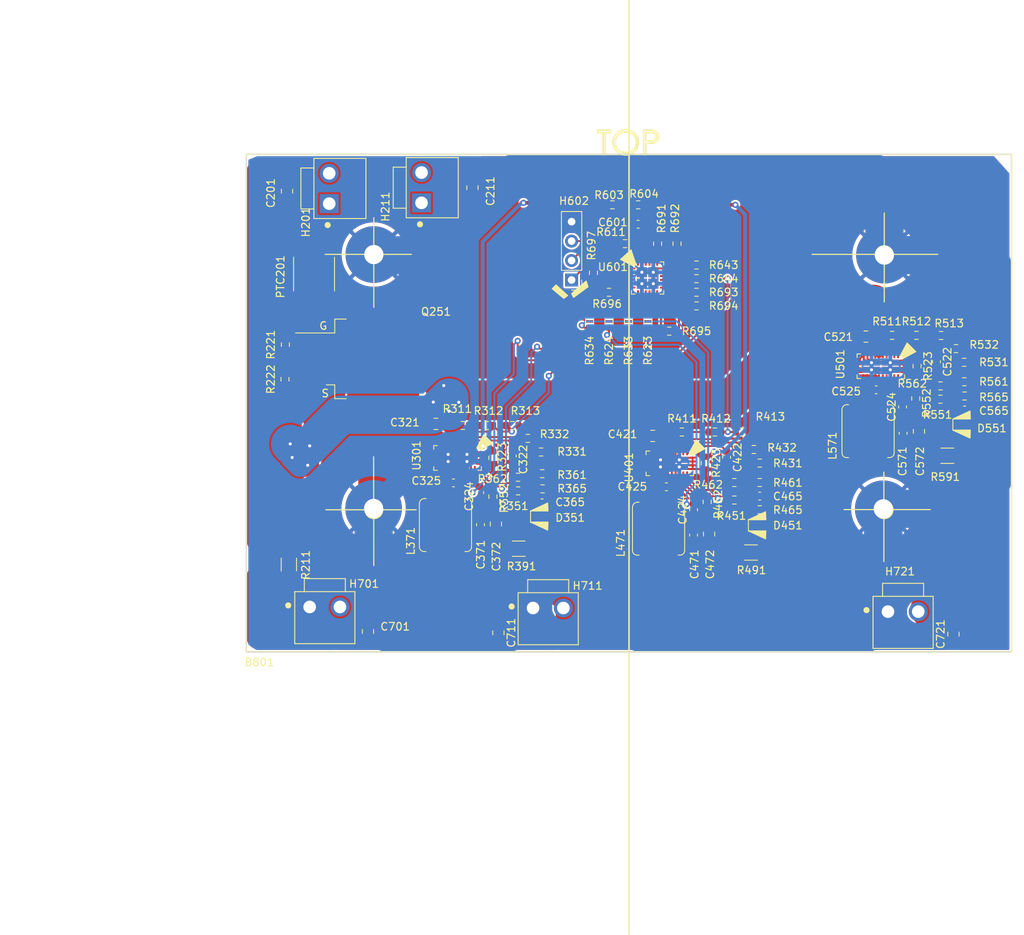
<source format=kicad_pcb>
(kicad_pcb (version 20211014) (generator pcbnew)
  (layers (0 "F.Cu" signal) (31 "B.Cu" signal) (34 "B.Paste" user) (35 "F.Paste" user) (36 "B.SilkS" user "B.Silkscreen") (37 "F.SilkS" user "F.Silkscreen") (38 "B.Mask" user) (39 "F.Mask" user) (44 "Edge.Cuts" user))
  (net 0 "")
  (net 1 "V24in")
  (net 2 "Vsync3")
  (net 3 "V18out")
  (net 4 "VOint3")
  (net 5 "Net-(C322-Pad1)")
  (net 6 "Net-(C325-Pad1)")
  (net 7 "Net-(C325-Pad2)")
  (net 8 "Net-(C365-Pad1)")
  (net 9 "Net-(C365-Pad2)")
  (net 10 "Net-(D351-Pad1)")
  (net 11 "Net-(R311-Pad1)")
  (net 12 "Net-(R331-Pad1)")
  (net 13 "Net-(R332-Pad1)")
  (net 14 "Net-(R361-Pad1)")
  (net 15 "VOint5")
  (net 16 "Net-(C422-Pad1)")
  (net 17 "VOint4")
  (net 18 "Net-(C425-Pad1)")
  (net 19 "Net-(C425-Pad2)")
  (net 20 "Net-(D451-Pad1)")
  (net 21 "Vsync5")
  (net 22 "Vgood5")
  (net 23 "V5out")
  (net 24 "Vgood3")
  (net 25 "Net-(R411-Pad1)")
  (net 26 "Net-(H602-Pad1)")
  (net 27 "Vsync4")
  (net 28 "Net-(R431-Pad1)")
  (net 29 "Net-(R432-Pad1)")
  (net 30 "Vgood4")
  (net 31 "Net-(R461-Pad1)")
  (net 32 "Net-(C465-Pad1)")
  (net 33 "Net-(C465-Pad2)")
  (net 34 "Net-(C522-Pad1)")
  (net 35 "Net-(C525-Pad1)")
  (net 36 "Net-(C525-Pad2)")
  (net 37 "Net-(C565-Pad1)")
  (net 38 "SBWTdio")
  (net 39 "Net-(D551-Pad1)")
  (net 40 "Net-(R511-Pad1)")
  (net 41 "Net-(R512-Pad1)")
  (net 42 "Net-(R531-Pad1)")
  (net 43 "Net-(R532-Pad1)")
  (net 44 "Net-(R561-Pad1)")
  (net 45 "V24out")
  (net 46 "Net-(R623-Pad2)")
  (net 47 "Net-(R633-Pad2)")
  (net 48 "Net-(C201-Pad1)")
  (net 49 "Net-(Q251-Pad1)")
  (net 50 "GND")
  (net 51 "Net-(PTC201-Pad2)")
  (net 52 "SBWTck")
  (net 53 "Vena3")
  (net 54 "Net-(C601-Pad2)")
  (net 55 "Net-(R624-Pad1)")
  (net 56 "Net-(R634-Pad1)")
  (net 57 "Vena4")
  (net 58 "Net-(R695-Pad2)")
  (net 59 "Net-(R694-Pad1)")
  (net 60 "Net-(R643-Pad2)")
  (net 61 "Net-(R644-Pad2)")
  (net 62 "Net-(C565-Pad2)")
  (net 63 "Net-(R692-Pad1)")
  (net 64 "Net-(R692-Pad2)")
  (net 65 "Net-(R691-Pad2)")
  (net 66 "Net-(R691-Pad1)")
  (net 67 "Net-(R693-Pad1)")
  (net 68 "Net-(R693-Pad2)")
  (net 69 "Net-(R695-Pad1)")
  (net 70 "Net-(R696-Pad1)")
  (net 71 "Net-(R696-Pad2)")
  (net 72 "Net-(R697-Pad2)")
  (footprint "2004_cap:C0603" (layer "F.Cu") (at 117.7275 137.145 90)
    (fp_text reference "C471")
    (fp_text value "c0603_10v3.3u")
  )
  (footprint "2003_res:R0603" (layer "F.Cu") (at 153.09848 114.55848)
    (fp_text reference "R531")
    (fp_text value "R0603_49.9k")
  )
  (footprint "2004_cap:C0805mix0603" (layer "F.Cu") (at 112.3935 124.178 180)
    (fp_text reference "C421")
    (fp_text value "c0805_35v10u")
  )
  (footprint "2004_cap:C0603" (layer "F.Cu") (at 97.9405 132.9165)
    (fp_text reference "C365")
    (fp_text value "c0603_100v10n")
  )
  (footprint "2006_qfn:QFN-24-1EP_4x4mm_P0.5mm_EP2.8x2.8mmX" (layer "F.Cu") (at 111.7226 103.5424)
    (fp_text reference "U601")
    (fp_text value "mcu_MSP430FR2433IRGER")
  )
  (footprint "2004_cap:C0805mix0603" (layer "F.Cu") (at 151.6888 150.0871 90)
    (fp_text reference "C721")
    (fp_text value "c0805_35v10u")
  )
  (footprint "2003_res:R0603" (layer "F.Cu") (at 104.648 102.87 -90)
    (fp_text reference "R697")
    (fp_text value "R0603_DNP")
  )
  (footprint "2002_hdr:hdr_2x1_1-1123723-2" (layer "F.Cu") (at 96.7547 146.6684)
    (fp_text reference "H711")
    (fp_text value "hdr_2x1_1-1123723-2")
  )
  (footprint "2005_inductance:L7.1x6.6mm" (layer "F.Cu") (at 113.1555 136.301 -90)
    (fp_text reference "L471")
    (fp_text value "L3.3uH_7.4x6.6mm_30mhO_9.5A")
  )
  (footprint "2004_cap:C0603" (layer "F.Cu") (at 110.49 96.52 180)
    (fp_text reference "C601")
    (fp_text value "c0603_50v1u")
  )
  (footprint "2002_hdr:hole2mm50_7mm40" (layer "F.Cu") (at 75.9206 133.6548)
    (fp_text reference "H3" hide)
    (fp_text value "hole2mm50_7mm40" hide)
  )
  (footprint "2002_hdr:hole2mm50_7mm40" (layer "F.Cu") (at 142.6718 100.5586)
    (fp_text reference "H1" hide)
    (fp_text value "hole2mm50_7mm40" hide)
  )
  (footprint "2003_res:R0603" (layer "F.Cu") (at 91.5025 132.1235 -90)
    (fp_text reference "R352")
    (fp_text value "R0603_DNP")
  )
  (footprint "2002_hdr:p2mm54_1x4" (layer "F.Cu") (at 101.7905 103.806 180)
    (fp_text reference "H602")
    (fp_text value "PinHeader_1x04_P2.54mm_Vertical")
  )
  (footprint "2003_res:R1206mix0603" (layer "F.Cu") (at 64.8462 141.0955 -90)
    (fp_text reference "R211")
    (fp_text value "R1206_0.0")
  )
  (footprint "2007_LED:LED0603" (layer "F.Cu") (at 126.3765 135.862)
    (fp_text reference "D451")
    (fp_text value "LED0603_red")
  )
  (footprint "2003_res:R0603" (layer "F.Cu") (at 90.7005 122.8265 180)
    (fp_text reference "R312")
    (fp_text value "R0603_100k")
  )
  (footprint "2004_cap:C0603" (layer "F.Cu") (at 122.0455 126.972 -90)
    (fp_text reference "C422")
    (fp_text value "c0603_100v10n")
  )
  (footprint "2004_cap:C0603" (layer "F.Cu") (at 114.1715 130.826)
    (fp_text reference "C425")
    (fp_text value "c0603_50v0.1u")
  )
  (footprint "2003_res:ptc_fuse_2920" (layer "F.Cu") (at 68.1355 103.0317 -90)
    (fp_text reference "PTC201")
    (fp_text value "PTC_fuse_7A")
  )
  (footprint "2003_res:R0603" (layer "F.Cu") (at 126.3765 127.734)
    (fp_text reference "R431")
    (fp_text value "R0603_49.9k")
  )
  (footprint "2004_cap:C0603" (layer "F.Cu") (at 89.7905 131.5865 90)
    (fp_text reference "C324")
    (fp_text value "c0603_50v1u")
  )
  (footprint "2002_hdr:hdr_2x1_1-1123723-2" (layer "F.Cu") (at 82.1817 93.726 90)
    (fp_text reference "H211")
    (fp_text value "hdr_2x1_1-1123723-2")
  )
  (footprint "2002_hdr:hdr_2x1_1-1123723-2" (layer "F.Cu") (at 70.1167 93.8276 90)
    (fp_text reference "H201")
    (fp_text value "hdr_2x1_1-1123723-2")
  )
  (footprint "2004_cap:C0805mix0603" (layer "F.Cu") (at 140.2485 111.2015 180)
    (fp_text reference "C521")
    (fp_text value "c0805_35v10u")
  )
  (footprint "2003_res:R1206mix0603" (layer "F.Cu") (at 125.3475 139.418)
    (fp_text reference "R491")
    (fp_text value "R1206_0.0")
  )
  (footprint "2003_res:R0603" (layer "F.Cu") (at 126.3765 130.274)
    (fp_text reference "R461")
    (fp_text value "R0603_10k")
  )
  (footprint "2008_h3d:nucleco_power_board_v101" (layer "F.Cu") (at 59.295 152.4)
    (fp_text reference "B801")
    (fp_text value "nucleco_power_board_v101")
    (fp_line (start 0 -65.024) (end 0 0) (layer "Edge.Cuts") (width 0.12))
    (fp_line (start 0 0) (end 99.949 0) (layer "Edge.Cuts") (width 0.12))
    (fp_line (start 99.949 -65.024) (end 0 -65.024) (layer "Edge.Cuts") (width 0.12))
    (fp_line (start 99.949 0) (end 99.949 -64.897) (layer "Edge.Cuts") (width 0.12))
    (fp_line (start 99.949 -64.897) (end 99.949 -65.024) (layer "Edge.Cuts") (width 0.12))
  )
  (footprint "2003_res:R0603" (layer "F.Cu") (at 107.125 93.98)
    (fp_text reference "R603")
    (fp_text value "R0603_DNP")
  )
  (footprint "2003_res:R0603" (layer "F.Cu") (at 118.11 107.188)
    (fp_text reference "R694")
    (fp_text value "R0603_DNP")
  )
  (footprint "2003_res:R0603" (layer "F.Cu") (at 152.01648 112.78048)
    (fp_text reference "R532")
    (fp_text value "R0603_10k")
  )
  (footprint "2004_cap:C0805mix0603" (layer "F.Cu") (at 147.181 123.579 -90)
    (fp_text reference "C572")
    (fp_text value "c0805_DNP")
  )
  (footprint "2003_res:R0603" (layer "F.Cu") (at 114.554 110.49)
    (fp_text reference "R695")
    (fp_text value "R0603_DNP")
  )
  (footprint "2003_res:R0603" (layer "F.Cu") (at 149.99748 117.64448)
    (fp_text reference "R562")
    (fp_text value "R0603_10k")
  )
  (footprint "2003_res:R0603" (layer "F.Cu") (at 118.11 105.41 180)
    (fp_text reference "R693")
    (fp_text value "R0603_DNP")
  )
  (footprint "2004_cap:C0603" (layer "F.Cu") (at 149.47648 114.49348 -90)
    (fp_text reference "C522")
    (fp_text value "c0603_100v10n")
  )
  (footprint "2003_res:R0603" (layer "F.Cu") (at 120.5215 123.67 180)
    (fp_text reference "R412")
    (fp_text value "R0603_100k")
  )
  (footprint "2004_cap:C0805mix0603" (layer "F.Cu") (at 84.058 122.6065 180)
    (fp_text reference "C321")
    (fp_text value "c0805_35v10u")
  )
  (footprint "2003_res:R0603" (layer "F.Cu") (at 96.0745 124.5035)
    (fp_text reference "R332")
    (fp_text value "R0603_10k")
  )
  (footprint "2004_cap:C0603" (layer "F.Cu") (at 94.0425 126.8025 -90)
    (fp_text reference "C322")
    (fp_text value "c0603_100v10n")
  )
  (footprint "2004_cap:C0603" (layer "F.Cu") (at 145.03848 120.39448 90)
    (fp_text reference "C524")
    (fp_text value "c0603_50v1u")
  )
  (footprint "2003_res:R0603" (layer "F.Cu") (at 118.11 103.632 180)
    (fp_text reference "R644")
    (fp_text value "R0603_DNP")
  )
  (footprint "2003_res:R0603" (layer "F.Cu") (at 146.75848 119.29448 -90)
    (fp_text reference "R552")
    (fp_text value "R0603_DNP")
  )
  (footprint "2003_res:R0603" (layer "F.Cu") (at 153.14348 118.96448 180)
    (fp_text reference "R565")
    (fp_text value "R0603_100k")
  )
  (footprint "2003_res:R0603" (layer "F.Cu") (at 150.06848 111.06448)
    (fp_text reference "R513")
    (fp_text value "R0603_10k")
  )
  (footprint "2003_res:R0603" (layer "F.Cu") (at 126.3765 133.83 180)
    (fp_text reference "R465")
    (fp_text value "R0603_100k")
  )
  (footprint "2005_inductance:L7.1x6.6mm" (layer "F.Cu") (at 85.3086 135.8301 -90)
    (fp_text reference "L371")
    (fp_text value "L3.3uH_7.4x6.6mm_30mhO_9.5A")
  )
  (footprint "2003_res:R0603" (layer "F.Cu") (at 94.7915 129.5835)
    (fp_text reference "R362")
    (fp_text value "R0603_10k")
  )
  (footprint "2003_res:R0603" (layer "F.Cu") (at 104.14 109.22 -90)
    (fp_text reference "R634")
    (fp_text value "R0603_10k")
  )
  (footprint "2003_res:R0603" (layer "F.Cu") (at 153.11348 117.10448)
    (fp_text reference "R561")
    (fp_text value "R0603_10k")
  )
  (footprint "2003_res:R0603" (layer "F.Cu") (at 119.2515 127.734 -90)
    (fp_text reference "R423")
    (fp_text value "R0603_100k")
  )
  (footprint "2003_res:R0603" (layer "F.Cu") (at 97.9555 129.1165)
    (fp_text reference "R361")
    (fp_text value "R0603_10k")
  )
  (footprint "2002_hdr:hdr_2x1_1-1123723-2" (layer "F.Cu") (at 67.564 146.5311)
    (fp_text reference "H701")
    (fp_text value "hdr_2x1_1-1123723-2")
  )
  (footprint "2004_cap:C0603" (layer "F.Cu") (at 126.3765 132.052)
    (fp_text reference "C465")
    (fp_text value "c0603_100v10n")
  )
  (footprint "2003_res:R0603" (layer "F.Cu") (at 146.93648 115.06648 -90)
    (fp_text reference "R523")
    (fp_text value "R0603_100k")
  )
  (footprint "2002_hdr:hole2mm50_7mm40" (layer "F.Cu") (at 75.946 100.4824)
    (fp_text reference "H2" hide)
    (fp_text value "hole2mm50_7mm40" hide)
  )
  (footprint "2001_dyn_pcblib:d2pak_TO263" (layer "F.Cu") (at 73.7895 114.1158)
    (fp_text reference "Q251")
    (fp_text value "nmosTO263_75v80A")
  )
  (footprint "2003_res:R0603" (layer "F.Cu") (at 106.68 109.22 -90)
    (fp_text reference "R624")
    (fp_text value "R0603_10k")
  )
  (footprint "2003_res:R1206mix0603" (layer "F.Cu") (at 151.00048 126.7715)
    (fp_text reference "R591")
    (fp_text value "R1206_0.0")
  )
  (footprint "2007_LED:LED0603" (layer "F.Cu") (at 153.09848 122.69448)
    (fp_text reference "D551")
    (fp_text value "LED0603_red")
  )
  (footprint "2003_res:R0603" (layer "F.Cu") (at 97.8105 126.2815)
    (fp_text reference "R331")
    (fp_text value "R0603_49.9k")
  )
  (footprint "2003_res:R0603" (layer "F.Cu") (at 113.03 99.06 -90)
    (fp_text reference "R691")
    (fp_text value "R0603_DNP")
  )
  (footprint "2005_inductance:L7.1x6.6mm" (layer "F.Cu") (at 140.531 123.5565 -90)
    (fp_text reference "L571")
    (fp_text value "L3.3uH_7.4x6.6mm_30mhO_9.5A")
  )
  (footprint "2004_cap:C0805mix0603" (layer "F.Cu") (at 91.9005 135.6865 -90)
    (fp_text reference "C372")
    (fp_text value "c0805_DNP")
  )
  (footprint "2003_res:R0603" (layer "F.Cu") (at 91.5025 127.0435 -90)
    (fp_text reference "R323")
    (fp_text value "R0603_100k")
  )
  (footprint "2003_res:R0603" (layer "F.Cu") (at 119.5055 132.801 -90)
    (fp_text reference "R452")
    (fp_text value "R0603_DNP")
  )
  (footprint "2003_res:R0603" (layer "F.Cu") (at 123.0615 132.56)
    (fp_text reference "R451")
    (fp_text value "R0603_10k")
  )
  (footprint "2003_res:R0603" (layer "F.Cu") (at 111.76 109.22 90)
    (fp_text reference "R623")
    (fp_text value "R0603_10k")
  )
  (footprint "2006_qfn:QFN-28-1EP_3x6mm_P0.5mm_EP1.7x4.75mmX" (layer "F.Cu") (at 86.888 127.0615 -90)
    (fp_text reference "U301")
    (fp_text value "dcdc_lt8612x")
  )
  (footprint "2002_hdr:hdr_2x1_1-1123723-2" (layer "F.Cu") (at 143.129 147.1422)
    (fp_text reference "H721")
    (fp_text value "hdr_2x1_1-1123723-2")
  )
  (footprint "2004_cap:C0805mix0603" (layer "F.Cu") (at 64.6049 92.202 90)
    (fp_text reference "C201")
    (fp_text value "c0805_35v10u")
  )
  (footprint "2003_res:R0603" (layer "F.Cu") (at 106.68 105.41)
    (fp_text reference "R696")
    (fp_text value "R0603_DNP")
  )
  (footprint "2003_res:R0603" (layer "F.Cu") (at 123.0615 130.274)
    (fp_text reference "R462")
    (fp_text value "R0603_10k")
  )
  (footprint "2003_res:R0603" (layer "F.Cu") (at 94.0305 122.8165)
    (fp_text reference "R313")
    (fp_text value "R0603_10k")
  )
  (footprint "2003_res:R0603" (layer "F.Cu") (at 94.8045 131.3615)
    (fp_text reference "R351")
    (fp_text value "R0603_10k")
  )
  (footprint "2003_res:R0603" (layer "F.Cu") (at 125.6015 125.956)
    (fp_text reference "R432")
    (fp_text value "R0603_10k")
  )
  (footprint "2003_res:R0603" (layer "F.Cu") (at 143.67848 111.03448 180)
    (fp_text reference "R511")
    (fp_text value "R0603_100k")
  )
  (footprint "2003_res:R0603" (layer "F.Cu") (at 149.98448 119.38448)
    (fp_text reference "R551")
    (fp_text value "R0603_10k")
  )
  (footprint "2006_qfn:QFN-28-1EP_3x6mm_P0.5mm_EP1.7x4.75mmX" (layer "F.Cu") (at 114.6355 127.766 -90)
    (fp_text reference "U401")
    (fp_text value "dcdc_lt8612x")
  )
  (footprint "2003_res:R0603" (layer "F.Cu") (at 108.775 99.06 180)
    (fp_text reference "R611")
    (fp_text value "R0603_DNP")
  )
  (footprint "2004_cap:C0805mix0603" (layer "F.Cu") (at 119.7595 137.0065 -90)
    (fp_text reference "C472")
    (fp_text value "c0805_DNP")
  )
  (footprint "2003_res:R0603" (layer "F.Cu") (at 64.3855 112.2552 90)
    (fp_text reference "R221")
    (fp_text value "R0603_1M")
  )
  (footprint "2003_res:R0603" (layer "F.Cu") (at 110.49 93.98)
    (fp_text reference "R604")
    (fp_text value "R0603_DNP")
  )
  (footprint "2004_cap:C0603" (layer "F.Cu") (at 153.14848 120.79448)
    (fp_text reference "C565")
    (fp_text value "c0603_100v10n")
  )
  (footprint "2006_qfn:QFN-28-1EP_3x6mm_P0.5mm_EP1.7x4.75mmX" (layer "F.Cu") (at 142.206 115.074 -90)
    (fp_text reference "U501")
    (fp_text value "dcdc_lt8612x")
  )
  (footprint "2003_res:R0603" (layer "F.Cu") (at 87.5705 122.8165 180)
    (fp_text reference "R311")
    (fp_text value "R0603_100k")
  )
  (footprint "2004_cap:C0603" (layer "F.Cu") (at 86.3486 130.3151)
    (fp_text reference "C325")
    (fp_text value "c0603_50v0.1u")
  )
  (footprint "2004_cap:C0805mix0603" (layer "F.Cu") (at 88.8365 91.7448 90)
    (fp_text reference "C211")
    (fp_text value "c0805_35v10u")
  )
  (footprint "2004_cap:C0603" (layer "F.Cu") (at 145.111 123.8365 90)
    (fp_text reference "C571")
    (fp_text value "c0603_10v3.3u")
  )
  (footprint "2002_hdr:hole2mm50_7mm40" (layer "F.Cu") (at 142.5194 133.7056)
    (fp_text reference "H4" hide)
    (fp_text value "hole2mm50_7mm40" hide)
  )
  (footprint "2004_cap:C0805mix0603" (layer "F.Cu") (at 75.184 149.7315 90)
    (fp_text reference "C701")
    (fp_text value "c0805_35v10u")
  )
  (footprint "2003_res:R0603" (layer "F.Cu") (at 98.0005 131.0965 180)
    (fp_text reference "R365")
    (fp_text value "R0603_100k")
  )
  (footprint "2004_cap:C0805mix0603" (layer "F.Cu") (at 92.2274 149.9093 -90)
    (fp_text reference "C711")
    (fp_text value "c0805_35v10u")
  )
  (footprint "2003_res:R0603" (layer "F.Cu") (at 116.2035 123.67 180)
    (fp_text reference "R411")
    (fp_text value "R0603_100k")
  )
  (footprint "2003_res:R0603" (layer "F.Cu") (at 115.57 99.06 90)
    (fp_text reference "R692")
    (fp_text value "R0603_DNP")
  )
  (footprint "2003_res:R1206mix0603" (layer "F.Cu") (at 94.9905 138.9165)
    (fp_text reference "R391")
    (fp_text value "R1206_0.0")
  )
  (footprint "2003_res:R0603" (layer "F.Cu") (at 124.0775 123.67)
    (fp_text reference "R413")
    (fp_text value "R0603_10k")
  )
  (footprint "2003_res:R0603" (layer "F.Cu") (at 146.84848 111.03448 180)
    (fp_text reference "R512")
    (fp_text value "R0603_100k")
  )
  (footprint "2007_LED:LED0603" (layer "F.Cu") (at 97.9105 134.7165)
    (fp_text reference "D351")
    (fp_text value "LED0603_red")
  )
  (footprint "2004_cap:C0603" (layer "F.Cu") (at 141.601 118.1515)
    (fp_text reference "C525")
    (fp_text value "c0603_50v0.1u")
  )
  (footprint "2003_res:R0603" (layer "F.Cu") (at 109.22 109.22 90)
    (fp_text reference "R633")
    (fp_text value "R0603_10k")
  )
  (footprint "2004_cap:C0603" (layer "F.Cu") (at 89.8905 135.7765 90)
    (fp_text reference "C371")
    (fp_text value "c0603_10v3.3u")
  )
  (footprint "2004_cap:C0603" (layer "F.Cu") (at 117.7275 133.83 90)
    (fp_text reference "C424")
    (fp_text value "c0603_50v1u")
  )
  (footprint "2003_res:R0603" (layer "F.Cu") (at 118.11 101.854 180)
    (fp_text reference "R643")
    (fp_text value "R0603_DNP")
  )
  (footprint "2003_res:R0603" (layer "F.Cu") (at 64.3347 116.7764 90)
    (fp_text reference "R222")
    (fp_text value "R0603_1M")
  )
  (gr_line locked (start 142.6464 106.68) (end 142.6464 95.0468) (layer "F.SilkS") (width 0.15))
  (gr_line locked (start 133.223 100.457) (end 149.6314 100.457) (layer "F.SilkS") (width 0.15))
  (gr_line locked (start 75.9206 126.8984) (end 75.946 141.1224) (layer "F.SilkS") (width 0.15))
  (gr_line locked (start 75.946 107.3658) (end 75.946 95.6564) (layer "F.SilkS") (width 0.15))
  (gr_line locked (start 69.596 100.457) (end 80.8482 100.457) (layer "F.SilkS") (width 0.15))
  (gr_line locked (start 142.5956 140.589) (end 142.5956 128.905) (layer "F.SilkS") (width 0.15))
  (gr_line locked (start 81.4832 133.8326) (end 69.6722 133.8326) (layer "F.SilkS") (width 0.15))
  (gr_line locked (start 137.3886 133.8072) (end 148.6662 133.8072) (layer "F.SilkS") (width 0.15))
  (segment (start 142.456 112.716847) (end 143.32848 111.844368) (width 0.25) (layer "F.Cu") (net 1))
  (segment (start 70.1167 89.8676) (end 64.5057 89.8676) (width 3.5) (layer "F.Cu") (net 1))
  (segment (start 132.588 109.404474) (end 132.588 107.95) (width 5) (layer "F.Cu") (net 1))
  (segment (start 60.1472 135.1343) (end 62.70945 137.69655) (width 0.25) (layer "F.Cu") (net 1))
  (segment (start 65.09702 125.04102) (end 66.548 126.492) (width 5) (layer "F.Cu") (net 1))
  (segment (start 61.79502 137.54412) (end 61.79502 137.16) (width 5) (layer "F.Cu") (net 1))
  (segment (start 122.560963 119.431511) (end 132.588 109.404474) (width 5) (layer "F.Cu") (net 1))
  (segment (start 115.3785 123.989965) (end 115.3785 123.67) (width 1.5) (layer "F.Cu") (net 1))
  (segment (start 65.278 127) (end 65.024 126.746) (width 0.25) (layer "F.Cu") (net 1))
  (segment (start 114.3855 126.3035) (end 114.8855 126.3035) (width 0.25) (layer "F.Cu") (net 1))
  (segment (start 143.32848 111.844368) (end 143.32848 111.45948) (width 0.25) (layer "F.Cu") (net 1))
  (segment (start 131.318 107.696) (end 141.1224 107.696) (width 0.25) (layer "F.Cu") (net 1))
  (segment (start 84.9455 122.6065) (end 84.9455 121.2167) (width 0.25) (layer "F.Cu") (net 1))
  (segment (start 113.052313 124.945687) (end 113.052313 123.753717) (width 0.8) (layer "F.Cu") (net 1))
  (segment (start 61.79502 137.16) (end 61.79502 132.51498) (width 5) (layer "F.Cu") (net 1))
  (segment (start 115.4285 122.8235) (end 117.094 121.158) (width 0.25) (layer "F.Cu") (net 1))
  (segment (start 134.366 109.728) (end 132.588 107.95) (width 0.8) (layer "F.Cu") (net 1))
  (segment (start 141.956 113.6115) (end 141.956 112.79996) (width 0.8) (layer "F.Cu") (net 1))
  (segment (start 124.206 114.808) (end 131.318 107.696) (width 0.25) (layer "F.Cu") (net 1))
  (segment (start 154.81048 110.49448) (end 154.30248 109.98648) (width 0.25) (layer "F.Cu") (net 1))
  (segment (start 115.264489 123.555989) (end 115.264489 119.431511) (width 0.8) (layer "F.Cu") (net 1))
  (segment (start 113.021925 120.75348) (end 113.303184 121.034739) (width 5) (layer "F.Cu") (net 1))
  (segment (start 113.303184 121.034739) (end 114.3855 121.034739) (width 5) (layer "F.Cu") (net 1))
  (segment (start 114.3855 121.034739) (end 113.021925 120.75348) (width 5) (layer "F.Cu") (net 1))
  (segment (start 63.1413 110.236) (end 63.19365 110.28835) (width 4) (layer "F.Cu") (net 1))
  (segment (start 66.11302 125.476) (end 61.79502 121.158) (width 0.5) (layer "F.Cu") (net 1))
  (segment (start 127.92602 123.45452) (end 127.92602 135.09998) (width 0.25) (layer "F.Cu") (net 1))
  (segment (start 142.07848 108.65208) (end 142.07848 111.66752) (width 0.8) (layer "F.Cu") (net 1))
  (segment (start 64.4525 89.8144) (end 64.4525 91.1621) (width 1.5) (layer "F.Cu") (net 1))
  (segment (start 62.738 121.158) (end 63.170044 120.725956) (width 3) (layer "F.Cu") (net 1))
  (segment (start 139.858096 109.728) (end 134.366 109.728) (width 0.8) (layer "F.Cu") (net 1))
  (segment (start 62.70945 137.69655) (end 64.008 138.9951) (width 0.25) (layer "F.Cu") (net 1))
  (segment (start 64.8462 138.7602) (end 63.78255 137.69655) (width 2) (layer "F.Cu") (net 1))
  (segment (start 140.9735 112.070592) (end 140.9735 111.76) (width 0.8) (layer "F.Cu") (net 1))
  (segment (start 114.4255 123.67) (end 113.789 123.67) (width 0.25) (layer "F.Cu") (net 1))
  (segment (start 61.29502 110.236) (end 61.34737 110.28835) (width 4) (layer "F.Cu") (net 1))
  (segment (start 64.3855 111.4802) (end 63.19365 110.28835) (width 0.25) (layer "F.Cu") (net 1))
  (segment (start 132.588 107.95) (end 133.604 106.934) (width 5) (layer "F.Cu") (net 1))
  (segment (start 115.264489 119.431511) (end 122.560963 119.431511) (width 5) (layer "F.Cu") (net 1))
  (segment (start 154.81048 121.76998) (end 154.81048 110.49448) (width 0.25) (layer "F.Cu") (net 1))
  (segment (start 127.92602 135.09998) (end 127.164 135.862) (width 0.25) (layer "F.Cu") (net 1))
  (segment (start 61.79502 125.04102) (end 61.79502 121.158) (width 5) (layer "F.Cu") (net 1))
  (segment (start 61.79502 121.158) (end 62.738 121.158) (width 3) (layer "F.Cu") (net 1))
  (segment (start 88.3563 89.766) (end 82.1817 89.766) (width 0.25) (layer "F.Cu") (net 1))
  (segment (start 65.0851 89.8676) (end 70.1167 89.8676) (width 0.25) (layer "F.Cu") (net 1))
  (segment (start 99.3235 134.7165) (end 98.698 134.7165) (width 0.25) (layer "F.Cu") (net 1))
  (segment (start 65.024 122.9487) (end 62.8777 120.8024) (width 0.25) (layer "F.Cu") (net 1))
  (segment (start 96.5595 121.9865) (end 96.5825 121.9635) (width 0.25) (layer "F.Cu") (net 1))
  (segment (start 110.3884 122.174) (end 110.0582 121.8438) (width 0.8) (layer "F.Cu") (net 1))
  (segment (start 87.0458 119.7864) (end 87.400689 119.431511) (width 5) (layer "F.Cu") (net 1))
  (segment (start 61.94745 137.69655) (end 61.79502 137.54412) (width 5) (layer "F.Cu") (net 1))
  (segment (start 86.7485 122.8165) (end 86.7455 122.8165) (width 0.8) (layer "F.Cu") (net 1))
  (segment (start 62.56502 110.236) (end 63.1413 110.236) (width 4) (layer "F.Cu") (net 1))
  (segment (start 114.3855 126.3035) (end 114.3855 125.5615) (width 0.8) (layer "F.Cu") (net 1))
  (segment (start 115.4285 124.823848) (end 115.4285 123.67) (width 0.25) (layer "F.Cu") (net 1))
  (segment (start 113.789 123.67) (end 113.281 124.178) (width 0.25) (layer "F.Cu") (net 1))
  (segment (start 87.6255 121.9865) (end 96.5595 121.9865) (width 0.25) (layer "F.Cu") (net 1))
  (segment (start 114.3855 125.5615) (end 113.281 124.457) (width 0.8) (layer "F.Cu") (net 1))
  (segment (start 141.1224 107.696) (end 142.07848 108.65208) (width 0.25) (layer "F.Cu") (net 1))
  (segment (start 113.03 124.923374) (end 113.052313 124.945687) (width 0.8) (layer "F.Cu") (net 1))
  (segment (start 86.7955 122.8165) (end 87.6255 121.9865) (width 0.25) (layer "F.Cu") (net 1))
  (segment (start 141.456 113.6115) (end 141.456 112.942) (width 0.25) (layer "F.Cu") (net 1))
  (segment (start 115.4285 123.67) (end 115.4285 122.8235) (width 0.25) (layer "F.Cu") (net 1))
  (segment (start 61.722 121.158) (end 61.29502 120.73102) (width 4) (layer "F.Cu") (net 1))
  (segment (start 64.6049 90.3478) (end 65.0851 89.8676) (width 0.25) (layer "F.Cu") (net 1))
  (segment (start 63.170044 120.725956) (end 65.024 122.579912) (width 3) (layer "F.Cu") (net 1))
  (segment (start 62.51398 92.15932) (end 63.3588 91.3145) (width 0.25) (layer "F.Cu") (net 1))
  (segment (start 86.138 125.599) (end 86.638 125.599) (width 0.25) (layer "F.Cu") (net 1))
  (segment (start 66.294 128.016) (end 61.79502 132.51498) (width 3) (layer "F.Cu") (net 1))
  (segment (start 113.309 124.206) (end 115.162465 124.206) (width 1.5) (layer "F.Cu") (net 1))
  (segment (start 114.3855 126.3035) (end 114.3855 125.3905) (width 0.8) (layer "F.Cu") (net 1))
  (segment (start 117.094 121.158) (end 123.952 121.158) (width 0.25) (layer "F.Cu") (net 1))
  (segment (start 63.78255 137.69655) (end 61.94745 137.69655) (width 5) (layer "F.Cu") (net 1))
  (segment (start 113.281 125.0655) (end 113.281 124.178) (width 0.25) (layer "F.Cu") (net 1))
  (segment (start 114.8855 126.3035) (end 114.8855 125.366847) (width 0.25) (layer "F.Cu") (net 1))
  (segment (start 114.3855 126.3035) (end 113.8855 126.3035) (width 0.25) (layer "F.Cu") (net 1))
  (segment (start 99.55002 123.40702) (end 99.55002 134.48998) (width 0.25) (layer "F.Cu") (net 1))
  (segment (start 114.3855 126.3035) (end 114.3855 123.71) (width 0.25) (layer "F.Cu") (net 1))
  (segment (start 67.564 125.476) (end 67.5513 125.476) (width 0.25) (layer "F.Cu") (net 1))
  (segment (start 86.7955 123.2015) (end 86.7955 122.8165) (width 0.25) (layer "F.Cu") (net 1))
  (segment (start 61.79502 121.158) (end 61.722 121.158) (width 4) (layer "F.Cu") (net 1))
  (segment (start 113.8855 125.67) (end 113.281 125.0655) (width 0.25) (layer "F.Cu") (net 1))
  (segment (start 88.8365 89.8144) (end 88.6841 89.662) (width 4) (layer "F.Cu") (net 1))
  (segment (start 140.980626 111.2015) (end 140.619563 110.840437) (width 0.8) (layer "F.Cu") (net 1))
  (segment (start 127.34198 122.87048) (end 127.92602 123.45452) (width 0.25) (layer "F.Cu") (net 1))
  (segment (start 142.90348 111.03448) (end 142.07848 111.03448) (width 0.25) (layer "F.Cu") (net 1))
  (segment (start 87.400689 119.431511) (end 111.962489 119.431511) (width 5) (layer "F.Cu") (net 1))
  (segment (start 60.1472 130.8608) (end 60.1472 135.1343) (width 0.25) (layer "F.Cu") (net 1))
  (segment (start 141.30302 111.03448) (end 141.136 111.2015) (width 0.25) (layer "F.Cu") (net 1))
  (segment (start 140.9735 109.75706) (end 142.07848 108.65208) (width 0.8) (layer "F.Cu") (net 1))
  (segment (start 114.3855 126.3035) (end 114.3855 120.3105) (width 0.8) (layer "F.Cu") (net 1))
  (segment (start 87.138 125.599) (end 87.138 123.544) (width 0.25) (layer "F.Cu") (net 1))
  (segment (start 141.87396 112.014) (end 142.85348 111.03448) (width 0.8) (layer "F.Cu") (net 1))
  (segment (start 61.79502 132.51498) (end 61.79502 125.04102) (width 5) (layer "F.Cu") (net 1))
  (segment (start 140.81848 112.30448) (end 140.81848 111.51902) (width 0.25) (layer "F.Cu") (net 1))
  (segment (start 64.4525 91.1621) (end 64.6049 91.3145) (width 1.5) (layer "F.Cu") (net 1))
  (segment (start 83.7184 119.761) (end 83.7184 120.123143) (width 2.3) (layer "F.Cu") (net 1))
  (segment (start 64.4525 89.8144) (end 61.3156 89.8144) (width 4) (layer "F.Cu") (net 1))
  (segment (start 63.3588 91.3145) (end 64.6049 91.3145) (width 0.25) (layer "F.Cu") (net 1))
  (segment (start 99.55002 134.48998) (end 99.3235 134.7165) (width 0.25) (layer "F.Cu") (net 1))
  (segment (start 111.472596 122.174) (end 110.3884 122.174) (width 0.8) (layer "F.Cu") (net 1))
  (segment (start 86.138 123.474) (end 86.7955 122.8165) (width 0.25) (layer "F.Cu") (net 1))
  (segment (start 142.456 113.6115) (end 142.456 112.716847) (width 0.25) (layer "F.Cu") (net 1))
  (segment (start 83.7184 119.761) (end 87.0204 119.761) (width 2.3) (layer "F.Cu") (net 1))
  (segment (start 63.9826 139.0444) (end 64.8462 139.908) (width 0.25) (layer "F.Cu") (net 1))
  (segment (start 86.7955 122.8165) (end 86.7955 120.0367) (width 0.25) (layer "F.Cu") (net 1))
  (segment (start 86.138 123.799) (end 84.9455 122.6065) (width 0.25) (layer "F.Cu") (net 1))
  (segment (start 67.31 124.0663) (end 62.8777 119.634) (width 0.25) (layer "F.Cu") (net 1))
  (segment (start 113.8855 126.3035) (end 113.8855 125.67) (width 0.25) (layer "F.Cu") (net 1))
  (segment (start 141.956 113.6115) (end 141.956 111.15696) (width 0.25) (layer "F.Cu") (net 1))
  (segment (start 64.3855 111.4802) (end 62.8777 112.988) (width 0.25) (layer "F.Cu") (net 1))
  (segment (start 154.30248 109.98648) (end 143.95148 109.98648) (width 0.25) (layer "F.Cu") (net 1))
  (segment (start 113.052313 123.753717) (end 111.472596 122.174) (width 0.8) (layer "F.Cu") (net 1))
  (segment (start 140.619563 110.840437) (end 140.619563 110.489467) (width 0.8) (layer "F.Cu") (net 1))
  (segment (start 98.1065 121.9635) (end 99.55002 123.40702) (width 0.25) (layer "F.Cu") (net 1))
  (segment (start 113.281 124.178) (end 113.03 124.429) (width 0.8) (layer "F.Cu") (net 1))
  (segment (start 85.8012 120.9294) (end 85.8012 121.7508) (width 0.25) (layer "F.Cu") (net 1))
  (segment (start 141.136 111.2015) (end 140.980626 111.2015) (width 0.8) (layer "F.Cu") (net 1))
  (segment (start 83.7184 120.123143) (end 85.08252 121.487263) (width 2.3) (layer "F.Cu") (net 1))
  (segment (start 83.7184 120.0404) (end 83.7184 119.761) (width 0.25) (layer "F.Cu") (net 1))
  (segment (start 86.638 124.143894) (end 87.356947 123.424947) (width 0.8) (layer "F.Cu") (net 1))
  (segment (start 88.8365 90.8573) (end 88.8365 89.8144) (width 2) (layer "F.Cu") (net 1))
  (segment (start 141.224 106.934) (end 142.07848 107.78848) (width 5) (layer "F.Cu") (net 1))
  (segment (start 65.024 126.746) (end 65.024 122.9487) (width 0.25) (layer "F.Cu") (net 1))
  (segment (start 88.8365 90.2462) (end 88.3563 89.766) (width 0.25) (layer "F.Cu") (net 1))
  (segment (start 141.256106 112.353198) (end 140.9735 112.070592) (width 0.8) (layer "F.Cu") (net 1))
  (segment (start 142.07848 111.03448) (end 141.30302 111.03448) (width 0.25) (layer "F.Cu") (net 1))
  (segment (start 62.8777 112.988) (end 62.8777 119.634) (width 0.25) (layer "F.Cu") (net 1))
  (segment (start 141.456 113.6115) (end 141.956 113.6115) (width 0.25) (layer "F.Cu") (net 1))
  (segment (start 114.3855 120.3105) (end 115.264489 119.431511) (width 0.8) (layer "F.Cu") (net 1))
  (segment (start 67.31 128.016) (end 67.31 124.0663) (width 0.25) (layer "F.Cu") (net 1))
  (segment (start 61.29502 89.83498) (end 61.29502 110.236) (width 4) (layer "F.Cu") (net 1))
  (segment (start 83.7692 120.0404) (end 83.7184 120.0404) (width 0.25) (layer "F.Cu") (net 1))
  (segment (start 114.8855 125.366847) (end 115.4285 124.823848) (width 0.25) (layer "F.Cu") (net 1))
  (segment (start 141.956 113.6115) (end 141.956 113.053092) (width 0.8) (layer "F.Cu") (net 1))
  (segment (start 70.2183 89.766) (end 70.1167 89.8676) (width 3.5) (layer "F.Cu") (net 1))
  (segment (start 86.638 122.974) (end 86.7955 122.8165) (width 0.25) (layer "F.Cu") (net 1))
  (segment (start 123.952 121.158) (end 123.952 119.4805) (width 0.25) (layer "F.Cu") (net 1))
  (segment (start 65.532 125.476) (end 60.1472 130.8608) (width 0.25) (layer "F.Cu") (net 1))
  (segment (start 143.50396 111.252) (end 143.50396 110.07756) (width 0.8) (layer "F.Cu") (net 1))
  (segment (start 114.3855 125.3905) (end 115.3785 124.3975) (width 0.8) (layer "F.Cu") (net 1))
  (segment (start 86.638 125.599) (end 87.138 125.599) (width 0.25) (layer "F.Cu") (net 1))
  (segment (start 111.962489 119.431511) (end 111.962489 119.694044) (width 5) (layer "F.Cu") (net 1))
  (segment (start 84.9455 122.6065) (end 85.3001 122.6065) (width 1.5) (layer "F.Cu") (net 1))
  (segment (start 123.952 119.4805) (end 127.34198 122.87048) (width 0.25) (layer "F.Cu") (net 1))
  (segment (start 67.564 125.476) (end 66.11302 125.476) (width 0.5) (layer "F.Cu") (net 1))
  (segment (start 84.1248 120.396) (end 83.7692 120.0404) (width 0.25) (layer "F.Cu") (net 1))
  (segment (start 67.5513 125.476) (end 62.8777 120.8024) (width 0.25) (layer "F.Cu") (net 1))
  (segment (start 133.604 106.934) (end 141.224 106.934) (width 5) (layer "F.Cu") (net 1))
  (segment (start 84.9455 121.2167) (end 84.1248 120.396) (width 0.25) (layer "F.Cu") (net 1))
  (segment (start 114.3855 123.71) (end 114.4255 123.67) (width 0.25) (layer "F.Cu") (net 1))
  (segment (start 141.732 112.014) (end 141.87396 112.014) (width 0.8) (layer "F.Cu") (net 1))
  (segment (start 115.3785 123.67) (end 115.264489 123.555989) (width 0.8) (layer "F.Cu") (net 1))
  (segment (start 88.6841 89.662) (end 82.2857 89.662) (width 4) (layer "F.Cu") (net 1))
  (segment (start 96.5825 121.9635) (end 98.1065 121.9635) (width 0.25) (layer "F.Cu") (net 1))
  (segment (start 115.4285 123.67) (end 114.4255 123.67) (width 0.25) (layer "F.Cu") (net 1))
  (segment (start 141.956 113.6115) (end 142.456 113.6115) (width 0.25) (layer "F.Cu") (net 1))
  (segment (start 141.456 112.942) (end 140.81848 112.30448) (width 0.25) (layer "F.Cu") (net 1))
  (segment (start 124.206 119.70616) (end 124.206 114.808) (width 0.25) (layer "F.Cu") (net 1))
  (segment (start 141.956 113.053092) (end 141.256106 112.353198) (width 0.8) (layer "F.Cu") (net 1))
  (segment (start 111.962489 119.694044) (end 113.303184 121.034739) (width 5) (layer "F.Cu") (net 1))
  (segment (start 98.298 122.174) (end 98.6282 121.8438) (width 0.25) (layer "F.Cu") (net 1))
  (segment (start 85.8012 121.7508) (end 84.9455 122.6065) (width 0.25) (layer "F.Cu") (net 1))
  (segment (start 153.88598 122.69448) (end 154.81048 121.76998) (width 0.25) (layer "F.Cu") (net 1))
  (segment (start 142.07848 107.78848) (end 142.07848 108.65208) (width 5) (layer "F.Cu") (net 1))
  (segment (start 62.51398 109.60868) (end 62.51398 92.15932) (width 0.25) (layer "F.Cu") (net 1))
  (segment (start 86.138 123.799) (end 86.138 123.474) (width 0.25) (layer "F.Cu") (net 1))
  (segment (start 63.78255 137.69655) (end 62.70945 137.69655) (width 2) (layer "F.Cu") (net 1))
  (segment (start 88.8365 90.8573) (end 88.8365 90.2462) (width 0.25) (layer "F.Cu") (net 1))
  (segment (start 141.956 111.15696) (end 142.07848 111.03448) (width 0.25) (layer "F.Cu") (net 1))
  (segment (start 86.7955 120.0367) (end 87.0458 119.7864) (width 0.25) (layer "F.Cu") (net 1))
  (segment (start 143.50396 110.07756) (end 142.07848 108.65208) (width 0.8) (layer "F.Cu") (net 1))
  (segment (start 82.2857 89.662) (end 82.1817 89.766) (width 4) (layer "F.Cu") (net 1))
  (segment (start 61.34737 110.28835) (end 63.19365 110.28835) (width 4) (layer "F.Cu") (net 1))
  (segment (start 85.571178 117.602) (end 85.09 117.602) (width 5) (layer "F.Cu") (net 1))
  (segment (start 61.29502 111.506) (end 62.56502 110.236) (width 4) (layer "F.Cu") (net 1))
  (segment (start 140.81848 111.51902) (end 141.136 111.2015) (width 0.25) (layer "F.Cu") (net 1))
  (segment (start 127.37032 122.87048) (end 124.206 119.70616) (width 0.25) (layer "F.Cu") (net 1))
  (segment (start 67.31 128.016) (end 66.294 128.016) (width 3) (layer "F.Cu") (net 1))
  (segment (start 85.1555 122.8165) (end 84.9455 122.6065) (width 0.25) (layer "F.Cu") (net 1))
  (segment (start 62.8777 119.634) (end 62.8777 120.8024) (width 0.25) (layer "F.Cu") (net 1))
  (segment (start 113.281 124.178) (end 113.309 124.206) (width 1.5) (layer "F.Cu") (net 1))
  (segment (start 61.79502 125.04102) (end 65.09702 125.04102) (width 5) (layer "F.Cu") (net 1))
  (segment (start 142.07848 111.66752) (end 141.732 112.014) (width 0.8) (layer "F.Cu") (net 1))
  (segment (start 63.19365 110.28835) (end 62.51398 109.60868) (width 0.25) (layer "F.Cu") (net 1))
  (segment (start 86.138 125.599) (end 86.138 123.799) (width 0.25) (layer "F.Cu") (net 1))
  (segment (start 87.356947 123.424947) (end 86.7485 122.8165) (width 0.8) (layer "F.Cu") (net 1))
  (segment (start 111.962489 119.431511) (end 115.264489 119.431511) (width 5) (layer "F.Cu") (net 1))
  (segment (start 115.162465 124.206) (end 115.3785 123.989965) (width 1.5) (layer "F.Cu") (net 1))
  (segment (start 85.3001 122.6065) (end 86.24502 123.55142) (width 1.5) (layer "F.Cu") (net 1))
  (segment (start 143.32848 111.45948) (end 142.90348 111.03448) (width 0.25) (layer "F.Cu") (net 1))
  (segment (start 65.024 122.579912) (end 65.024 125.222) (width 3) (layer "F.Cu") (net 1))
  (segment (start 64.8462 139.908) (end 64.8462 138.7602) (width 2) (layer "F.Cu") (net 1))
  (segment (start 82.1817 89.766) (end 70.2183 89.766) (width 3.5) (layer "F.Cu") (net 1))
  (segment (start 86.638 125.599) (end 86.638 122.974) (width 0.25) (layer "F.Cu") (net 1))
  (segment (start 143.95148 109.98648) (end 142.90348 111.03448) (width 0.25) (layer "F.Cu") (net 1))
  (segment (start 87.0458 119.7864) (end 86.64598 120.18622) (width 2.3) (layer "F.Cu") (net 1))
  (segment (start 86.638 125.599) (end 86.638 124.143894) (width 0.8) (layer "F.Cu") (net 1))
  (segment (start 64.6049 91.3145) (end 64.6049 90.3478) (width 0.25) (layer "F.Cu") (net 1))
  (segment (start 86.64598 120.18622) (end 86.64598 122.8165) (width 2.3) (layer "F.Cu") (net 1))
  (segment (start 87.0204 119.761) (end 87.0458 119.7864) (width 2.3) (layer "F.Cu") (net 1))
  (segment (start 86.7955 122.8165) (end 85.1555 122.8165) (width 0.25) (layer "F.Cu") (net 1))
  (segment (start 61.29502 120.73102) (end 61.29502 111.506) (width 4) (layer "F.Cu") (net 1))
  (segment (start 64.5057 89.8676) (end 64.4525 89.8144) (width 3.5) (layer "F.Cu") (net 1))
  (segment (start 87.400689 119.431511) (end 85.571178 117.602) (width 5) (layer "F.Cu") (net 1))
  (segment (start 141.956 112.79996) (end 143.50396 111.252) (width 0.8) (layer "F.Cu") (net 1))
  (segment (start 140.619563 110.489467) (end 139.858096 109.728) (width 0.8) (layer "F.Cu") (net 1))
  (segment (start 142.07848 108.65208) (end 142.07848 111.03448) (width 0.25) (layer "F.Cu") (net 1))
  (segment (start 113.03 124.429) (end 113.03 124.923374) (width 0.8) (layer "F.Cu") (net 1))
  (segment (start 140.9735 111.76) (end 140.9735 109.75706) (width 0.8) (layer "F.Cu") (net 1))
  (segment (start 98.6282 121.8438) (end 110.0582 121.8438) (width 0.25) (layer "F.Cu") (net 1))
  (segment (start 67.564 125.476) (end 65.532 125.476) (width 0.25) (layer "F.Cu") (net 1))
  (segment (start 115.3785 124.3975) (end 115.3785 123.67) (width 0.8) (layer "F.Cu") (net 1))
  (segment (start 61.3156 89.8144) (end 61.29502 89.83498) (width 4) (layer "F.Cu") (net 1))
  (segment (start 87.138 123.544) (end 86.7955 123.2015) (width 0.25) (layer "F.Cu") (net 1))
  (segment (start 127.34198 122.87048) (end 127.37032 122.87048) (width 0.25) (layer "F.Cu") (net 1))
  (segment (start 113.281 124.457) (end 113.281 124.178) (width 0.8) (layer "F.Cu") (net 1))
  (via (at 85.09 117.602) (size 0.8) (drill 0.4) (layers "F.Cu" "B.Cu") (net 1))
  (via (at 83.7184 119.761) (size 0.8) (drill 0.4) (layers "F.Cu" "B.Cu") (net 1))
  (via (at 87.0458 119.7864) (size 0.8) (drill 0.4) (layers "F.Cu" "B.Cu") (net 1))
  (via (at 67.31 128.016) (size 0.8) (drill 0.4) (layers "F.Cu" "B.Cu") (net 1))
  (via (at 65.024 125.222) (size 0.8) (drill 0.4) (layers "F.Cu" "B.Cu") (net 1))
  (via (at 85.8012 120.9294) (size 0.8) (drill 0.4) (layers "F.Cu" "B.Cu") (net 1))
  (via (at 65.278 127) (size 0.8) (drill 0.4) (layers "F.Cu" "B.Cu") (net 1))
  (via (at 67.564 125.476) (size 0.8) (drill 0.4) (layers "F.Cu" "B.Cu") (net 1))
  (segment (start 66.294 128.016) (end 65.278 127) (width 3) (layer "B.Cu") (net 1))
  (segment (start 65.024 123.952) (end 64.262 123.952) (width 0.25) (layer "B.Cu") (net 1))
  (segment (start 85.8012 119.1768) (end 85.8012 120.9294) (width 5) (layer "B.Cu") (net 1))
  (segment (start 65.786 127) (end 71.9328 120.8532) (width 0.25) (layer "B.Cu") (net 1))
  (segment (start 67.31 125.476) (end 67.564 125.476) (width 0.25) (layer "B.Cu") (net 1))
  (segment (start 83.566 121.412) (end 85.8012 119.1768) (width 5) (layer "B.Cu") (net 1))
  (segment (start 65.278 127) (end 65.786 127) (width 0.25) (layer "B.Cu") (net 1))
  (segment (start 85.8012 120.9294) (end 85.9028 120.9294) (width 0.25) (layer "B.Cu") (net 1))
  (segment (start 67.564 126.746) (end 66.294 128.016) (width 3) (layer "B.Cu") (net 1))
  (segment (start 64.262 123.952) (end 62.992 125.222) (width 0.25) (layer "B.Cu") (net 1))
  (segment (start 65.786 128.016) (end 67.31 128.016) (width 0.25) (layer "B.Cu") (net 1))
  (segment (start 85.725 120.8532) (end 85.8012 120.9294) (width 0.25) (layer "B.Cu") (net 1))
  (segment (start 67.564 125.476) (end 67.564 126.746) (width 3) (layer "B.Cu") (net 1))
  (segment (start 67.31 128.016) (end 75.565 119.761) (width 0.25) (layer "B.Cu") (net 1))
  (segment (start 67.564 125.476) (end 71.628 121.412) (width 5) (layer "B.Cu") (net 1))
  (segment (start 75.565 119.761) (end 83.7184 119.761) (width 0.25) (layer "B.Cu") (net 1))
  (segment (start 65.786 127) (end 67.31 125.476) (width 0.25) (layer "B.Cu") (net 1))
  (segment (start 67.564 125.476) (end 65.278 125.476) (width 5) (layer "B.Cu") (net 1))
  (segment (start 65.278 125.476) (end 65.024 125.222) (width 5) (layer "B.Cu") (net 1))
  (segment (start 85.9028 120.9294) (end 87.0458 119.7864) (width 0.25) (layer "B.Cu") (net 1))
  (segment (start 71.628 121.412) (end 83.566 121.412) (width 5) (layer "B.Cu") (net 1))
  (segment (start 71.9328 120.8532) (end 85.725 120.8532) (width 0.25) (layer "B.Cu") (net 1))
  (segment (start 62.992 125.222) (end 65.786 128.016) (width 0.25) (layer "B.Cu") (net 1))
  (segment (start 90.17 125.476) (end 90.17 125.50648) (width 0.25) (layer "F.Cu") (net 2))
  (segment (start 95.504 93.726) (end 106.046 93.726) (width 0.5) (layer "F.Cu") (net 2))
  (segment (start 89.138 125.344) (end 89.2165 125.2655) (width 0.25) (layer "F.Cu") (net 2))
  (segment (start 106.046 93.726) (end 106.3 93.98) (width 0.25) (layer "F.Cu") (net 2))
  (segment (start 89.138 125.599) (end 89.285 125.599) (width 0.3) (layer "F.Cu") (net 2))
  (segment (start 90.932 125.476) (end 91.5025 126.0465) (width 0.3) (layer "F.Cu") (net 2))
  (segment (start 90.17 125.50648) (end 90.90152 125.50648) (width 0.3) (layer "F.Cu") (net 2))
  (segment (start 89.408 125.476) (end 90.13952 125.476) (width 0.3) (layer "F.Cu") (net 2))
  (segment (start 89.2165 125.2655) (end 90.2135 125.2655) (width 0.25) (layer "F.Cu") (net 2))
  (segment (start 90.2135 125.2655) (end 90.9945 125.2655) (width 0.25) (layer "F.Cu") (net 2))
  (segment (start 90.90152 125.50648) (end 90.932 125.476) (width 0.3) (layer "F.Cu") (net 2))
  (segment (start 91.5025 125.7735) (end 91.5025 126.2685) (width 0.25) (layer "F.Cu") (net 2))
  (segment (start 90.17 125.309) (end 90.17 125.476) (width 0.25) (layer "F.Cu") (net 2))
  (segment (start 90.9945 125.2655) (end 91.5025 125.7735) (width 0.25) (layer "F.Cu") (net 2))
  (segment (start 89.285 125.599) (end 89.408 125.476) (width 0.3) (layer "F.Cu") (net 2))
  (segment (start 91.5025 126.0465) (end 91.5025 126.2185) (width 0.3) (layer "F.Cu") (net 2))
  (segment (start 90.2135 125.2655) (end 90.17 125.309) (width 0.25) (layer "F.Cu") (net 2))
  (segment (start 89.138 125.599) (end 89.138 125.344) (width 0.25) (layer "F.Cu") (net 2))
  (segment (start 90.13952 125.476) (end 90.17 125.50648) (width 0.3) (layer "F.Cu") (net 2))
  (via (at 90.17 125.50648) (size 0.8) (drill 0.4) (layers "F.Cu" "B.Cu") (net 2))
  (via (at 95.504 93.726) (size 0.8) (drill 0.4) (layers "F.Cu" "B.Cu") (net 2))
  (segment (start 90.17 98.806) (end 90.17 125.50648) (width 0.5) (layer "B.Cu") (net 2))
  (segment (start 95.25 93.726) (end 90.17 98.806) (width 0.5) (layer "B.Cu") (net 2))
  (segment (start 95.504 93.726) (end 95.25 93.726) (width 0.25) (layer "B.Cu") (net 2))
  (segment (start 101.219 140.4366) (end 100.7147 140.9409) (width 0.25) (layer "F.Cu") (net 3))
  (segment (start 92.202 151.13) (end 92.202 150.8222) (width 1.5) (layer "F.Cu") (net 3))
  (segment (start 99.822 139.954) (end 99.06 139.192) (width 2) (layer "F.Cu") (net 3))
  (segment (start 99.822 145.288) (end 99.822 139.954) (width 2) (layer "F.Cu") (net 3))
  (segment (start 127 141.224) (end 126.7714 140.9954) (width 2) (layer "F.Cu") (net 3))
  (segment (start 129.54 139.446) (end 129.54 140.716) (width 2) (layer "F.Cu") (net 3))
  (segment (start 129.032 144.018) (end 129.032 141.224) (width 5) (layer "F.Cu") (net 3))
  (segment (start 92.2274 150.7968) (end 100.4346 150.7968) (width 0.25) (layer "F.Cu") (net 3))
  (segment (start 125.222 147.828) (end 129.032 144.018) (width 5) (layer "F.Cu") (net 3))
  (segment (start 100.7147 146.1807) (end 99.822 145.288) (width 2) (layer "F.Cu") (net 3))
  (segment (start 100.7147 149.7293) (end 99.314 151.13) (width 2) (layer "F.Cu") (net 3))
  (segment (start 92.202 150.8222) (end 92.2274 150.7968) (width 1.5) (layer "F.Cu") (net 3))
  (segment (start 101.4564 146.6684) (end 102.616 147.828) (width 2) (layer "F.Cu") (net 3))
  (segment (start 129.54 140.716) (end 129.032 141.224) (width 2) (layer "F.Cu") (net 3))
  (segment (start 126.7714 145.7706) (end 126.7714 140.9954) (width 0.25) (layer "F.Cu") (net 3))
  (segment (start 102.616 147.828) (end 102.616 144.272) (width 2) (layer "F.Cu") (net 3))
  (segment (start 100.4346 150.7968) (end 100.7147 150.5167) (width 0.25) (layer "F.Cu") (net 3))
  (segment (start 99.314 151.13) (end 92.202 151.13) (width 2) (layer "F.Cu") (net 3))
  (segment (start 100.7147 146.6684) (end 125.8736 146.6684) (width 0.25) (layer "F.Cu") (net 3))
  (segment (start 102.616 144.272) (end 102.108 143.764) (width 2) (layer "F.Cu") (net 3))
  (segment (start 100.7147 146.6684) (end 100.7147 149.7293) (width 2) (layer "F.Cu") (net 3))
  (segment (start 102.108 142.24) (end 99.06 139.192) (width 5) (layer "F.Cu") (net 3))
  (segment (start 126.535 139.418) (end 128.242 139.418) (width 2) (layer "F.Cu") (net 3))
  (segment (start 101.346 143.764) (end 102.108 143.764) (width 2) (layer "F.Cu") (net 3))
  (segment (start 100.7147 146.6684) (end 101.4564 146.6684) (width 2) (layer "F.Cu") (net 3))
  (segment (start 100.7147 150.5167) (end 100.7147 146.6684) (width 0.25) (layer "F.Cu") (net 3))
  (segment (start 102.616 147.828) (end 125.222 147.828) (width 5) (layer "F.Cu") (net 3))
  (segment (start 129.032 141.224) (end 127 141.224) (width 2) (layer "F.Cu") (net 3))
  (segment (start 100.7147 146.6684) (end 100.7147 146.1807) (width 2) (layer "F.Cu") (net 3))
  (segment (start 125.8736 146.6684) (end 126.7714 145.7706) (width 0.25) (layer "F.Cu") (net 3))
  (segment (start 102.108 143.764) (end 102.108 142.24) (width 5) (layer "F.Cu") (net 3))
  (segment (start 102.616 147.828) (end 100.7147 149.7293) (width 2) (layer "F.Cu") (net 3))
  (segment (start 96.178 138.9165) (end 99.6989 138.9165) (width 0.25) (layer "F.Cu") (net 3))
  (segment (start 99.822 145.288) (end 101.346 143.764) (width 2) (layer "F.Cu") (net 3))
  (segment (start 102.108 143.764) (end 101.092 143.764) (width 2.3) (layer "F.Cu") (net 3))
  (segment (start 128.27 139.446) (end 129.54 139.446) (width 2) (layer "F.Cu") (net 3))
  (segment (start 99.6989 138.9165) (end 101.219 140.4366) (width 0.25) (layer "F.Cu") (net 3))
  (segment (start 100.7147 140.9409) (end 100.7147 146.6684) (width 0.25) (layer "F.Cu") (net 3))
  (segment (start 128.242 139.418) (end 128.27 139.446) (width 2) (layer "F.Cu") (net 3))
  (segment (start 95.504 114.3) (end 110.744 114.3) (width 0.25) (layer "F.Cu") (net 4))
  (segment (start 94.742 113.538) (end 95.504 114.3) (width 0.25) (layer "F.Cu") (net 4))
  (segment (start 87.638 129.255262) (end 87.638 128.524) (width 0.25) (layer "F.Cu") (net 4))
  (segment (start 111.76 113.284) (end 111.76 110.045) (width 0.25) (layer "F.Cu") (net 4))
  (segment (start 89.7905 130.8115) (end 89.6605 130.8115) (width 0.25) (layer "F.Cu") (net 4))
  (segment (start 89.6605 130.8115) (end 88.9 131.572) (width 0.25) (layer "F.Cu") (net 4))
  (segment (start 89.194238 130.8115) (end 87.638 129.255262) (width 0.25) (layer "F.Cu") (net 4))
  (segment (start 89.7905 130.8115) (end 89.194238 130.8115) (width 0.25) (layer "F.Cu") (net 4))
  (segment (start 94.742 111.76) (end 94.742 113.538) (width 0.25) (layer "F.Cu") (net 4))
  (segment (start 110.744 114.3) (end 111.76 113.284) (width 0.25) (layer "F.Cu") (net 4))
  (via (at 88.9 131.572) (size 0.8) (drill 0.4) (layers "F.Cu" "B.Cu") (net 4))
  (via (at 94.742 111.76) (size 0.8) (drill 0.4) (layers "F.Cu" "B.Cu") (net 4))
  (segment (start 94.234 112.268) (end 94.234 116.078) (width 0.25) (layer "B.Cu") (net 4))
  (segment (start 91.694 118.618) (end 91.694 128.778) (width 0.25) (layer "B.Cu") (net 4))
  (segment (start 91.694 128.778) (end 88.9 131.572) (width 0.25) (layer "B.Cu") (net 4))
  (segment (start 94.234 116.078) (end 91.694 118.618) (width 0.25) (layer "B.Cu") (net 4))
  (segment (start 94.742 111.76) (end 94.234 112.268) (width 0.25) (layer "B.Cu") (net 4))
  (segment (start 93.55898 124.78198) (end 94.0425 125.2655) (width 0.25) (layer "F.Cu") (net 5))
  (segment (start 94.0425 125.2655) (end 94.0425 126.0275) (width 0.25) (layer "F.Cu") (net 5))
  (segment (start 88.638 125.139172) (end 88.995192 124.78198) (width 0.25) (layer "F.Cu") (net 5))
  (segment (start 88.995192 124.78198) (end 93.55898 124.78198) (width 0.25) (layer "F.Cu") (net 5))
  (segment (start 88.638 125.599) (end 88.638 125.139172) (width 0.25) (layer "F.Cu") (net 5))
  (segment (start 85.638 130.2507) (end 85.5736 130.3151) (width 0.25) (layer "F.Cu") (net 6))
  (segment (start 86.299089 129.498564) (end 86.07408 129.723573) (width 0.8) (layer "F.Cu") (net 6))
  (segment (start 85.138 128.524) (end 85.138 129.8795) (width 0.25) (layer "F.Cu") (net 6))
  (segment (start 84.638 128.524) (end 85.138 128.524) (width 0.25) (layer "F.Cu") (net 6))
  (segment (start 86.07408 129.723573) (end 86.07408 130.906627) (width 0.8) (layer "F.Cu") (net 6))
  (segment (start 86.138 128.524) (end 86.638 128.524) (width 0.25) (layer "F.Cu") (net 6))
  (segment (start 85.138 128.524) (end 85.638 128.524) (width 0.25) (layer "F.Cu") (net 6))
  (segment (start 84.5951 130.3151) (end 84.328 130.048) (width 0.8) (layer "F.Cu") (net 6))
  (segment (start 85.138 129.8795) (end 85.5736 130.3151) (width 0.25) (layer "F.Cu") (net 6))
  (segment (start 86.41348 128.57748) (end 86.41348 128.778) (width 0.8) (layer "F.Cu") (net 6))
  (segment (start 84.7985 129.54) (end 84.81725 129.55875) (width 0.8) (layer "F.Cu") (net 6))
  (segment (start 86.557073 131.38962) (end 83.38362 131.38962) (width 0.8) (layer "F.Cu") (net 6))
  (segment (start 86.299089 128.892391) (end 86.299089 129.498564) (width 0.8) (layer "F.Cu") (net 6))
  (segment (start 86.41348 128.778) (end 86.299089 128.892391) (width 0.8) (layer "F.Cu") (net 6))
  (segment (start 85.5736 130.3151) (end 85.5736 130.7856) (width 0.8) (layer "F.Cu") (net 6))
  (segment (start 85.638 128.524) (end 86.138 128.524) (width 0.25) (layer "F.Cu") (net 6))
  (segment (start 86.36 128.524) (end 86.41348 128.57748) (width 0.8) (layer "F.Cu") (net 6))
  (segment (start 83.82 130.81) (end 83.82 129.54) (width 0.8) (layer "F.Cu") (net 6))
  (segment (start 85.3086 133.1051) (end 85.3086 130.5801) (width 0.25) (layer "F.Cu") (net 6))
  (segment (start 84.638 128.524) (end 84.638 129.3795) (width 0.25) (layer "F.Cu") (net 6))
  (segment (start 86.07408 130.906627) (end 86.557073 131.38962) (width 0.8) (layer "F.Cu") (net 6))
  (segment (start 82.72502 129.11098) (end 82.72502 131.318) (width 0.8) (layer "F.Cu") (net 6))
  (segment (start 83.29998 128.53602) (end 82.72502 129.11098) (width 0.8) (layer "F.Cu") (net 6))
  (segment (start 85.598 130.81) (end 83.82 130.81) (width 0.8) (layer "F.Cu") (net 6))
  (segment (start 85.344 129.032) (end 85.5736 129.2616) (width 0.8) (layer "F.Cu") (net 6))
  (segment (start 86.638 129.2507) (end 85.5736 130.3151) (width 0.25) (layer "F.Cu") (net 6))
  (segment (start 85.5736 129.2616) (end 85.5736 130.3151) (width 0.8) (layer "F.Cu") (net 6))
  (segment (start 83.312 129.54) (end 83.82 129.032) (width 0.8) (layer "F.Cu") (net 6))
  (segment (start 86.113394 128.548606) (end 83.324586 128.548606) (width 0.8) (layer "F.Cu") (net 6))
  (segment (start 85.5736 130.3151) (end 84.5951 130.3151) (width 0.8) (layer "F.Cu") (net 6))
  (segment (start 83.82 129.54) (end 84.7985 129.54) (width 0.8) (layer "F.Cu") (net 6))
  (segment (start 83.312 131.318) (end 83.312 129.54) (width 0.8) (layer "F.Cu") (net 6))
  (segment (start 86.638 128.524) (end 86.638 129.2507) (width 0.25) (layer "F.Cu") (net 6))
  (segment (start 86.138 128.524) (end 86.36 128.524) (width 0.8) (layer "F.Cu") (net 6))
  (segment (start 83.82 129.032) (end 85.344 129.032) (width 0.8) (layer "F.Cu") (net 6))
  (segment (start 82.72502 131.318) (end 84.51212 133.1051) (width 0.8) (layer "F.Cu") (net 6))
  (segment (start 83.312 128.53602) (end 83.29998 128.53602) (width 0.8) (layer "F.Cu") (net 6))
  (segment (start 84.51212 133.1051) (end 85.3086 133.1051) (width 0.8) (layer "F.Cu") (net 6))
  (segment (start 83.38362 131.38962) (end 83.312 131.318) (width 0.8) (layer "F.Cu") (net 6))
  (segment (start 85.5736 130.7856) (end 85.598 130.81) (width 0.8) (layer "F.Cu") (net 6))
  (segment (start 83.324586 128.548606) (end 83.312 128.53602) (width 0.8) (layer "F.Cu") (net 6))
  (segment (start 85.638 128.524) (end 85.638 130.2507) (width 0.25) (layer "F.Cu") (net 6))
  (segment (start 84.638 129.3795) (end 84.81725 129.55875) (width 0.25) (layer "F.Cu") (net 6))
  (segment (start 85.5736 130.3151) (end 85.3086 130.5801) (width 0.8) (layer "F.Cu") (net 6))
  (segment (start 86.138 128.524) (end 86.113394 128.548606) (width 0.8) (layer "F.Cu") (net 6))
  (segment (start 87.138 130.3007) (end 87.1236 130.3151) (width 0.25) (layer "F.Cu") (net 7))
  (segment (start 87.138 128.524) (end 87.138 130.3007) (width 0.25) (layer "F.Cu") (net 7))
  (segment (start 90.314074 128.8115) (end 91.848074 130.3455) (width 0.25) (layer "F.Cu") (net 8))
  (segment (start 97.0795 131.0965) (end 97.2255 131.0965) (width 0.25) (layer "F.Cu") (net 8))
  (segment (start 89.138 128.574) (end 89.3755 128.8115) (width 0.25) (layer "F.Cu") (net 8))
  (segment (start 89.3755 128.8115) (end 90.314074 128.8115) (width 0.25) (layer "F.Cu") (net 8))
  (segment (start 96.54498 130.56198) (end 97.0795 131.0965) (width 0.25) (layer "F.Cu") (net 8))
  (segment (start 89.138 128.524) (end 89.138 128.574) (width 0.25) (layer "F.Cu") (net 8))
  (segment (start 94.0165 130.1175) (end 94.0685 130.1175) (width 0.25) (layer "F.Cu") (net 8))
  (segment (start 97.2255 131.0965) (end 97.2255 132.8565) (width 0.25) (layer "F.Cu") (net 8))
  (segment (start 91.848074 130.3455) (end 93.7885 130.3455) (width 0.25) (layer "F.Cu") (net 8))
  (segment (start 94.51298 130.56198) (end 96.54498 130.56198) (width 0.25) (layer "F.Cu") (net 8))
  (segment (start 97.2255 132.8565) (end 97.1655 132.9165) (width 0.25) (layer "F.Cu") (net 8))
  (segment (start 93.7885 130.3455) (end 94.0165 130.1175) (width 0.25) (layer "F.Cu") (net 8))
  (segment (start 94.0165 130.1175) (end 94.0165 129.5835) (width 0.25) (layer "F.Cu") (net 8))
  (segment (start 94.0685 130.1175) (end 94.51298 130.56198) (width 0.25) (layer "F.Cu") (net 8))
  (segment (start 91.44 138.43) (end 89.154 138.43) (width 5) (layer "F.Cu") (net 9))
  (segment (start 93.803 140.639) (end 93.803 138.9165) (width 0.8) (layer "F.Cu") (net 9))
  (segment (start 92.964 141.478) (end 93.803 140.639) (width 0.8) (layer "F.Cu") (net 9))
  (segment (start 85.09 140.97) (end 85.217 140.843) (width 5) (layer "F.Cu") (net 9))
  (segment (start 89.737 136.398) (end 89.8905 136.5515) (width 0.8) (layer "F.Cu") (net 9))
  (segment (start 91.059 140.843) (end 92.456 139.446) (width 5) (layer "F.Cu") (net 9))
  (segment (start 91.5025 132.8985) (end 95.5795 132.8985) (width 0.25) (layer "F.Cu") (net 9))
  (segment (start 89.941678 129.71054) (end 90.59002 130.358882) (width 0.25) (layer "F.Cu") (net 9))
  (segment (start 91.2615 132.8985) (end 91.5025 132.8985) (width 0.25) (layer "F.Cu") (net 9))
  (segment (start 85.9809 138.5551) (end 88.138 136.398) (width 0.8) (layer "F.Cu") (net 9))
  (segment (start 98.7155 132.9165) (end 97.93598 133.69602) (width 0.25) (layer "F.Cu") (net 9))
  (segment (start 95.5795 132.8985) (end 95.8205 133.1395) (width 0.25) (layer "F.Cu") (net 9))
  (segment (start 93.14 136.574) (end 93.98 137.414) (width 0.8) (layer "F.Cu") (net 9))
  (segment (start 96.3285 135.984) (end 96.532 136.1875) (width 0.25) (layer "F.Cu") (net 9))
  (segment (start 97.3445 136.1875) (end 96.532 136.1875) (width 0.25) (layer "F.Cu") (net 9))
  (segment (start 85.09 140.97) (end 85.598 141.478) (width 0.8) (layer "F.Cu") (net 9))
  (segment (start 85.217 140.843) (end 91.059 140.843) (width 5) (layer "F.Cu") (net 9))
  (segment (start 88.138 128.524) (end 88.138 129.119545) (width 0.25) (layer "F.Cu") (net 9))
  (segment (start 90.59002 130.358882) (end 90.59002 132.22702) (width 0.25) (layer "F.Cu") (net 9))
  (segment (start 91.9005 136.574) (end 93.14 136.574) (width 0.8) (layer "F.Cu") (net 9))
  (segment (start 98.7755 132.8565) (end 98.7155 132.9165) (width 0.25) (layer "F.Cu") (net 9))
  (segment (start 93.98 137.414) (end 93.98 138.7395) (width 0.8) (layer "F.Cu") (net 9))
  (segment (start 88.138 136.398) (end 89.737 136.398) (width 0.8) (layer "F.Cu") (net 9))
  (segment (start 98.7755 131.0965) (end 98.7755 132.8565) (width 0.25) (layer "F.Cu") (net 9))
  (segment (start 88.728995 129.71054) (end 89.941678 129.71054) (width 0.25) (layer "F.Cu") (net 9))
  (segment (start 85.09 140.97) (end 85.3086 140.7514) (width 0.8) (layer "F.Cu") (net 9))
  (segment (start 95.8205 133.459356) (end 96.3285 133.967355) (width 0.25) (layer "F.Cu") (net 9))
  (segment (start 95.8205 133.1395) (end 95.8205 133.459356) (width 0.25) (layer "F.Cu") (net 9))
  (segment (start 97.93598 135.59602) (end 97.3445 136.1875) (width 0.25) (layer "F.Cu") (net 9))
  (segment (start 85.3086 140.7514) (end 85.3086 138.5551) (width 0.8) (layer "F.Cu") (net 9))
  (segment (start 96.532 136.1875) (end 93.803 138.9165) (width 0.25) (layer "F.Cu") (net 9))
  (segment (start 96.3285 133.967355) (end 96.3285 135.984) (width 0.25) (layer "F.Cu") (net 9))
  (segment (start 90.59002 132.22702) (end 91.2615 132.8985) (width 0.25) (layer "F.Cu") (net 9))
  (segment (start 85.3086 138.5551) (end 85.9809 138.5551) (width 0.8) (layer "F.Cu") (net 9))
  (segment (start 89.8905 136.5515) (end 91.878 136.5515) (width 0.8) (layer "F.Cu") (net 9))
  (segment (start 85.598 141.478) (end 92.964 141.478) (width 0.8) (layer "F.Cu") (net 9))
  (segment (start 88.138 129.119545) (end 88.728995 129.71054) (width 0.25) (layer "F.Cu") (net 9))
  (segment (start 91.878 136.5515) (end 91.9005 136.574) (width 0.8) (layer "F.Cu") (net 9))
  (segment (start 97.93598 133.69602) (end 97.93598 135.59602) (width 0.25) (layer "F.Cu") (net 9))
  (segment (start 93.98 138.7395) (end 93.803 138.9165) (width 0.8) (layer "F.Cu") (net 9))
  (segment (start 92.456 139.446) (end 91.44 138.43) (width 5) (layer "F.Cu") (net 9))
  (segment (start 96.3285 133.331638) (end 96.3285 131.6155) (width 0.25) (layer "F.Cu") (net 10))
  (segment (start 97.123 134.7165) (end 97.123 134.126138) (width 0.25) (layer "F.Cu") (net 10))
  (segment (start 96.3285 131.6155) (end 96.0745 131.3615) (width 0.25) (layer "F.Cu") (net 10))
  (segment (start 97.123 134.126138) (end 96.3285 133.331638) (width 0.25) (layer "F.Cu") (net 10))
  (segment (start 96.0745 131.3615) (end 95.5795 131.3615) (width 0.25) (layer "F.Cu") (net 10))
  (segment (start 88.3955 122.8165) (end 89.8655 122.8165) (width 0.5) (layer "F.Cu") (net 11))
  (segment (start 89.8655 122.8165) (end 89.8755 122.8265) (width 0.5) (layer "F.Cu") (net 11))
  (segment (start 96.8495 126.0955) (end 97.0355 126.2815) (width 0.25) (layer "F.Cu") (net 12))
  (segment (start 96.8495 124.5035) (end 96.8495 126.0955) (width 0.25) (layer "F.Cu") (net 12))
  (segment (start 88.138 125.599) (end 88.138 125.003454) (width 0.25) (layer "F.Cu") (net 13))
  (segment (start 88.808994 124.33246) (end 95.12846 124.33246) (width 0.25) (layer "F.Cu") (net 13))
  (segment (start 95.12846 124.33246) (end 95.2995 124.5035) (width 0.25) (layer "F.Cu") (net 13))
  (segment (start 88.138 125.003454) (end 88.808994 124.33246) (width 0.25) (layer "F.Cu") (net 13))
  (segment (start 95.5665 129.5835) (end 96.7135 129.5835) (width 0.25) (layer "F.Cu") (net 14))
  (segment (start 96.7135 129.5835) (end 97.1805 129.1165) (width 0.25) (layer "F.Cu") (net 14))
  (segment (start 142.956 116.5365) (end 142.956 117.267762) (width 0.25) (layer "F.Cu") (net 15))
  (segment (start 142.956 117.267762) (end 145.03848 119.350242) (width 0.25) (layer "F.Cu") (net 15))
  (segment (start 145.03848 119.350242) (end 145.03848 119.61948) (width 0.25) (layer "F.Cu") (net 15))
  (segment (start 122.0455 126.197) (end 121.35498 125.50648) (width 0.25) (layer "F.Cu") (net 16))
  (segment (start 116.65302 125.50648) (end 116.3855 125.774) (width 0.25) (layer "F.Cu") (net 16))
  (segment (start 121.35498 125.50648) (end 116.65302 125.50648) (width 0.25) (layer "F.Cu") (net 16))
  (segment (start 116.3855 125.774) (end 116.3855 126.3035) (width 0.25) (layer "F.Cu") (net 16))
  (segment (start 106.68 110.744) (end 106.68 110.045) (width 0.25) (layer "F.Cu") (net 17))
  (segment (start 106.426 110.998) (end 106.68 110.744) (width 0.25) (layer "F.Cu") (net 17))
  (segment (start 115.3855 129.2285) (end 115.3855 130.02648) (width 0.25) (layer "F.Cu") (net 17))
  (segment (start 117.7275 132.307436) (end 117.7275 133.055) (width 0.25) (layer "F.Cu") (net 17))
  (segment (start 115.446544 130.02648) (end 117.7275 132.307436) (width 0.25) (layer "F.Cu") (net 17))
  (segment (start 117.7275 133.055) (end 116.881 133.055) (width 0.25) (layer "F.Cu") (net 17))
  (segment (start 116.881 133.055) (end 116.84 133.096) (width 0.25) (layer "F.Cu") (net 17))
  (segment (start 115.3855 130.02648) (end 115.446544 130.02648) (width 0.25) (layer "F.Cu") (net 17))
  (via (at 106.426 110.998) (size 0.8) (drill 0.4) (layers "F.Cu" "B.Cu") (net 17))
  (via (at 116.84 133.096) (size 0.8) (drill 0.4) (layers "F.Cu" "B.Cu") (net 17))
  (segment (start 106.426 110.998) (end 107.696 112.268) (width 0.25) (layer "B.Cu") (net 17))
  (segment (start 107.696 112.268) (end 115.824 112.268) (width 0.25) (layer "B.Cu") (net 17))
  (segment (start 118.11 130.302) (end 116.84 131.572) (width 0.25) (layer "B.Cu") (net 17))
  (segment (start 116.84 131.572) (end 116.84 133.096) (width 0.25) (layer "B.Cu") (net 17))
  (segment (start 115.824 112.268) (end 118.11 114.554) (width 0.25) (layer "B.Cu") (net 17))
  (segment (start 118.11 114.554) (end 118.11 130.302) (width 0.25) (layer "B.Cu") (net 17))
  (segment (start 113.37348 129.24052) (end 111.723783 129.24052) (width 0.8) (layer "F.Cu") (net 18))
  (segment (start 111.252 129.712303) (end 111.252 131.826) (width 0.8) (layer "F.Cu") (net 18))
  (segment (start 112.3855 129.2285) (end 112.3855 130.52) (width 0.25) (layer "F.Cu") (net 18))
  (segment (start 112.8855 130.201) (end 113.5105 130.826) (width 0.25) (layer "F.Cu") (net 18))
  (segment (start 113.5105 130.826) (end 113.5105 129.3535) (width 0.25) (layer "F.Cu") (net 18))
  (segment (start 114.3855 129.2285) (end 113.693 129.2285) (width 0.25) (layer "F.Cu") (net 18))
  (segment (start 112.776 130.048) (end 112.014 130.048) (width 1.5) (layer "F.Cu") (net 18))
  (segment (start 113.3855 129.2285) (end 113.8855 129.2285) (width 0.25) (layer "F.Cu") (net 18))
  (segment (start 114.3855 129.951) (end 113.5105 130.826) (width 0.25) (layer "F.Cu") (net 18))
  (segment (start 113.8855 131.406047) (end 114.379973 131.90052) (width 0.8) (layer "F.Cu") (net 18))
  (segment (start 113.693 129.2285) (end 113.6635 129.258) (width 0.25) (layer "F.Cu") (net 18))
  (segment (start 113.3965 130.6685) (end 112.776 130.048) (width 1.5) (layer "F.Cu") (net 18))
  (segment (start 113.3855 129.2285) (end 113.37348 129.24052) (width 0.8) (layer "F.Cu") (net 18))
  (segment (start 113.8855 129.2285) (end 113.8855 130.451) (width 0.25) (layer "F.Cu") (net 18))
  (segment (start 111.252 131.826) (end 113.792 131.826) (width 1.5) (layer "F.Cu") (net 18))
  (segment (start 113.1555 131.6975) (end 113.1555 133.576) (width 1.5) (layer "F.Cu") (net 18))
  (segment (start 111.76 130.302) (end 113.1555 131.6975) (width 1.5) (layer "F.Cu") (net 18))
  (segment (start 113.5105 129.3535) (end 113.3855 129.2285) (width 0.25) (layer "F.Cu") (net 18))
  (segment (start 113.1555 131.181) (end 113.1555 133.576) (width 0.25) (layer "F.Cu") (net 18))
  (segment (start 113.5105 130.826) (end 113.1555 131.181) (width 0.25) (layer "F.Cu") (net 18))
  (segment (start 112.6915 130.826) (end 113.5105 130.826) (width 0.25) (layer "F.Cu") (net 18))
  (segment (start 112.8855 129.2285) (end 112.8855 130.201) (width 0.25) (layer "F.Cu") (net 18))
  (segment (start 112.3855 130.52) (end 112.6915 130.826) (width 0.25) (layer "F.Cu") (net 18))
  (segment (start 111.723783 129.24052) (end 111.252 129.712303) (width 0.8) (layer "F.Cu") (net 18))
  (segment (start 113.8855 130.451) (end 113.5105 130.826) (width 0.25) (layer "F.Cu") (net 18))
  (segment (start 114.3855 129.2285) (end 114.3855 129.951) (width 0.25) (layer "F.Cu") (net 18))
  (segment (start 114.379973 131.90052) (end 115.062 131.90052) (width 0.8) (layer "F.Cu") (net 18))
  (segment (start 113.792 132.9395) (end 113.1555 133.576) (width 1.5) (layer "F.Cu") (net 18))
  (segment (start 113.3965 130.826) (end 113.3965 130.6685) (width 1.5) (layer "F.Cu") (net 18))
  (segment (start 113.3855 129.2285) (end 112.8855 129.2285) (width 0.25) (layer "F.Cu") (net 18))
  (segment (start 115.062 131.90052) (end 113.38652 133.576) (width 0.8) (layer "F.Cu") (net 18))
  (segment (start 113.6635 129.258) (end 113.856 129.258) (width 0.25) (layer "F.Cu") (net 18))
  (segment (start 113.38652 133.576) (end 113.1555 133.576) (width 0.8) (layer "F.Cu") (net 18))
  (segment (start 113.856 129.258) (end 113.8855 129.2285) (width 0.25) (layer "F.Cu") (net 18))
  (segment (start 113.792 131.826) (end 113.792 132.9395) (width 1.5) (layer "F.Cu") (net 18))
  (segment (start 113.8855 129.2285) (end 113.8855 131.406047) (width 0.8) (layer "F.Cu") (net 18))
  (segment (start 112.8855 129.2285) (end 112.3855 129.2285) (width 0.25) (layer "F.Cu") (net 18))
  (segment (start 112.014 130.048) (end 111.76 130.302) (width 1.5) (layer "F.Cu") (net 18))
  (segment (start 115.0605 130.826) (end 114.8855 130.651) (width 0.25) (layer "F.Cu") (net 19))
  (segment (start 114.8855 130.651) (end 114.8855 129.2285) (width 0.25) (layer "F.Cu") (net 19))
  (segment (start 125.576 135.0745) (end 124.82698 134.32548) (width 0.25) (layer "F.Cu") (net 20))
  (segment (start 124.82698 133.08052) (end 124.8395 133.068) (width 0.25) (layer "F.Cu") (net 20))
  (segment (start 125.589 135.0745) (end 125.589 135.862) (width 0.25) (layer "F.Cu") (net 20))
  (segment (start 124.82698 134.32548) (end 124.82698 133.08052) (width 0.25) (layer "F.Cu") (net 20))
  (segment (start 125.589 135.0745) (end 125.576 135.0745) (width 0.25) (layer "F.Cu") (net 20))
  (segment (start 124.3315 132.56) (end 123.8365 132.56) (width 0.25) (layer "F.Cu") (net 20))
  (segment (start 124.8395 133.068) (end 124.3315 132.56) (width 0.25) (layer "F.Cu") (net 20))
  (segment (start 144.456 113.51848) (end 144.456 113.6115) (width 0.25) (layer "F.Cu") (net 21))
  (segment (start 144.65048 113.324) (end 144.456 113.51848) (width 0.25) (layer "F.Cu") (net 21))
  (segment (start 145.956 113.324) (end 144.65048 113.324) (width 0.25) (layer "F.Cu") (net 21))
  (segment (start 146.2565 113.6115) (end 146.2435 113.6115) (width 0.25) (layer "F.Cu") (net 21))
  (segment (start 146.93648 114.29148) (end 146.2565 113.6115) (width 0.25) (layer "F.Cu") (net 21))
  (segment (start 146.2435 113.6115) (end 145.956 113.324) (width 0.25) (layer "F.Cu") (net 21))
  (segment (start 149.22248 119.37148) (end 149.20948 119.38448) (width 0.25) (layer "F.Cu") (net 22))
  (segment (start 149.22248 118.62248) (end 149.22248 119.37148) (width 0.25) (layer "F.Cu") (net 22))
  (segment (start 146.75848 118.51948) (end 149.11948 118.51948) (width 0.25) (layer "F.Cu") (net 22))
  (segment (start 144.233192 117.27352) (end 144.557302 117.27352) (width 0.25) (layer "F.Cu") (net 22))
  (segment (start 149.11948 118.51948) (end 149.22248 118.62248) (width 0.25) (layer "F.Cu") (net 22))
  (segment (start 144.557302 117.27352) (end 145.478263 118.19448) (width 0.25) (layer "F.Cu") (net 22))
  (segment (start 143.956 116.5365) (end 143.956 116.996328) (width 0.25) (layer "F.Cu") (net 22))
  (segment (start 143.956 116.996328) (end 144.233192 117.27352) (width 0.25) (layer "F.Cu") (net 22))
  (segment (start 146.43348 118.19448) (end 146.75848 118.51948) (width 0.25) (layer "F.Cu") (net 22))
  (segment (start 145.478263 118.19448) (end 146.43348 118.19448) (width 0.25) (layer "F.Cu") (net 22))
  (segment (start 154.178 130.048) (end 154.178 144.0942) (width 0.25) (layer "F.Cu") (net 23))
  (segment (start 152.4 148.082) (end 151.384 148.082) (width 1.5) (layer "F.Cu") (net 23))
  (segment (start 150.876 148.844) (end 150.876 148.59) (width 1.5) (layer "F.Cu") (net 23))
  (segment (start 152.18798 126.7715) (end 154.9655 126.7715) (width 2.3) (layer "F.Cu") (net 23))
  (segment (start 152.654 149.098) (end 152.654 148.336) (width 1.5) (layer "F.Cu") (net 23))
  (segment (start 152.5524 149.1996) (end 151.6888 149.1996) (width 1.5) (layer "F.Cu") (net 23))
  (segment (start 150.8506 147.0914) (end 150.8506 147.1422) (width 0.25) (layer "F.Cu") (net 23))
  (segment (start 155.194 144.018) (end 152.4 146.812) (width 5) (layer "F.Cu") (net 23))
  (segment (start 151.2316 147.0406) (end 150.9014 147.0406) (width 0.25) (layer "F.Cu") (net 23))
  (segment (start 154.178 144.0942) (end 151.2316 147.0406) (width 0.25) (layer "F.Cu") (net 23))
  (segment (start 152.654 148.336) (end 152.4 148.082) (width 1.5) (layer "F.Cu") (net 23))
  (segment (start 152.654 149.098) (end 152.5524 149.1996) (width 1.5) (layer "F.Cu") (net 23))
  (segment (start 154.9655 126.7715) (end 155.194 127) (width 2.3) (layer "F.Cu") (net 23))
  (segment (start 150.8506 147.1422) (end 151.6888 147.9804) (width 0.25) (layer "F.Cu") (net 23))
  (segment (start 155.194 128.27) (end 155.194 144.018) (width 5) (layer "F.Cu") (net 23))
  (segment (start 152.4 146.812) (end 148.59 146.812) (width 5) (layer "F.Cu") (net 23))
  (segment (start 150.9014 147.0406) (end 150.8506 147.0914) (width 0.25) (layer "F.Cu") (net 23))
  (segment (start 151.6888 147.9804) (end 151.6888 149.1996) (width 0.25) (layer "F.Cu") (net 23))
  (segment (start 155.194 128.27) (end 152.4 128.27) (width 2.3) (layer "F.Cu") (net 23))
  (segment (start 151.384 148.082) (end 150.876 148.59) (width 1.5) (layer "F.Cu") (net 23))
  (segment (start 147.089 147.1422) (end 150.8506 147.1422) (width 0.25) (layer "F.Cu") (net 23))
  (segment (start 152.4 128.27) (end 154.178 130.048) (width 0.25) (layer "F.Cu") (net 23))
  (segment (start 155.194 127) (end 155.194 128.27) (width 2.3) (layer "F.Cu") (net 23))
  (segment (start 97.282 112.522) (end 97.536 112.776) (width 0.25) (layer "F.Cu") (net 24))
  (segment (start 88.638 128.509) (end 88.6405 128.5065) (width 0.25) (layer "F.Cu") (net 24))
  (segment (start 109.22 112.522) (end 109.22 110.045) (width 0.25) (layer "F.Cu") (net 24))
  (segment (start 88.6405 128.986328) (end 88.915192 129.26102) (width 0.25) (layer "F.Cu") (net 24))
  (segment (start 91.5025 130.635644) (end 91.661877 130.79502) (width 0.25) (layer "F.Cu") (net 24))
  (segment (start 92.69502 131.04902) (end 92.71 131.064) (width 0.25) (layer "F.Cu") (net 24))
  (segment (start 88.638 128.524) (end 88.638 128.509) (width 0.25) (layer "F.Cu") (net 24))
  (segment (start 91.661877 130.79502) (end 92.69502 130.79502) (width 0.25) (layer "F.Cu") (net 24))
  (segment (start 93.46302 130.79502) (end 94.0295 131.3615) (width 0.25) (layer "F.Cu") (net 24))
  (segment (start 92.69502 130.79502) (end 92.69502 131.04902) (width 0.25) (layer "F.Cu") (net 24))
  (segment (start 97.536 112.776) (end 108.966 112.776) (width 0.25) (layer "F.Cu") (net 24))
  (segment (start 90.127876 129.26102) (end 88.915192 129.26102) (width 0.25) (layer "F.Cu") (net 24))
  (segment (start 91.5025 130.635644) (end 90.127876 129.26102) (width 0.25) (layer "F.Cu") (net 24))
  (segment (start 92.71 131.064) (end 92.704 131.07) (width 0.25) (layer "F.Cu") (net 24))
  (segment (start 108.966 112.776) (end 109.22 112.522) (width 0.25) (layer "F.Cu") (net 24))
  (segment (start 92.69502 130.79502) (end 93.46302 130.79502) (width 0.25) (layer "F.Cu") (net 24))
  (segment (start 91.5025 131.3485) (end 91.5025 130.635644) (width 0.25) (layer "F.Cu") (net 24))
  (segment (start 92.704 131.07) (end 92.69502 131.07) (width 0.25) (layer "F.Cu") (net 24))
  (segment (start 88.6405 128.5065) (end 88.6405 128.986328) (width 0.25) (layer "F.Cu") (net 24))
  (via (at 92.69502 131.07) (size 0.8) (drill 0.4) (layers "F.Cu" "B.Cu") (net 24))
  (via (at 97.282 112.522) (size 0.8) (drill 0.4) (layers "F.Cu" "B.Cu") (net 24))
  (segment (start 97.282 112.522) (end 96.52 113.284) (width 0.25) (layer "B.Cu") (net 24))
  (segment (start 93.218 130.54702) (end 92.69502 131.07) (width 0.25) (layer "B.Cu") (net 24))
  (segment (start 96.52 113.284) (end 96.52 117.094) (width 0.25) (layer "B.Cu") (net 24))
  (segment (start 93.218 120.396) (end 93.218 130.54702) (width 0.25) (layer "B.Cu") (net 24))
  (segment (start 96.52 117.094) (end 93.218 120.396) (width 0.25) (layer "B.Cu") (net 24))
  (segment (start 119.7465 123.67) (end 116.9785 123.67) (width 0.25) (layer "F.Cu") (net 25))
  (segment (start 104.648 102.045) (end 103.5515 102.045) (width 0.25) (layer "F.Cu") (net 26))
  (segment (start 105.601 102.045) (end 104.648 102.045) (width 0.25) (layer "F.Cu") (net 26))
  (segment (start 109.7351 103.2924) (end 106.8484 103.2924) (width 0.25) (layer "F.Cu") (net 26))
  (segment (start 106.8484 103.2924) (end 105.601 102.045) (width 0.25) (layer "F.Cu") (net 26))
  (segment (start 103.5515 102.045) (end 101.7905 103.806) (width 0.25) (layer "F.Cu") (net 26))
  (segment (start 117.7275 125.956) (end 117.2195 125.956) (width 0.25) (layer "F.Cu") (net 27))
  (segment (start 119.2515 126.959) (end 118.7305 126.959) (width 0.25) (layer "F.Cu") (net 27))
  (segment (start 117.2195 125.956) (end 116.8855 126.29) (width 0.25) (layer "F.Cu") (net 27))
  (segment (start 118.05975 126.28825) (end 117.7275 125.956) (width 0.25) (layer "F.Cu") (net 27))
  (segment (start 119.725 126.909) (end 120.396 126.238) (width 0.5) (layer "F.Cu") (net 27))
  (segment (start 118.6805 126.909) (end 118.05975 126.28825) (width 0.5) (layer "F.Cu") (net 27))
  (segment (start 119.2515 126.909) (end 118.6805 126.909) (width 0.5) (layer "F.Cu") (net 27))
  (segment (start 117.8525 126.081) (end 117.094 126.081) (width 0.5) (layer "F.Cu") (net 27))
  (segment (start 117.094 126.081) (end 116.96002 126.21498) (width 0.5) (layer "F.Cu") (net 27))
  (segment (start 123.19 93.98) (end 111.315 93.98) (width 0.5) (layer "F.Cu") (net 27))
  (segment (start 118.05975 126.28825) (end 117.8525 126.081) (width 0.5) (layer "F.Cu") (net 27))
  (segment (start 116.8855 126.29) (end 116.8855 126.3035) (width 0.25) (layer "F.Cu") (net 27))
  (segment (start 119.2515 126.909) (end 119.725 126.909) (width 0.25) (layer "F.Cu") (net 27))
  (segment (start 118.7305 126.959) (end 118.05975 126.28825) (width 0.25) (layer "F.Cu") (net 27))
  (segment (start 116.96002 126.21498) (end 116.96002 126.3035) (width 0.5) (layer "F.Cu") (net 27))
  (via (at 123.19 93.98) (size 0.8) (drill 0.4) (layers "F.Cu" "B.Cu") (net 27))
  (via (at 120.396 126.238) (size 0.8) (drill 0.4) (layers "F.Cu" "B.Cu") (net 27))
  (segment (start 121.666 126.238) (end 120.396 126.238) (width 0.5) (layer "B.Cu") (net 27))
  (segment (start 124.46 123.444) (end 121.666 126.238) (width 0.5) (layer "B.Cu") (net 27))
  (segment (start 124.46 95.25) (end 124.46 123.444) (width 0.5) (layer "B.Cu") (net 27))
  (segment (start 123.19 93.98) (end 124.46 95.25) (width 0.5) (layer "B.Cu") (net 27))
  (segment (start 125.8815 125.956) (end 125.8815 127.454) (width 0.25) (layer "F.Cu") (net 28))
  (segment (start 125.8815 127.454) (end 125.6015 127.734) (width 0.25) (layer "F.Cu") (net 28))
  (segment (start 126.4265 125.956) (end 125.8815 125.956) (width 0.5) (layer "F.Cu") (net 28))
  (segment (start 115.8855 125.638282) (end 115.8855 126.3035) (width 0.25) (layer "F.Cu") (net 29))
  (segment (start 124.8265 125.956) (end 123.92746 125.05696) (width 0.25) (layer "F.Cu") (net 29))
  (segment (start 116.466822 125.05696) (end 115.8855 125.638282) (width 0.25) (layer "F.Cu") (net 29))
  (segment (start 123.92746 125.05696) (end 116.466822 125.05696) (width 0.25) (layer "F.Cu") (net 29))
  (segment (start 118.7175 132.026) (end 119.5055 132.026) (width 0.25) (layer "F.Cu") (net 30))
  (segment (start 122.2995 132.547) (end 121.8045 132.052) (width 0.25) (layer "F.Cu") (net 30))
  (segment (start 103.441 110.045) (end 104.14 110.045) (width 0.25) (layer "F.Cu") (net 30))
  (segment (start 120.876 132.306) (end 120.904 132.334) (width 0.25) (layer "F.Cu") (net 30))
  (segment (start 116.3855 129.2285) (end 116.3855 129.694) (width 0.25) (layer "F.Cu") (net 30))
  (segment (start 120.876 132.052) (end 120.876 132.306) (width 0.25) (layer "F.Cu") (net 30))
  (segment (start 103.124 109.728) (end 103.441 110.045) (width 0.25) (layer "F.Cu") (net 30))
  (segment (start 120.876 132.052) (end 119.5315 132.052) (width 0.25) (layer "F.Cu") (net 30))
  (segment (start 119.5315 132.052) (end 119.5055 132.026) (width 0.25) (layer "F.Cu") (net 30))
  (segment (start 116.3855 129.694) (end 118.7175 132.026) (width 0.25) (layer "F.Cu") (net 30))
  (segment (start 121.8045 132.052) (end 120.876 132.052) (width 0.25) (layer "F.Cu") (net 30))
  (via (at 103.124 109.728) (size 0.8) (drill 0.4) (layers "F.Cu" "B.Cu") (net 30))
  (via (at 120.904 132.334) (size 0.8) (drill 0.4) (layers "F.Cu" "B.Cu") (net 30))
  (segment (start 119.634 131.064) (end 120.904 132.334) (width 0.25) (layer "B.Cu") (net 30))
  (segment (start 103.124 109.728) (end 103.632 109.22) (width 0.25) (layer "B.Cu") (net 30))
  (segment (start 103.632 109.22) (end 115.57 109.22) (width 0.25) (layer "B.Cu") (net 30))
  (segment (start 119.634 113.284) (end 119.634 131.064) (width 0.25) (layer "B.Cu") (net 30))
  (segment (start 115.57 109.22) (end 119.634 113.284) (width 0.25) (layer "B.Cu") (net 30))
  (segment (start 125.6015 130.274) (end 123.8365 130.274) (width 0.25) (layer "F.Cu") (net 31))
  (segment (start 116.8855 129.558282) (end 118.578698 131.25148) (width 0.25) (layer "F.Cu") (net 32))
  (segment (start 122.5665 131.049) (end 122.8075 131.29) (width 0.25) (layer "F.Cu") (net 32))
  (segment (start 125.6015 132.052) (end 125.6015 133.83) (width 0.25) (layer "F.Cu") (net 32))
  (segment (start 125.1065 131.29) (end 125.6015 131.785) (width 0.25) (layer "F.Cu") (net 32))
  (segment (start 122.2865 131.049) (end 122.5665 131.049) (width 0.25) (layer "F.Cu") (net 32))
  (segment (start 125.6015 131.785) (end 125.6015 132.052) (width 0.25) (layer "F.Cu") (net 32))
  (segment (start 120.1705 131.25148) (end 120.5215 131.60248) (width 0.25) (layer "F.Cu") (net 32))
  (segment (start 122.8075 131.29) (end 125.1065 131.29) (width 0.25) (layer "F.Cu") (net 32))
  (segment (start 122.2865 131.049) (end 122.2865 130.274) (width 0.25) (layer "F.Cu") (net 32))
  (segment (start 116.8855 129.2285) (end 116.8855 129.558282) (width 0.25) (layer "F.Cu") (net 32))
  (segment (start 121.73302 131.60248) (end 122.2865 131.049) (width 0.25) (layer "F.Cu") (net 32))
  (segment (start 118.578698 131.25148) (end 120.1705 131.25148) (width 0.25) (layer "F.Cu") (net 32))
  (segment (start 120.5215 131.60248) (end 121.73302 131.60248) (width 0.25) (layer "F.Cu") (net 32))
  (segment (start 124.37746 134.511677) (end 124.37746 133.77546) (width 0.25) (layer "F.Cu") (net 33))
  (segment (start 127.1515 132.052) (end 127.1515 133.83) (width 0.25) (layer "F.Cu") (net 33))
  (segment (start 126.3765 136.7065) (end 123.665 139.418) (width 0.25) (layer "F.Cu") (net 33))
  (segment (start 127.1515 133.83) (end 126.3765 134.605) (width 0.25) (layer "F.Cu") (net 33))
  (segment (start 123.934 139.192) (end 124.16 139.418) (width 1.5) (layer "F.Cu") (net 33))
  (segment (start 113.1555 139.026) (end 113.03 139.1515) (width 1.5) (layer "F.Cu") (net 33))
  (segment (start 117.4715 138.176) (end 117.7275 137.92) (width 1.5) (layer "F.Cu") (net 33))
  (segment (start 113.03 140.716) (end 114.046 141.732) (width 1) (layer "F.Cu") (net 33))
  (segment (start 115.8855 129.2285) (end 115.8855 129.662572) (width 0.25) (layer "F.Cu") (net 33))
  (segment (start 113.03 139.1515) (end 113.03 140.716) (width 1.5) (layer "F.Cu") (net 33))
  (segment (start 125.145221 136.66152) (end 124.82698 136.343279) (width 0.25) (layer "F.Cu") (net 33))
  (segment (start 118.52702 132.471238) (end 118.52702 133.322) (width 0.25) (layer "F.Cu") (net 33))
  (segment (start 118.52702 133.322) (end 118.78102 133.576) (width 0.25) (layer "F.Cu") (net 33))
  (segment (start 118.78102 133.576) (end 119.5055 133.576) (width 0.25) (layer "F.Cu") (net 33))
  (segment (start 115.93598 129.880198) (end 118.52702 132.471238) (width 0.25) (layer "F.Cu") (net 33))
  (segment (start 125.476 136.66152) (end 125.145221 136.66152) (width 0.25) (layer "F.Cu") (net 33))
  (segment (start 120.2955 138.43) (end 124.46 138.43) (width 0.25) (layer "F.Cu") (net 33))
  (segment (start 114.0055 138.176) (end 117.4715 138.176) (width 1.5) (layer "F.Cu") (net 33))
  (segment (start 121.0575 139.192) (end 123.934 139.192) (width 1.5) (layer "F.Cu") (net 33))
  (segment (start 117.7275 137.92) (end 119.7335 137.92) (width 1.5) (layer "F.Cu") (net 33))
  (segment (start 115.8855 129.662572) (end 115.93598 129.713052) (width 0.25) (layer "F.Cu") (net 33))
  (segment (start 125.476 137.414) (end 125.476 136.66152) (width 0.25) (layer "F.Cu") (net 33))
  (segment (start 113.03 140.716) (end 122.428 140.716) (width 5) (layer "F.Cu") (net 33))
  (segment (start 124.16 139.746) (end 124.16 139.418) (width 1) (layer "F.Cu") (net 33))
  (segment (start 124.82698 136.343279) (end 124.82698 135.380721) (width 0.25) (layer "F.Cu") (net 33))
  (segment (start 119.7335 137.92) (end 119.7595 137.894) (width 1.5) (layer "F.Cu") (net 33))
  (segment (start 115.93598 129.713052) (end 115.93598 129.880198) (width 0.25) (layer "F.Cu") (net 33))
  (segment (start 126.3765 134.605) (end 126.3765 136.7065) (width 0.25) (layer "F.Cu") (net 33))
  (segment (start 122.174 141.732) (end 124.16 139.746) (width 1) (layer "F.Cu") (net 33))
  (segment (start 124.46 138.43) (end 125.476 137.414) (width 0.25) (layer "F.Cu") (net 33))
  (segment (start 124.228 133.626) (end 119.5055 133.626) (width 0.25) (layer "F.Cu") (net 33))
  (segment (start 124.82698 135.380721) (end 125.036742 135.170959) (width 0.25) (layer "F.Cu") (net 33))
  (segment (start 113.1555 139.026) (end 114.0055 138.176) (width 1.5) (layer "F.Cu") (net 33))
  (segment (start 119.7595 137.894) (end 120.2955 138.43) (width 0.25) (layer "F.Cu") (net 33))
  (segment (start 114.046 141.732) (end 122.174 141.732) (width 1) (layer "F.Cu") (net 33))
  (segment (start 119.7595 137.894) (end 121.0575 139.192) (width 1.5) (layer "F.Cu") (net 33))
  (segment (start 125.036742 135.170959) (end 124.37746 134.511677) (width 0.25) (layer "F.Cu") (net 33))
  (segment (start 124.37746 133.77546) (end 124.228 133.626) (width 0.25) (layer "F.Cu") (net 33))
  (segment (start 144.20552 112.87448) (end 143.90552 113.17448) (width 0.25) (layer "F.Cu") (net 34))
  (segment (start 144.20552 112.87448) (end 148.63248 112.87448) (width 0.25) (layer "F.Cu") (net 34))
  (segment (start 148.63248 112.87448) (end 149.47648 113.71848) (width 0.25) (layer "F.Cu") (net 34))
  (segment (start 143.90552 113.56102) (end 143.956 113.6115) (width 0.25) (layer "F.Cu") (net 34))
  (segment (start 143.90552 113.17448) (end 143.90552 113.56102) (width 0.25) (layer "F.Cu") (net 34))
  (segment (start 138.30848 116.96352) (end 138.30848 119.19448) (width 0.25) (layer "F.Cu") (net 35))
  (segment (start 140.2575 116.5365) (end 139.446 117.348) (width 0.8) (layer "F.Cu") (net 35))
  (segment (start 142.492527 119.22602) (end 140.887047 120.8315) (width 0.8) (layer "F.Cu") (net 35))
  (segment (start 142.64848 118.95102) (end 142.83848 119.14102) (width 0.25) (layer "F.Cu") (net 35))
  (segment (start 138.99848 116.27352) (end 138.30848 116.96352) (width 0.25) (layer "F.Cu") (net 35))
  (segment (start 138.78402 119.22602) (end 139.54602 119.22602) (width 0.8) (layer "F.Cu") (net 35))
  (segment (start 141.456 116.5365) (end 140.531 117.4615) (width 0.8) (layer "F.Cu") (net 35))
  (segment (start 141.956 116.5365) (end 141.456 116.5365) (width 0.25) (layer "F.Cu") (net 35))
  (segment (start 140.956 118.0215) (end 140.826 118.1515) (width 0.25) (layer "F.Cu") (net 35))
  (segment (start 139.956 116.252) (end 139.952511 116.248511) (width 0.25) (layer "F.Cu") (net 35))
  (segment (start 140.456 116.5365) (end 140.456 117.872547) (width 0.8) (layer "F.Cu") (net 35))
  (segment (start 139.954 119.126) (end 140.05402 119.22602) (width 0.8) (layer "F.Cu") (net 35))
  (segment (start 141.32648 118.743027) (end 141.809473 119.22602) (width 0.8) (layer "F.Cu") (net 35))
  (segment (start 141.60148 118.629118) (end 141.923382 118.95102) (width 0.25) (layer "F.Cu") (net 35))
  (segment (start 140.956 116.5365) (end 140.456 116.5365) (width 0.25) (layer "F.Cu") (net 35))
  (segment (start 142.83848 119.88448) (end 142.89848 119.94448) (width 0.25) (layer "F.Cu") (net 35))
  (segment (start 139.192 116.586) (end 138.684 117.094) (width 0.8) (layer "F.Cu") (net 35))
  (segment (start 140.05402 119.22602) (end 142.492527 119.22602) (width 0.8) (layer "F.Cu") (net 35))
  (segment (start 138.684 117.094) (end 138.684 119.126) (width 0.8) (layer "F.Cu") (net 35))
  (segment (start 141.73148 117.154973) (end 141.32648 117.559973) (width 0.8) (layer "F.Cu") (net 35))
  (segment (start 141.4065 116.586) (end 139.192 116.586) (width 0.8) (layer "F.Cu") (net 35))
  (segment (start 140.531 118.687) (end 140.531 120.8315) (width 0.25) (layer "F.Cu") (net 35))
  (segment (start 139.952511 116.248511) (end 139.84848 116.248511) (width 0.25) (layer "F.Cu") (net 35))
  (segment (start 141.73148 116.81198) (end 141.73148 117.154973) (width 0.8) (layer "F.Cu") (net 35))
  (segment (start 142.14194 118.95102) (end 142.64848 118.95102) (width 0.25) (layer "F.Cu") (net 35))
  (segment (start 139.446 119.126) (end 139.54602 119.22602) (width 0.8) (layer "F.Cu") (net 35))
  (segment (start 139.9455 120.8315) (end 140.531 120.8315) (width 0.25) (layer "F.Cu") (net 35))
  (segment (start 140.456 116.5365) (end 139.956 116.5365) (width 0.25) (layer "F.Cu") (net 35))
  (segment (start 139.446 117.348) (end 139.446 119.126) (width 0.8) (layer "F.Cu") (net 35))
  (segment (start 140.531 117.4615) (end 140.531 118.687) (width 0.8) (layer "F.Cu") (net 35))
  (segment (start 142.09502 118.95102) (end 142.11848 118.97448) (width 0.25) (layer "F.Cu") (net 35))
  (segment (start 140.887047 120.8315) (end 140.531 120.8315) (width 0.8) (layer "F.Cu") (net 35))
  (segment (start 142.01146 120.8315) (end 140.531 120.8315) (width 0.25) (layer "F.Cu") (net 35))
  (segment (start 141.32648 117.559973) (end 141.32648 118.743027) (width 0.8) (layer "F.Cu") (net 35))
  (segment (start 141.456 116.5365) (end 140.956 116.5365) (width 0.25) (layer "F.Cu") (net 35))
  (segment (start 142.89848 119.94448) (end 142.01146 120.8315) (width 0.25) (layer "F.Cu") (net 35))
  (segment (start 139.823471 116.27352) (end 138.99848 116.27352) (width 0.25) (layer "F.Cu") (net 35))
  (segment (start 142.83848 119.14102) (end 142.83848 119.88448) (width 0.25) (layer "F.Cu") (net 35))
  (segment (start 140.456 116.5365) (end 140.2575 116.5365) (width 0.8) (layer "F.Cu") (net 35))
  (segment (start 140.456 116.5365) (end 140.456 117.354) (width 0.8) (layer "F.Cu") (net 35))
  (segment (start 141.60148 117.673882) (end 141.60148 118.629118) (width 0.25) (layer "F.Cu") (net 35))
  (segment (start 140.531 118.4465) (end 140.531 118.687) (width 0.25) (layer "F.Cu") (net 35))
  (segment (start 141.956 116.5365) (end 141.956 117.319362) (width 0.25) (layer "F.Cu") (net 35))
  (segment (start 141.456 116.5365) (end 141.4065 116.586) (width 0.8) (layer "F.Cu") (net 35))
  (segment (start 140.456 117.354) (end 139.954 117.856) (width 0.8) (layer "F.Cu") (net 35))
  (segment (start 140.456 117.872547) (end 141.32648 118.743027) (width 0.8) (layer "F.Cu") (net 35))
  (segment (start 142.11848 118.97448) (end 142.14194 118.95102) (width 0.25) (layer "F.Cu") (net 35))
  (segment (start 139.954 117.856) (end 139.954 119.126) (width 0.8) (layer "F.Cu") (net 35))
  (segment (start 138.684 119.126) (end 138.78402 119.22602) (width 0.8) (layer "F.Cu") (net 35))
  (segment (start 141.956 117.319362) (end 141.60148 117.673882) (width 0.25) (layer "F.Cu") (net 35))
  (segment (start 139.956 116.5365) (end 139.956 116.252) (width 0.25) (layer "F.Cu") (net 35))
  (segment (start 141.456 116.5365) (end 141.73148 116.81198) (width 0.8) (layer "F.Cu") (net 35))
  (segment (start 138.30848 119.19448) (end 139.9455 120.8315) (width 0.25) (layer "F.Cu") (net 35))
  (segment (start 140.826 118.1515) (end 140.531 118.4465) (width 0.25) (layer "F.Cu") (net 35))
  (segment (start 141.809473 119.22602) (end 142.492527 119.22602) (width 0.8) (layer "F.Cu") (net 35))
  (segment (start 139.54602 119.22602) (end 140.05402 119.22602) (width 0.8) (layer "F.Cu") (net 35))
  (segment (start 141.923382 118.95102) (end 142.09502 118.95102) (width 0.25) (layer "F.Cu") (net 35))
  (segment (start 140.956 116.5365) (end 140.956 118.0215) (width 0.25) (layer "F.Cu") (net 35))
  (segment (start 139.84848 116.248511) (end 139.823471 116.27352) (width 0.25) (layer "F.Cu") (net 35))
  (segment (start 142.456 116.5365) (end 142.456 118.0715) (width 0.25) (layer "F.Cu") (net 36))
  (segment (start 142.456 118.0715) (end 142.376 118.1515) (width 0.25) (layer "F.Cu") (net 36))
  (segment (start 145.66446 117.74496) (end 149.122 117.74496) (width 0.25) (layer "F.Cu") (net 37))
  (segment (start 152.37348 118.96948) (end 152.36848 118.96448) (width 0.25) (layer "F.Cu") (net 37))
  (segment (start 150.022 118.444) (end 149.22248 117.64448) (width 0.25) (layer "F.Cu") (net 37))
  (segment (start 149.122 117.74496) (end 149.22248 117.64448) (width 0.25) (layer "F.Cu") (net 37))
  (segment (start 152.37348 120.79448) (end 152.37348 118.96948) (width 0.25) (layer "F.Cu") (net 37))
  (segment (start 144.456 116.5365) (end 145.66446 117.74496) (width 0.25) (layer "F.Cu") (net 37))
  (segment (start 151.848 118.444) (end 150.022 118.444) (width 0.25) (layer "F.Cu") (net 37))
  (segment (start 152.36848 118.96448) (end 151.848 118.444) (width 0.25) (layer "F.Cu") (net 37))
  (segment (start 107.95 99.06) (end 107.95 101.092) (width 0.25) (layer "F.Cu") (net 38))
  (segment (start 107.616 98.726) (end 101.7905 98.726) (width 0.25) (layer "F.Cu") (net 38))
  (segment (start 109.1504 102.2924) (end 109.7351 102.2924) (width 0.25) (layer "F.Cu") (net 38))
  (segment (start 107.95 101.092) (end 109.1504 102.2924) (width 0.25) (layer "F.Cu") (net 38))
  (segment (start 107.95 99.06) (end 107.616 98.726) (width 0.25) (layer "F.Cu") (net 38))
  (segment (start 150.75948 119.38448) (end 151.536342 119.38448) (width 0.25) (layer "F.Cu") (net 39))
  (segment (start 151.59896 119.548) (end 151.59896 122.26896) (width 0.25) (layer "F.Cu") (net 39))
  (segment (start 151.59896 122.26896) (end 152.02448 122.69448) (width 0.25) (layer "F.Cu") (net 39))
  (segment (start 151.649411 119.497549) (end 151.59896 119.548) (width 0.25) (layer "F.Cu") (net 39))
  (segment (start 151.536342 119.38448) (end 151.649411 119.497549) (width 0.25) (layer "F.Cu") (net 39))
  (segment (start 152.02448 122.69448) (end 152.31098 122.69448) (width 0.25) (layer "F.Cu") (net 39))
  (segment (start 146.01348 111.19448) (end 144.39348 111.19448) (width 0.25) (layer "F.Cu") (net 40))
  (segment (start 146.86696 111.834) (end 147.62348 111.07748) (width 0.25) (layer "F.Cu") (net 41))
  (segment (start 149.21348 111.03448) (end 149.24348 111.06448) (width 0.5) (layer "F.Cu") (net 41))
  (segment (start 147.62348 111.07748) (end 147.62348 111.03448) (width 0.25) (layer "F.Cu") (net 41))
  (segment (start 143.974565 111.834) (end 146.86696 111.834) (width 0.25) (layer "F.Cu") (net 41))
  (segment (start 142.956 112.852565) (end 143.974565 111.834) (width 0.25) (layer "F.Cu") (net 41))
  (segment (start 147.67348 111.03448) (end 149.21348 111.03448) (width 0.5) (layer "F.Cu") (net 41))
  (segment (start 142.956 113.6115) (end 142.956 112.852565) (width 0.25) (layer "F.Cu") (net 41))
  (segment (start 152.32348 113.24848) (end 152.79148 112.78048) (width 0.25) (layer "F.Cu") (net 42))
  (segment (start 152.32348 114.55848) (end 152.32348 113.24848) (width 0.25) (layer "F.Cu") (net 42))
  (segment (start 143.456 112.988282) (end 144.019323 112.42496) (width 0.25) (layer "F.Cu") (net 43))
  (segment (start 144.019323 112.42496) (end 150.63196 112.42496) (width 0.25) (layer "F.Cu") (net 43))
  (segment (start 150.63196 112.42496) (end 150.98748 112.78048) (width 0.25) (layer "F.Cu") (net 43))
  (segment (start 143.456 113.6115) (end 143.456 112.988282) (width 0.25) (layer "F.Cu") (net 43))
  (segment (start 150.77248 117.64448) (end 151.79848 117.64448) (width 0.25) (layer "F.Cu") (net 44))
  (segment (start 151.79848 117.64448) (end 152.33848 117.10448) (width 0.25) (layer "F.Cu") (net 44))
  (segment (start 66.802 150.368) (end 61.04502 150.368) (width 3.5) (layer "F.Cu") (net 45))
  (segment (start 61.04502 146.72698) (end 61.04502 147.23498) (width 2) (layer "F.Cu") (net 45))
  (segment (start 61.04502 147.23498) (end 61.04502 142.72002) (width 3.5) (layer "F.Cu") (net 45))
  (segment (start 75.184 148.082) (end 73.6331 146.5311) (width 3.5) (layer "F.Cu") (net 45))
  (segment (start 70.101122 150.368) (end 66.802 150.368) (width 3.5) (layer "F.Cu") (net 45))
  (segment (start 61.214 147.066) (end 64.8462 143.4338) (width 0.25) (layer "F.Cu") (net 45))
  (segment (start 71.524 146.5311) (end 71.524 148.1797) (width 0.25) (layer "F.Cu") (net 45))
  (segment (start 62.52602 142.283) (end 62.089 142.72002) (width 2) (layer "F.Cu") (net 45))
  (segment (start 64.8462 143.4338) (end 63.5 144.78) (width 2) (layer "F.Cu") (net 45))
  (segment (start 74.689743 148.082) (end 72.403743 150.368) (width 2.3) (layer "F.Cu") (net 45))
  (segment (start 64.8462 142.283) (end 62.52602 142.283) (width 2) (layer "F.Cu") (net 45))
  (segment (start 75.184 148.082) (end 74.689743 148.082) (width 2.3) (layer "F.Cu") (net 45))
  (segment (start 71.524 148.1797) (end 72.4662 149.1219) (width 0.25) (layer "F.Cu") (net 45))
  (segment (start 61.04502 142.72002) (end 62.089 142.72002) (width 3.5) (layer "F.Cu") (net 45))
  (segment (start 62.992 148.844) (end 61.214 147.066) (width 0.25) (layer "F.Cu") (net 45))
  (segment (start 64.8462 142.283) (end 64.8462 143.4338) (width 2) (layer "F.Cu") (net 45))
  (segment (start 74.9061 149.1219) (end 75.184 148.844) (width 0.25) (layer "F.Cu") (net 45))
  (segment (start 71.524 148.945122) (end 70.101122 150.368) (width 3.5) (layer "F.Cu") (net 45))
  (segment (start 73.6331 146.5311) (end 71.524 146.5311) (width 3.5) (layer "F.Cu") (net 45))
  (segment (start 71.524 146.5311) (end 69.2111 148.844) (width 0.25) (layer "F.Cu") (net 45))
  (segment (start 72.4662 149.1219) (end 74.9061 149.1219) (width 0.25) (layer "F.Cu") (net 45))
  (segment (start 71.524 146.5311) (end 71.524 148.945122) (width 3.5) (layer "F.Cu") (net 45))
  (segment (start 61.04502 150.368) (end 61.04502 147.23498) (width 3.5) (layer "F.Cu") (net 45))
  (segment (start 63.5 144.78) (end 62.992 144.78) (width 2) (layer "F.Cu") (net 45))
  (segment (start 75.184 148.844) (end 75.184 148.082) (width 2) (layer "F.Cu") (net 45))
  (segment (start 62.992 144.78) (end 61.04502 146.72698) (width 2) (layer "F.Cu") (net 45))
  (segment (start 72.403743 150.368) (end 66.802 150.368) (width 2.3) (layer "F.Cu") (net 45))
  (segment (start 69.2111 148.844) (end 62.992 148.844) (width 0.25) (layer "F.Cu") (net 45))
  (segment (start 111.9726 105.5299) (end 111.9726 108.1824) (width 0.25) (layer "F.Cu") (net 46))
  (segment (start 111.9726 108.1824) (end 111.76 108.395) (width 0.25) (layer "F.Cu") (net 46))
  (segment (start 110.49 107.95) (end 109.665 107.95) (width 0.25) (layer "F.Cu") (net 47))
  (segment (start 111.4726 105.5299) (end 111.4726 106.9674) (width 0.25) (layer "F.Cu") (net 47))
  (segment (start 109.665 107.95) (end 109.22 108.395) (width 0.25) (layer "F.Cu") (net 47))
  (segment (start 111.4726 106.9674) (end 110.49 107.95) (width 0.25) (layer "F.Cu") (net 47))
  (segment (start 65.3415 93.8276) (end 70.1167 93.8276) (width 0.25) (layer "F.Cu") (net 48))
  (segment (start 88.8126 92.6323) (end 87.7189 93.726) (width 0.25) (layer "F.Cu") (net 48))
  (segment (start 88.8365 92.6323) (end 88.8126 92.6323) (width 0.25) (layer "F.Cu") (net 48))
  (segment (start 66.04 94.112738) (end 66.325138 93.8276) (width 4) (layer "F.Cu") (net 48))
  (segment (start 64.6049 93.0895) (end 64.6049 93.091) (width 0.25) (layer "F.Cu") (net 48))
  (segment (start 70.1167 95.3262) (end 68.1355 97.3074) (width 4) (layer "F.Cu") (net 48))
  (segment (start 70.2183 93.726) (end 70.1167 93.8276) (width 3.5) (layer "F.Cu") (net 48))
  (segment (start 68.1355 98.3615) (end 66.04 96.266) (width 4) (layer "F.Cu") (net 48))
  (segment (start 66.325138 93.8276) (end 65.343 93.8276) (width 1.5) (layer "F.Cu") (net 48))
  (segment (start 68.1355 99.6442) (end 68.1355 98.3615) (width 4) (layer "F.Cu") (net 48))
  (segment (start 68.1355 97.3074) (end 68.1355 99.6442) (width 4) (layer "F.Cu") (net 48))
  (segment (start 64.6049 93.091) (end 65.3415 93.8276) (width 0.25) (layer "F.Cu") (net 48))
  (segment (start 87.7189 93.726) (end 82.1817 93.726) (width 0.25) (layer "F.Cu") (net 48))
  (segment (start 70.1167 93.8276) (end 66.325138 93.8276) (width 4) (layer "F.Cu") (net 48))
  (segment (start 70.1167 93.8276) (end 70.1167 95.3262) (width 4) (layer "F.Cu") (net 48))
  (segment (start 82.1817 93.726) (end 70.2183 93.726) (width 3.5) (layer "F.Cu") (net 48))
  (segment (start 66.04 96.266) (end 66.04 94.112738) (width 4) (layer "F.Cu") (net 48))
  (segment (start 65.343 93.8276) (end 64.6049 93.0895) (width 1.5) (layer "F.Cu") (net 48))
  (segment (start 82.1817 93.726) (end 87.9221 93.726) (width 3.5) (layer "F.Cu") (net 48))
  (segment (start 68.072 112.268) (end 68.072 112.522) (width 4) (layer "F.Cu") (net 49))
  (segment (start 68.072 112.522) (end 66.802 113.792) (width 4) (layer "F.Cu") (net 49))
  (segment (start 64.3347 115.9514) (end 64.24454 115.86124) (width 1.5) (layer "F.Cu") (net 49))
  (segment (start 64.24454 113.284) (end 65.278 113.284) (width 1.5) (layer "F.Cu") (net 49))
  (segment (start 68.072 111.6333) (end 68.072 112.268) (width 4) (layer "F.Cu") (net 49))
  (segment (start 64.24454 115.86124) (end 64.24454 113.284) (width 1.5) (layer "F.Cu") (net 49))
  (segment (start 66.5601 113.0302) (end 68.0145 111.5758) (width 0.25) (layer "F.Cu") (net 49))
  (segment (start 65.278 113.284) (end 65.786 113.792) (width 1.5) (layer "F.Cu") (net 49))
  (segment (start 64.3855 113.0302) (end 66.5601 113.0302) (width 0.25) (layer "F.Cu") (net 49))
  (segment (start 64.3855 115.9506) (end 64.3855 113.0302) (width 0.25) (layer "F.Cu") (net 49))
  (segment (start 66.802 113.792) (end 65.786 113.792) (width 4) (layer "F.Cu") (net 49))
  (segment (start 68.0145 111.5758) (end 68.072 111.6333) (width 4) (layer "F.Cu") (net 49))
  (segment (start 64.3347 116.0014) (end 64.3855 115.9506) (width 0.25) (layer "F.Cu") (net 49))
  (segment (start 66.802 117.602) (end 65.532 117.602) (width 1.5) (layer "F.Cu") (net 50))
  (segment (start 139.956 113.6115) (end 139.9435 113.6115) (width 0.25) (layer "F.Cu") (net 50))
  (segment (start 68.0145 116.6558) (end 67.7482 116.6558) (width 1.5) (layer "F.Cu") (net 50))
  (segment (start 139.231 115.324) (end 139.231 115.824) (width 0.25) (layer "F.Cu") (net 50))
  (segment (start 83.913 126.3115) (end 85.3755 126.3115) (width 0.25) (layer "F.Cu") (net 50))
  (segment (start 143.69398 114.34852) (end 143.4335 114.609) (width 0.25) (layer "F.Cu") (net 50))
  (segment (start 145.181 115.824) (end 146.919 115.824) (width 0.25) (layer "F.Cu") (net 50))
  (segment (start 140.463 114.609) (end 140.9785 114.609) (width 0.25) (layer "F.Cu") (net 50))
  (segment (start 88.3305 126.8115) (end 88.1155 126.5965) (width 0.25) (layer "F.Cu") (net 50))
  (segment (start 84.638 126.054) (end 85.1805 126.5965) (width 0.25) (layer "F.Cu") (net 50))
  (segment (start 110.9726 96.8124) (end 111.265 96.52) (width 0.25) (layer "F.Cu") (net 50))
  (segment (start 94.0425 127.5775) (end 98.5885 127.5775) (width 0.25) (layer "F.Cu") (net 50))
  (segment (start 127.1515 128.483) (end 127.1515 127.734) (width 0.25) (layer "F.Cu") (net 50))
  (segment (start 123.3025 129.004) (end 126.6305 129.004) (width 0.25) (layer "F.Cu") (net 50))
  (segment (start 89.9405 127.1665) (end 89.9405 127.734) (width 0.25) (layer "F.Cu") (net 50))
  (segment (start 140.24898 111.49448) (end 139.956 111.2015) (width 0.25) (layer "F.Cu") (net 50))
  (segment (start 83.913 123.349) (end 83.1705 122.6065) (width 0.25) (layer "F.Cu") (net 50))
  (segment (start 111.6605 127.516) (end 111.6605 128.016) (width 0.25) (layer "F.Cu") (net 50))
  (segment (start 127.1515 129.525) (end 127.1515 130.274) (width 0.25) (layer "F.Cu") (net 50))
  (segment (start 83.913 126.3115) (end 83.913 123.349) (width 0.25) (layer "F.Cu") (net 50))
  (segment (start 65.309792 117.379792) (end 65.038664 117.65092) (width 1.5) (layer "F.Cu") (net 50))
  (segment (start 153.87348 117.08948) (end 153.88848 117.10448) (width 0.25) (layer "F.Cu") (net 50))
  (segment (start 140.456 114.0865) (end 140.9785 114.609) (width 0.25) (layer "F.Cu") (net 50))
  (segment (start 143.6485 115.324) (end 143.4335 115.539) (width 0.25) (layer "F.Cu") (net 50))
  (segment (start 140.456 113.6115) (end 139.956 113.6115) (width 0.25) (layer "F.Cu") (net 50))
  (segment (start 145.181 114.324) (end 145.15648 114.34852) (width 0.25) (layer "F.Cu") (net 50))
  (segment (start 145.15848 114.81248) (end 145.16948 114.81248) (width 0.25) (layer "F.Cu") (net 50))
  (segment (start 89.863 126.3115) (end 89.863 126.8115) (width 0.25) (layer "F.Cu") (net 50))
  (segment (start 65.532 117.602) (end 65.309792 117.379792) (width 1.5) (layer "F.Cu") (net 50))
  (segment (start 113.123 127.016) (end 113.408 127.301) (width 0.25) (layer "F.Cu") (net 50))
  (segment (start 145.111 123.0615) (end 138.4215 123.0615) (width 0.25) (layer "F.Cu") (net 50))
  (segment (start 84.378086 127.824086) (end 84.675672 127.5265) (width 0.25) (layer "F.Cu") (net 50))
  (segment (start 112.8855 126.3035) (end 113.3855 126.3035) (width 0.25) (layer "F.Cu") (net 50))
  (segment (start 139.6155 113.6115) (end 138.91848 112.91448) (width 0.25) (layer "F.Cu") (net 50))
  (segment (start 89.863 126.3115) (end 89.83848 126.33602) (width 0.25) (layer "F.Cu") (net 50))
  (segment (start 117.58598 128.49148) (end 117.6105 128.516) (width 0.25) (layer "F.Cu") (net 50))
  (segment (start 75.9206 127.394) (end 65.284 116.7574) (width 0.25) (layer "F.Cu") (net 50))
  (segment (start 112.1395 124.432) (end 111.8855 124.178) (width 0.25) (layer "F.Cu") (net 50))
  (segment (start 140.956 113.6115) (end 140.956 113.077718) (width 0.25) (layer "F.Cu") (net 50))
  (segment (start 149.93248 115.26848) (end 150.49248 115.82848) (width 0.25) (layer "F.Cu") (net 50))
  (segment (start 146.9614 150.9746) (end 143.129 147.1422) (width 0.25) (layer "F.Cu") (net 50))
  (segment (start 111.6605 128.016) (end 111.6605 128.516) (width 0.25) (layer "F.Cu") (net 50))
  (segment (start 95.758 148.59) (end 89.408 148.59) (width 2) (layer "F.Cu") (net 50))
  (segment (start 139.231 114.324) (end 139.231 114.824) (width 0.25) (layer "F.Cu") (net 50))
  (segment (start 117.6105 128.516) (end 119.2445 128.516) (width 0.25) (layer "F.Cu") (net 50))
  (segment (start 98.6145 127.5515) (end 98.6145 127.2975) (width 0.25) (layer "F.Cu") (net 50))
  (segment (start 145.16948 114.81248) (end 145.181 114.824) (width 0.25) (layer "F.Cu") (net 50))
  (segment (start 126.6305 129.004) (end 127.1515 128.483) (width 0.25) (layer "F.Cu") (net 50))
  (segment (start 127.254 127.6315) (end 127.254 126.69248) (width 0.25) (layer "F.Cu") (net 50))
  (segment (start 127.1515 127.734) (end 127.254 127.6315) (width 0.25) (layer "F.Cu") (net 50))
  (segment (start 117.6105 127.516) (end 116.078 127.516) (width 0.25) (layer "F.Cu") (net 50))
  (segment (start 83.913 127.8115) (end 84.3655 127.8115) (width 0.25) (layer "F.Cu") (net 50))
  (segment (start 75.1347 150.5697) (end 76.457 151.892) (width 0.25) (layer "F.Cu") (net 50))
  (segment (start 113.14752 128.49148) (end 113.408 128.231) (width 0.25) (layer "F.Cu") (net 50))
  (segment (start 83.913 127.8115) (end 83.913 127.3115) (width 0.25) (layer "F.Cu") (net 50))
  (segment (start 84.638 125.599) (end 84.638 124.074) (width 0.25) (layer "F.Cu") (net 50))
  (segment (start 85.4455 127.3115) (end 85.6605 127.5265) (width 0.25) (layer "F.Cu") (net 50))
  (segment (start 98.6145 126.3105) (end 98.5855 126.2815) (width 0.25) (layer "F.Cu") (net 50))
  (segment (start 85.6605 126.5965) (end 85.6605 127.0865) (width 0.25) (layer "F.Cu") (net 50))
  (segment (start 119.2515 128.509) (end 121.2835 128.509) (width 0.25) (layer "F.Cu") (net 50))
  (segment (start 138.4215 123.0615) (end 137.03048 121.67048) (width 0.25) (layer "F.Cu") (net 50))
  (segment (start 145.181 115.324) (end 145.181 114.835) (width 0.25) (layer "F.Cu") (net 50))
  (segment (start 83.913 126.8115) (end 82.8695 126.8115) (width 2) (layer "F.Cu") (net 50))
  (segment (start 139.71848 115.81448) (end 139.99396 115.539) (width 0.25) (layer "F.Cu") (net 50))
  (segment (start 83.913 126.8115) (end 83.913 126.3115) (width 0.25) (layer "F.Cu") (net 50))
  (segment (start 110.1075 135.1) (end 110.1075 129.512) (width 0.25) (layer "F.Cu") (net 50))
  (segment (start 110.9726 101.5549) (end 110.9726 102.7924) (width 0.25) (layer "F.Cu") (net 50))
  (segment (start 113.3855 126.3035) (end 112.1395 125.0575) (width 0.25) (layer "F.Cu") (net 50))
  (segment (start 154.04848 111.25648) (end 154.04848 114.38348) (width 0.25) (layer "F.Cu") (net 50))
  (segment (start 116.12348 128.49148) (end 117.58598 128.49148) (width 0.25) (layer "F.Cu") (net 50))
  (segment (start 117.6105 128.016) (end 117.6105 127.516) (width 0.25) (layer "F.Cu") (net 50))
  (segment (start 89.863 127.3115) (end 88.3305 127.3115) (width 0.25) (layer "F.Cu") (net 50))
  (segment (start 85.138 126.074) (end 85.6605 126.5965) (width 0.25) (layer "F.Cu") (net 50))
  (segment (start 140.956 113.6115) (end 140.956 114.5865) (width 0.25) (layer "F.Cu") (net 50))
  (segment (start 153.85648 111.06448) (end 154.04848 111.25648) (width 0.25) (layer "F.Cu") (net 50))
  (segment (start 153.87348 115.74948) (end 153.87348 117.08948) (width 0.25) (layer "F.Cu") (net 50))
  (segment (start 111.1235 128.496) (end 111.1435 128.516) (width 0.25) (layer "F.Cu") (net 50))
  (segment (start 117.9785 136.119) (end 117.7275 136.37) (width 0.25) (layer "F.Cu") (net 50))
  (segment (start 85.6605 127.0865) (end 85.6605 127.5265) (width 0.25) (layer "F.Cu") (net 50))
  (segment (start 111.9055 128.516) (end 111.93002 128.49148) (width 0.25) (layer "F.Cu") (net 50))
  (segment (start 84.675672 127.5265) (end 85.6605 127.5265) (width 0.25) (layer "F.Cu") (net 50))
  (segment (start 89.8905 135.0835) (end 89.9785 135.1715) (width 0.25) (layer "F.Cu") (net 50))
  (segment (start 122.0455 127.747) (end 123.3025 129.004) (width 0.25) (layer "F.Cu") (net 50))
  (segment (start 117.58598 127.04052) (end 116.12348 127.04052) (width 0.25) (layer "F.Cu") (net 50))
  (segment (start 145.181 114.835) (end 145.15848 114.81248) (width 0.25) (layer "F.Cu") (net 50))
  (segment (start 67.564 146.5311) (end 67.564 146.7343) (width 0.25) (layer "F.Cu") (net 50))
  (segment (start 88.37598 126.33602) (end 88.1155 126.5965) (width 0.25) (layer "F.Cu") (net 50))
  (segment (start 84.638 124.074) (end 83.1705 122.6065) (width 0.25) (layer "F.Cu") (net 50))
  (segment (start 89.83848 126.33602) (end 88.37598 126.33602) (width 0.25) (layer "F.Cu") (net 50))
  (segment (start 83.1705 123.0365) (end 83.1705 122.6065) (width 0.25) (layer "F.Cu") (net 50))
  (segment (start 140.956 113.6115) (end 140.456 113.6115) (width 0.25) (layer "F.Cu") (net 50))
  (segment (start 113.193 128.016) (end 113.408 128.231) (width 0.25) (layer "F.Cu") (net 50))
  (segment (start 111.8855 124.178) (end 111.506 124.178) (width 0.25) (layer "F.Cu") (net 50))
  (segment (start 137.03048 121.67048) (end 137.03048 117.52452) (width 0.25) (layer "F.Cu") (net 50))
  (segment (start 146.94948 115.82848) (end 148.91648 115.82848) (width 0.25) (layer "F.Cu") (net 50))
  (segment (start 145.021 120.9215) (end 145.021 122.9715) (width 0.25) (layer "F.Cu") (net 50))
  (segment (start 98.6145 127.2975) (end 98.6145 126.3105) (width 0.25) (layer "F.Cu") (net 50))
  (segment (start 87.122 150.876) (end 76.2 150.876) (width 2) (layer "F.Cu") (net 50))
  (segment (start 89.9785 132.5495) (end 89.7905 132.3615) (width 0.25) (layer "F.Cu") (net 50))
  (segment (start 139.361 112.5165) (end 139.361 111.2015) (width 0.25) (layer "F.Cu") (net 50))
  (segment (start 117.6105 127.516) (end 117.6105 127.016) (width 0.25) (layer "F.Cu") (net 50))
  (segment (start 82.042 125.984) (end 82.042 124.968) (width 2) (layer "F.Cu") (net 50))
  (segment (start 125.702 123.67) (end 124.8525 123.67) (width 0.25) (layer "F.Cu") (net 50))
  (segment (start 91.4955 127.8115) (end 91.5025 127.8185) (width 0.25) (layer "F.Cu") (net 50))
  (segment (start 117.6105 128.016) (end 116.078 128.016) (width 0.25) (layer "F.Cu") (net 50))
  (segment (start 119.2445 128.516) (end 119.2515 128.509) (width 0.25) (layer "F.Cu") (net 50))
  (segment (start 145.15648 115.79948) (end 143.69398 115.79948) (width 0.25) (layer "F.Cu") (net 50))
  (segment (start 150.84348 111.06448) (end 153.85648 111.06448) (width 0.25) (layer "F.Cu") (net 50))
  (segment (start 82.042 124.968) (end 79.1972 124.968) (width 5) (layer "F.Cu") (net 50))
  (segment (start 149.47648 115.26848) (end 149.93248 115.26848) (width 0.25) (layer "F.Cu") (net 50))
  (segment (start 143.6485 114.824) (end 143.4335 114.609) (width 0.25) (layer "F.Cu") (net 50))
  (segment (start 76.457 151.892) (end 86.868 151.892) (width 0.25) (layer "F.Cu") (net 50))
  (segment (start 139.9435 113.6115) (end 139.231 114.324) (width 0.25) (layer "F.Cu") (net 50))
  (segment (start 98.5855 123.2045) (end 98.1975 122.8165) (width 0.25) (layer "F.Cu") (net 50))
  (segment (start 110.1075 129.512) (end 111.1235 128.496) (width 0.25) (layer "F.Cu") (net 50))
  (segment (start 89.863 127.8115) (end 89.4255 127.8115) (width 0.25) (layer "F.Cu") (net 50))
  (segment (start 96.7547 148.3299) (end 96.7547 146.6684) (width 0.25) (layer "F.Cu") (net 50))
  (segment (start 85.638 127.064) (end 85.6605 127.0865) (width 0.25) (layer "F.Cu") (net 50))
  (segment (start 145.021 122.9715) (end 145.111 123.0615) (width 0.25) (layer "F.Cu") (net 50))
  (segment (start 111.6605 128.516) (end 111.9055 128.516) (width 0.25) (layer "F.Cu") (net 50))
  (segment (start 64.3347 117.5514) (end 65.2303 116.6558) (width 0.25) (layer "F.Cu") (net 50))
  (segment (start 143.69398 115.79948) (end 143.4335 115.539) (width 0.25) (layer "F.Cu") (net 50))
  (segment (start 89.7382 149.0218) (end 92.2274 149.0218) (width 0.25) (layer "F.Cu") (net 50))
  (segment (start 145.181 115.324) (end 143.6485 115.324) (width 0.25) (layer "F.Cu") (net 50))
  (segment (start 96.7547 147.5933) (end 95.758 148.59) (width 2) (layer "F.Cu") (net 50))
  (segment (start 153.87348 115.74948) (end 153.87348 114.55848) (width 0.25) (layer "F.Cu") (net 50))
  (segment (start 147.181 122.6915) (end 145.481 122.6915) (width 0.25) (layer "F.Cu") (net 50))
  (segment (start 113.7101 102.2924) (end 112.9726 102.2924) (width 0.25) (layer "F.Cu") (net 50))
  (segment (start 116.078 128.016) (end 115.863 128.231) (width 0.25) (layer "F.Cu") (net 50))
  (segment (start 82.7955 127.8115) (end 83.2455 127.8115) (width 0.25) (layer "F.Cu") (net 50))
  (segment (start 85.1805 126.5965) (end 85.6605 126.5965) (width 0.25) (layer "F.Cu") (net 50))
  (segment (start 113.193 127.516) (end 113.408 127.301) (width 0.25) (layer "F.Cu") (net 50))
  (segment (start 82.0005 128.6065) (end 82.7955 127.8115) (width 0.25) (layer "F.Cu") (net 50))
  (segment (start 140.456 113.6115) (end 139.361 112.5165) (width 0.25) (layer "F.Cu") (net 50))
  (segment (start 145.481 122.6915) (end 145.111 123.0615) (width 0.25) (layer "F.Cu") (net 50))
  (segment (start 89.9405 127.734) (end 89.863 127.8115) (width 0.25) (layer "F.Cu") (net 50))
  (segment (start 148.91648 115.82848) (end 149.47648 115.26848) (width 0.25) (layer "F.Cu") (net 50))
  (segment (start 138.91848 111.64402) (end 139.361 111.2015) (width 0.25) (layer "F.Cu") (net 50))
  (segment (start 117.6105 128.516) (end 117.6105 128.016) (width 0.25) (layer "F.Cu") (net 50))
  (segment (start 111.93002 128.49148) (end 113.14752 128.49148) (width 0.25) (layer "F.Cu") (net 50))
  (segment (start 89.863 127.089) (end 89.9405 127.1665) (width 0.25) (layer "F.Cu") (net 50))
  (segment (start 84.638 125.599) (end 84.6255 125.599) (width 0.25) (layer "F.Cu") (net 50))
  (segment (start 83.1705 122.6065) (end 83.1705 127.7365) (width 0.25) (layer "F.Cu") (net 50))
  (segment (start 140.24898 112.370698) (end 140.24898 111.49448) (width 0.25) (layer "F.Cu") (net 50))
  (segment (start 154.04848 114.38348) (end 153.87348 114.55848) (width 0.25) (layer "F.Cu") (net 50))
  (segment (start 112.3855 126.3035) (end 112.373 126.3035) (width 0.25) (layer "F.Cu") (net 50))
  (segment (start 146.919 115.824) (end 146.93648 115.84148) (width 0.25) (layer "F.Cu") (net 50))
  (segment (start 145.181 115.824) (end 145.15648 115.79948) (width 0.25) (layer "F.Cu") (net 50))
  (segment (start 83.2455 127.8115) (end 83.913 127.8115) (width 0.25) (layer "F.Cu") (net 50))
  (segment (start 111.506 124.3035) (end 110.8695 124.94) (width 0.25) (layer "F.Cu") (net 50))
  (segment (start 140.956 114.5865) (end 140.9785 114.609) (width 0.25) (layer "F.Cu") (net 50))
  (segment (start 84.3655 127.8115) (end 84.378086 127.824086) (width 0.25) (layer "F.Cu") (net 50))
  (segment (start 151.6888 150.9746) (end 146.9614 150.9746) (width 0.25) (layer "F.Cu") (net 50))
  (segment (start 139.956 113.6115) (end 139.956 114.102) (width 0.25) (layer "F.Cu") (net 50))
  (segment (start 83.913 126.8115) (end 85.4455 126.8115) (width 0.25) (layer "F.Cu") (net 50))
  (segment (start 67.7482 116.6558) (end 66.802 117.602) (width 1.5) (layer "F.Cu") (net 50))
  (segment (start 111.6605 128.016) (end 113.193 128.016) (width 0.25) (layer "F.Cu") (net 50))
  (segment (start 65.038664 117.65092) (end 64.3347 117.65092) (width 1.5) (layer "F.Cu") (net 50))
  (segment (start 112.9726 102.2924) (end 112.4726 102.7924) (width 0.25) (layer "F.Cu") (net 50))
  (segment (start 127.254 126.718) (end 127.254 125.222) (width 0.25) (layer "F.Cu") (net 50))
  (segment (start 110.8695 124.94) (end 110.8695 128.242) (width 0.25) (layer "F.Cu") (net 50))
  (segment (start 83.913 126.324) (end 84.638 125.599) (width 2) (layer "F.Cu") (net 50))
  (segment (start 112.373 126.3035) (end 111.6605 127.016) (width 0.25) (layer "F.Cu") (net 50))
  (segment (start 89.1405 127.5265) (end 88.1155 127.5265) (width 0.25) (layer "F.Cu") (net 50))
  (segment (start 138.91848 112.91448) (end 138.91848 111.64402) (width 0.25) (layer "F.Cu") (net 50))
  (segment (start 85.138 125.599) (end 84.638 125.599) (width 0.25) (layer "F.Cu") (net 50))
  (segment (start 117.7275 136.37) (end 117.7275 134.605) (width 0.25) (layer "F.Cu") (net 50))
  (segment (start 67.564 146.7343) (end 67.6402 146.8105) (width 0.25) (layer "F.Cu") (net 50))
  (segment (start 89.863 126.8115) (end 89.863 127.089) (width 0.25) (layer "F.Cu") (net 50))
  (segment (start 68.0145 118.1675) (end 67.564 118.618) (width 1.5) (layer "F.Cu") (net 50))
  (segment (start 137.03048 117.52452) (end 139.231 115.324) (width 0.25) (layer "F.Cu") (net 50))
  (segment (start 82.042 123.19) (end 82.296 122.936) (width 2) (layer "F.Cu") (net 50))
  (segment (start 146.93648 115.84148) (end 146.94948 115.82848) (width 0.25) (layer "F.Cu") (net 50))
  (segment (start 145.15648 114.34852) (end 143.69398 114.34852) (width 0.25) (layer "F.Cu") (net 50))
  (segment (start 75.9206 128.2446) (end 75.9206 133.6548) (width 4) (layer "F.Cu") (net 50))
  (segment (start 98.6145 127.2975) (end 98.6145 129.0005) (width 0.25) (layer "F.Cu") (net 50))
  (segment (start 89.408 148.59) (end 87.122 150.876) (width 2) (layer "F.Cu") (net 50))
  (segment (start 117.6105 127.016) (end 117.58598 127.04052) (width 0.25) (layer "F.Cu") (net 50))
  (segment (start 98.6145 129.0005) (end 98.7305 129.1165) (width 0.25) (layer "F.Cu") (net 50))
  (segment (start 89.8905 135.0015) (end 82.780978 135.0015) (width 0.25) (layer "F.Cu") (net 50))
  (segment (start 85.4455 126.8115) (end 85.6605 126.5965) (width 0.25) (layer "F.Cu") (net 50))
  (segment (start 82.042 124.968) (end 82.042 123.19) (width 2) (layer "F.Cu") (net 50))
  (segment (start 91.9005 134.799) (end 90.093 134.799) (width 0.25) (layer "F.Cu") (net 50))
  (segment (start 85.638 125.599) (end 85.138 125.599) (width 0.25) (layer "F.Cu") (net 50))
  (segment (start 96.7547 146.6684) (end 96.7547 147.5933) (width 2) (layer "F.Cu") (net 50))
  (segment (start 85.1705 123.9965) (end 84.1305 123.9965) (width 0.25) (layer "F.Cu") (net 50))
  (segment (start 126.6305 129.004) (end 127.1515 129.525) (width 0.25) (layer "F.Cu") (net 50))
  (segment (start 65.2303 116.6558) (end 68.0145 116.6558) (width 0.25) (layer "F.Cu") (net 50))
  (segment (start 85.138 125.599) (end 85.138 126.074) (width 0.25) (layer "F.Cu") (net 50))
  (segment (start 140.956 113.077718) (end 140.24898 112.370698) (width 0.25) (layer "F.Cu") (net 50))
  (segment (start 111.1435 128.516) (end 111.6605 128.516) (width 0.25) (layer "F.Cu") (net 50))
  (segment (start 83.913 126.8115) (end 83.913 126.324) (width 2) (layer "F.Cu") (net 50))
  (segment (start 89.863 127.8115) (end 91.4955 127.8115) (width 0.25) (layer "F.Cu") (net 50))
  (segment (start 85.638 124.464) (end 85.1705 123.9965) (width 0.25) (layer "F.Cu") (net 50))
  (segment (start 64.3347 118.1827) (end 64.3347 117.65092) (width 1.5) (layer "F.Cu") (net 50))
  (segment (start 89.9785 135.1715) (end 89.9785 132.5495) (width 0.25) (layer "F.Cu") (net 50))
  (segment (start 82.8695 126.8115) (end 82.042 125.984) (width 2) (layer "F.Cu") (net 50))
  (segment (start 111.3775 136.37) (end 110.1075 135.1) (width 0.25) (layer "F.Cu") (net 50))
  (segment (start 145.181 114.824) (end 143.6485 114.824) (width 0.25) (layer "F.Cu") (net 50))
  (segment (start 139.231 115.824) (end 139.24052 115.81448) (width 0.25) (layer "F.Cu") (net 50))
  (segment (start 84.6255 125.599) (end 83.913 126.3115) (width 0.25) (layer "F.Cu") (net 50))
  (segment (start 139.24052 115.81448) (end 139.71848 115.81448) (width 0.25) (layer "F.Cu") (net 50))
  (segment (start 145.181 115.824) (end 145.181 115.324) (width 0.25) (layer "F.Cu") (net 50))
  (segment (start 116.12348 127.04052) (end 115.863 127.301) (width 0.25) (layer "F.Cu") (net 50))
  (segment (start 121.2835 128.509) (end 122.0455 127.747) (width 0.25) (layer "F.Cu") (net 50))
  (segment (start 83.1705 127.7365) (end 83.2455 127.8115) (width 0.25) (layer "F.Cu") (net 50))
  (segment (start 115.1316 102.2924) (end 117.348 100.076) (width 0.25) (layer "F.Cu") (net 50))
  (segment (start 89.4255 127.8115) (end 89.1405 127.5265) (width 0.25) (layer "F.Cu") (net 50))
  (segment (start 112.3855 126.964) (end 112.7225 127.301) (width 0.25) (layer "F.Cu") (net 50))
  (segment (start 82.780978 135.0015) (end 82.0005 134.221022) (width 0.25) (layer "F.Cu") (net 50))
  (segment (start 83.913 127.3115) (end 85.4455 127.3115) (width 0.25) (layer "F.Cu") (net 50))
  (segment (start 139.956 114.102) (end 140.463 114.609) (width 0.25) (layer "F.Cu") (net 50))
  (segment (start 96.0628 149.0218) (end 96.7547 148.3299) (width 0.25) (layer "F.Cu") (net 50))
  (segment (start 119.7595 136.119) (end 117.9785 136.119) (width 0.25) (layer "F.Cu") (net 50))
  (segment (start 127.254 125.222) (end 125.702 123.67) (width 0.25) (layer "F.Cu") (net 50))
  (segment (start 113.3855 127.2785) (end 113.408 127.301) (width 0.25) (layer "F.Cu") (net 50))
  (segment (start 89.8905 135.0015) (end 89.8905 135.0835) (width 0.25) (layer "F.Cu") (net 50))
  (segment (start 139.956 111.2015) (end 139.361 111.2015) (width 0.25) (layer "F.Cu") (net 50))
  (segment (start 117.7275 136.37) (end 111.3775 136.37) (width 0.25) (layer "F.Cu") (net 50))
  (segment (start 91.7435 127.5775) (end 94.0425 127.5775) (width 0.25) (layer "F.Cu") (net 50))
  (segment (start 89.863 126.8115) (end 88.3305 126.8115) (width 0.25) (layer "F.Cu") (net 50))
  (segment (start 140.456 113.6115) (end 140.456 114.0865) (width 0.25) (layer "F.Cu") (net 50))
  (segment (start 112.3855 126.3035) (end 112.3855 126.964) (width 0.25) (layer "F.Cu") (net 50))
  (segment (start 112.1395 125.0575) (end 112.1395 124.432) (width 0.25) (layer "F.Cu") (net 50))
  (segment (start 111.506 124.178) (end 111.506 124.3035) (width 0.25) (layer "F.Cu") (net 50))
  (segment (start 139.956 113.6115) (end 139.6155 113.6115) (width 0.25) (layer "F.Cu") (net 50))
  (segment (start 66.294 118.618) (end 64.77 118.618) (width 1.5) (layer "F.Cu") (net 50))
  (segment (start 86.868 151.892) (end 89.7382 149.0218) (width 0.25) (layer "F.Cu") (net 50))
  (segment (start 115.863 128.231) (end 116.12348 128.49148) (width 0.25) (layer "F.Cu") (net 50))
  (segment (start 113.3855 126.3035) (end 113.3855 127.2785) (width 0.25) (layer "F.Cu") (net 50))
  (segment (start 111.6605 127.516) (end 111.6605 127.016) (width 0.25) (layer "F.Cu") (net 50))
  (segment (start 98.1975 122.8165) (end 94.8055 122.8165) (width 0.25) (layer "F.Cu") (net 50))
  (segment (start 66.294 118.618) (end 75.9206 128.2446) (width 4) (layer "F.Cu") (net 50))
  (segment (start 153.79448 115.82848) (end 153.87348 115.74948) (width 0.25) (layer "F.Cu") (net 50))
  (segment (start 112.7225 127.301) (end 113.408 127.301) (width 0.25) (layer "F.Cu") (net 50))
  (segment (start 67.564 118.618) (end 66.294 118.618) (width 1.5) (layer "F.Cu") (net 50))
  (segment (start 85.638 125.599) (end 85.638 127.064) (width 0.25) (layer "F.Cu") (net 50))
  (segment (start 110.9726 101.5549) (end 110.9726 96.8124) (width 0.25) (layer "F.Cu") (net 50))
  (segment (start 145.181 114.824) (end 145.181 114.324) (width 0.25) (layer "F.Cu") (net 50))
  (segment (start 139.231 114.824) (end 139.231 115.324) (width 0.25) (layer "F.Cu") (net 50))
  (segment (start 139.99396 115.539) (end 140.9785 115.539) (width 0.25) (layer "F.Cu") (net 50))
  (segment (start 98.5855 126.2815) (end 98.5855 123.2045) (width 0.25) (layer "F.Cu") (net 50))
  (segment (start 84.1305 123.9965) (end 83.1705 123.0365) (width 0.25) (layer "F.Cu") (net 50))
  (segment (start 83.913 127.3115) (end 83.913 126.8115) (width 0.25) (layer "F.Cu") (net 50))
  (segment (start 116.078 127.516) (end 115.863 127.301) (width 0.25) (layer "F.Cu") (net 50))
  (segment (start 68.0145 116.6558) (end 68.0145 118.1675) (width 1.5) (layer "F.Cu") (net 50))
  (segment (start 85.3755 126.3115) (end 85.6605 126.5965) (width 0.25) (layer "F.Cu") (net 50))
  (segment (start 84.638 125.599) (end 84.638 126.054) (width 0.25) (layer "F.Cu") (net 50))
  (segment (start 79.1972 124.968) (end 75.9206 128.2446) (width 5) (layer "F.Cu") (net 50))
  (segment (start 90.093 134.799) (end 89.8905 135.0015) (width 0.25) (layer "F.Cu") (net 50))
  (segment (start 112.8855 126.3035) (end 112.8855 126.7785) (width 0.25) (layer "F.Cu") (net 50))
  (segment (start 85.638 125.599) (end 85.638 124.464) (width 0.25) (layer "F.Cu") (net 50))
  (segment (start 92.2274 149.0218) (end 96.0628 149.0218) (width 0.25) (layer "F.Cu") (net 50))
  (segment (start 75.9206 133.6548) (end 75.9206 127.394) (width 0.25) (layer "F.Cu") (net 50))
  (segment (start 88.3305 127.3115) (end 88.1155 127.5265) (width 0.25) (layer "F.Cu") (net 50))
  (segment (start 150.49248 115.82848) (end 153.79448 115.82848) (width 0.25) (layer "F.Cu") (net 50))
  (segment (start 91.5025 127.8185) (end 91.7435 127.5775) (width 0.25) (layer "F.Cu") (net 50))
  (segment (start 111.6605 127.016) (end 113.123 127.016) (width 0.25) (layer "F.Cu") (net 50))
  (segment (start 111.6605 127.516) (end 113.193 127.516) (width 0.25) (layer "F.Cu") (net 50))
  (segment (start 112.3855 126.3035) (end 112.8855 126.3035) (width 0.25) (layer "F.Cu") (net 50))
  (segment (start 82.0005 134.221022) (end 82.0005 128.6065) (width 0.25) (layer "F.Cu") (net 50))
  (segment (start 98.5885 127.5775) (end 98.6145 127.5515) (width 0.25) (layer "F.Cu") (net 50))
  (segment (start 64.77 118.618) (end 64.3347 118.1827) (width 1.5) (layer "F.Cu") (net 50))
  (segment (start 112.8855 126.7785) (end 113.408 127.301) (width 0.25) (layer "F.Cu") (net 50))
  (segment (start 110.8695 128.242) (end 111.1235 128.496) (width 0.25) (layer "F.Cu") (net 50))
  (segment (start 113.7101 102.2924) (end 115.1316 102.2924) (width 0.25) (layer "F.Cu") (net 50))
  (segment (start 142.5194 144.5006) (end 142.5194 133.7056) (width 5) (layer "B.Cu") (net 50))
  (segment (start 113.408 127.13) (end 113.408 127.301) (width 0.25) (layer "B.Cu") (net 50))
  (segment (start 156.56 115.539) (end 156.5656 115.5446) (width 0.25) (layer "B.Cu") (net 50))
  (segment (start 141.986 145.034) (end 142.5194 144.5006) (width 5) (layer "B.Cu") (net 50))
  (segment (start 115.863 128.5866) (end 115.863 128.231) (width 0.25) (layer "B.Cu") (net 50))
  (segment (start 142.6718 100.5586) (end 155.44858 100.5586) (width 5) (layer "B.Cu") (net 50))
  (segment (start 97.871511 95.676489) (end 101.7905 95.676489) (width 4) (layer "B.Cu") (net 50))
  (segment (start 144.4794 114.609) (end 143.4335 114.609) (width 0.25) (layer "B.Cu") (net 50))
  (segment (start 87.8078 127.9906) (end 88.1155 127.6829) (width 0.25) (layer "B.Cu") (net 50))
  (segment (start 98.5012 150.8252) (end 96.7547 149.0787) (width 0.25) (layer "B.Cu") (net 50))
  (segment (start 141.4018 89.87602) (end 142.6718 91.14602) (width 5) (layer "B.Cu") (net 50))
  (segment (start 142.748 144.272) (end 141.986 145.034) (width 1.5) (layer "B.Cu") (net 50))
  (segment (start 88.4428 148.082) (end 95.3411 148.082) (width 0.25) (layer "B.Cu") (net 50))
  (segment (start 101.7905 96.186) (end 104.3662 96.186) (width 0.25) (layer "B.Cu") (net 50))
  (segment (start 113.5634 128.7272) (end 115.7224 128.7272) (width 0.25) (layer "B.Cu") (net 50))
  (segment (start 95.3411 148.082) (end 96.7547 146.6684) (width 0.25) (layer "B.Cu") (net 50))
  (segment (start 85.9028 126.1364) (end 85.6605 126.3787) (width 0.25) (layer "B.Cu") (net 50))
  (segment (start 84.4296 126.6952) (end 84.4296 127.1778) (width 0.25) (layer "B.Cu") (net 50))
  (segment (start 109.982 103.886) (end 109.982 103.378) (width 0.25) (layer "B.Cu") (net 50))
  (segment (start 102.108 130.048) (end 102.108 141.224) (width 5) (layer "B.Cu") (net 50))
  (segment (start 74.168 148.59) (end 83.3628 148.59) (width 0.25) (layer "B.Cu") (net 50))
  (segment (start 139.6492 150.8252) (end 113.157 150.8252) (width 0.25) (layer "B.Cu") (net 50))
  (segment (start 144.272 145.542) (end 143.002 144.272) (width 1.5) (layer "B.Cu") (net 50))
  (segment (start 85.6605 126.3787) (end 85.6605 126.5965) (width 0.25) (layer "B.Cu") (net 50))
  (segment (start 141.3764 115.9764) (end 143.1544 115.9764) (width 0.25) (layer "B.Cu") (net 50))
  (segment (start 112.5338 128.231) (end 113.408 128.231) (width 0.25) (layer "B.Cu") (net 50))
  (segment (start 76.0984 100.4824) (end 76.2 100.584) (width 5) (layer "B.Cu") (net 50))
  (segment (start 94.27398 89.87602) (end 101.30602 89.87602) (width 5) (layer "B.Cu") (net 50))
  (segment (start 116.9378 127.301) (end 115.863 127.301) (width 0.25) (layer "B.Cu") (net 50))
  (segment (start 104.453511 114.105511) (end 103.825246 114.105511) (width 4) (layer "B.Cu") (net 50))
  (segment (start 67.564 146.5311) (end 67.564 149.352) (width 0.25) (layer "B.Cu") (net 50))
  (segment (start 117.0686 127.4318) (end 116.9378 127.301) (width 0.25) (layer "B.Cu") (net 50))
  (segment (start 101.7905 88.3539) (end 102.0572 88.0872) (width 0.25) (layer "B.Cu") (net 50))
  (segment (start 142.5194 146.5326) (end 143.129 147.1422) (width 5) (layer "B.Cu") (net 50))
  (segment (start 143.129 146.685) (end 144.272 145.542) (width 1.5) (layer "B.Cu") (net 50))
  (segment (start 155.2956 100.5586) (end 142.6718 100.5586) (width 0.25) (layer "B.Cu") (net 50))
  (segment (start 106.172 125.984) (end 106.172 116.84) (width 4) (layer "B.Cu") (net 50))
  (segment (start 82.5754 127) (end 87.712 127) (width 3) (layer "B.Cu") (net 50))
  (segment (start 85.6605 150.8643) (end 85.6488 150.876) (width 0.25) (layer "B.Cu") (net 50))
  (segment (start 102.616 94.850989) (end 102.2905 95.176489) (width 5) (layer "B.Cu") (net 50))
  (segment (start 141.0208 88.0872) (end 102.0572 88.0872) (width 0.25) (layer "B.Cu") (net 50))
  (segment (start 106.172 116.84) (end 106.68 116.332) (width 4) (layer "B.Cu") (net 50))
  (segment (start 75.9206 133.6548) (end 82.5754 127) (width 3) (layer "B.Cu") (net 50))
  (segment (start 115.7224 128.7272) (end 115.863 128.5866) (width 0.25) (layer "B.Cu") (net 50))
  (segment (start 144.6784 114.808) (end 144.4794 114.609) (width 0.25) (layer "B.Cu") (net 50))
  (segment (start 110.3884 104.2924) (end 109.982 103.886) (width 0.25) (layer "B.Cu") (net 50))
  (segment (start 143.129 147.1422) (end 140.37122 149.89998) (width 5) (layer "B.Cu") (net 50))
  (segment (start 139.8016 114.7064) (end 139.8016 115.1636) (width 0.25) (layer "B.Cu") (net 50))
  (segment (start 113.408 127.301) (end 107.489 127.301) (width 4) (layer "B.Cu") (net 50))
  (segment (start 116.7774 128.231) (end 117.0686 127.9398) (width 0.25) (layer "B.Cu") (net 50))
  (segment (start 143.0274 114.173) (end 141.4145 114.173) (width 0.25) (layer "B.Cu") (net 50))
  (segment (start 67.564 143.256) (end 67.564 146.5311) (width 5) (layer "B.Cu") (net 50))
  (segment (start 143.4335 114.609) (end 143.4335 114.5791) (width 0.25) (layer "B.Cu") (net 50))
  (segment (start 84.4296 127.1778) (end 84.7783 127.5265) (width 0.25) (layer "B.Cu") (net 50))
  (segment (start 84.5283 126.5965) (end 84.4296 126.6952) (width 0.25) (layer "B.Cu") (net 50))
  (segment (start 89.1355 127.5265) (end 89.3064 127.3556) (width 0.25) (layer "B.Cu") (net 50))
  (segment (start 113.03 103.735) (end 112.4726 104.2924) (width 0.25) (layer "B.Cu") (net 50))
  (segment (start 143.129 133.096) (end 142.5194 133.7056) (width 0.25) (layer "B.Cu") (net 50))
  (segment (start 144.6784 115.316) (end 144.6784 114.808) (width 0.25) (layer "B.Cu") (net 50))
  (segment (start 85.6605 127.5265) (end 85.6605 127.6721) (width 0.25) (layer "B.Cu") (net 50))
  (segment (start 89.3064 127.3556) (end 89.3064 126.7968) (width 0.25) (layer "B.Cu") (net 50))
  (segment (start 85.979 127.9906) (end 87.8078 127.9906) (width 0.25) (layer "B.Cu") (net 50))
  (segment (start 98.552 141.224) (end 96.52 143.256) (width 5) (layer "B.Cu") (net 50))
  (segment (start 106.172 125.984) (end 102.108 130.048) (width 5) (layer "B.Cu") (net 50))
  (segment (start 141.986 145.034) (end 141.224 145.796) (width 1.5) (layer "B.Cu") (net 50))
  (segment (start 144.4554 115.539) (end 144.6784 115.316) (width 0.25) (layer "B.Cu") (net 50))
  (segment (start 113.157 150.8252) (end 98.5012 150.8252) (width 0.25) (layer "B.Cu") (net 50))
  (segment (start 96.7547 149.0787) (end 96.7547 146.6684) (width 0.25) (layer "B.Cu") (net 50))
  (segment (start 112.014 104.902) (end 111.506 104.902) (width 0.25) (layer "B.Cu") (net 50))
  (segment (start 115.863 127.039) (end 115.6208 126.7968) (width 0.25) (layer "B.Cu") (net 50))
  (segment (start 112.4726 102.7924) (end 112.9524 102.7924) (width 0.25) (layer "B.Cu") (net 50))
  (segment (start 142.6718 89.7382) (end 141.0208 88.0872) (width 0.25) (layer "B.Cu") (net 50))
  (segment (start 83.3628 148.59) (end 85.6488 150.876) (width 0.25) (layer "B.Cu") (net 50))
  (segment (start 87.6554 126.1364) (end 85.9028 126.1364) (width 0.25) (layer "B.Cu") (net 50))
  (segment (start 143.002 144.272) (end 142.748 144.272) (width 1.5) (layer "B.Cu") (net 50))
  (segment (start 156.5656 115.5446) (end 156.5656 129.6162) (width 0.25) (layer "B.Cu") (net 50))
  (segment (start 113.408 150.5742) (end 113.157 150.8252) (width 0.25) (layer "B.Cu") (net 50))
  (segment (start 103.825246 114.105511) (end 97.536 107.816265) (width 4) (layer "B.Cu") (net 50))
  (segment (start 141.224 145.796) (end 141.224 146.304) (width 1.5) (layer "B.Cu") (net 50))
  (segment (start 142.6718 100.5586) (end 142.6718 89.7382) (width 0.25) (layer "B.Cu") (net 50))
  (segment (start 101.7905 96.186) (end 101.7905 88.3539) (width 0.25) (layer "B.Cu") (net 50))
  (segment (start 140.37122 149.89998) (end 110.78398 149.89998) (width 5) (layer "B.Cu") (net 50))
  (segment (start 106.68 116.332) (end 104.453511 114.105511) (width 4) (layer "B.Cu") (net 50))
  (segment (start 77.724 149.89998) (end 77.724 146.304) (width 5) (layer "B.Cu") (net 50))
  (segment (start 109.982 103.378) (end 110.5676 102.7924) (width 0.25) (layer "B.Cu") (net 50))
  (segment (start 112.4726 104.2924) (end 112.4726 104.4434) (width 0.25) (layer "B.Cu") (net 50))
  (segment (start 96.52 146.4337) (end 96.7547 146.6684) (width 5) (layer "B.Cu") (net 50))
  (segment (start 101.30602 89.87602) (end 141.4018 89.87602) (width 5) (layer "B.Cu") (net 50))
  (segment (start 113.408 128.231) (end 113.408 128.5718) (width 0.25) (layer "B.Cu") (net 50))
  (segment (start 110.9726 102.6414) (end 111.252 102.362) (width 0.25) (layer "B.Cu") (net 50))
  (segment (start 143.1544 147.32) (end 139.6492 150.8252) (width 0.25) (layer "B.Cu") (net 50))
  (segment (start 89.1061 126.5965) (end 88.1155 126.5965) (width 0.25) (layer "B.Cu") (net 50))
  (segment (start 143.4335 115.539) (end 156.56 115.539) (width 0.25) (layer "B.Cu") (net 50))
  (segment (start 113.408 127.301) (end 112.2464 127.301) (width 0.25) (layer "B.Cu") (net 50))
  (segment (start 156.5656 101.8286) (end 155.2956 100.5586) (width 0.25) (layer "B.Cu") (net 50))
  (segment (start 68.326 142.494) (end 67.564 143.256) (width 5) (layer "B.Cu") (net 50))
  (segment (start 143.129 147.1422) (end 143.129 146.685) (width 1.5) (layer "B.Cu") (net 50))
  (segment (start 87.712 127) (end 88.1155 126.5965) (width 3) (layer "B.Cu") (net 50))
  (segment (start 97.536 107.816265) (end 97.536 96.012) (width 4) (layer "B.Cu") (net 50))
  (segment (start 156.5656 129.6162) (end 153.0858 133.096) (width 0.25) (layer "B.Cu") (net 50))
  (segment (start 112.0422 102.362) (end 112.4726 102.7924) (width 0.25) (layer "B.Cu") (net 50))
  (segment (start 140.9785 115.539) (end 140.9785 115.5785) (width 0.25) (layer "B.Cu") (net 50))
  (segment (start 143.4335 115.539) (end 144.4554 115.539) (width 0.25) (layer "B.Cu") (net 50))
  (segment (start 115.863 128.231) (end 116.7774 128.231) (width 0.25) (layer "B.Cu") (net 50))
  (segment (start 102.616 91.186) (end 102.616 94.850989) (width 5) (layer "B.Cu") (net 50))
  (segment (start 88.1155 126.5965) (end 87.6554 126.1364) (width 0.25) (layer "B.Cu") (net 50))
  (segment (start 113.408 128.5718) (end 113.5634 128.7272) (width 0.25) (layer "B.Cu") (net 50))
  (segment (start 143.4335 115.6973) (end 143.4335 115.539) (width 0.25) (layer "B.Cu") (net 50))
  (segment (start 110.9726 104.3686) (end 110.9726 104.2924) (width 0.25) (layer "B.Cu") (net 50))
  (segment (start 113.7412 126.7968) (end 113.408 127.13) (width 0.25) (layer "B.Cu") (net 50))
  (segment (start 156.74398 130.02202) (end 153.0604 133.7056) (width 5) (layer "B.Cu") (net 50))
  (segment (start 117.0686 127.9398) (end 117.0686 127.4318) (width 0.25) (layer "B.Cu") (net 50))
  (segment (start 139.899 114.609) (end 139.8016 114.7064) (width 0.25) (layer "B.Cu") (net 50))
  (segment (start 112.1156 127.8128) (end 112.5338 128.231) (width 0.25) (layer "B.Cu") (net 50))
  (segment (start 112.1156 127.4318) (end 112.1156 127.8128) (width 0.25) (layer "B.Cu") (net 50))
  (segment (start 112.4726 104.4434) (end 112.014 104.902) (width 0.25) (layer "B.Cu") (net 50))
  (segment (start 140.177 115.539) (end 140.9785 115.539) (width 0.25) (layer "B.Cu") (net 50))
  (segment (start 88.1155 127.6829) (end 88.1155 127.5265) (width 0.25) (layer "B.Cu") (net 50))
  (segment (start 97.536 96.012) (end 97.871511 95.676489) (width 4) (layer "B.Cu") (net 50))
  (segment (start 74.422 142.494) (end 68.326 142.494) (width 5) (layer "B.Cu") (net 50))
  (segment (start 142.24 147.32) (end 141.224 146.304) (width 1.5) (layer "B.Cu") (net 50))
  (segment (start 115.6208 126.7968) (end 113.7412 126.7968) (width 0.25) (layer "B.Cu") (net 50))
  (segment (start 88.1155 127.5265) (end 89.1355 127.5265) (width 0.25) (layer "B.Cu") (net 50))
  (segment (start 143.129 147.193) (end 143.129 147.2946) (width 0.25) (layer "B.Cu") (net 50))
  (segment (start 102.108 141.224) (end 98.552 141.224) (width 5) (layer "B.Cu") (net 50))
  (segment (start 110.9726 102.7924) (end 110.9726 102.6414) (width 0.25) (layer "B.Cu") (net 50))
  (segment (start 89.3064 126.7968) (end 89.1061 126.5965) (width 0.25) (layer "B.Cu") (net 50))
  (segment (start 156.74398 101.854) (end 156.74398 130.02202) (width 5) (layer "B.Cu") (net 50))
  (segment (start 139.8016 115.1636) (end 140.177 115.539) (width 0.25) (layer "B.Cu") (net 50))
  (segment (start 115.863 127.301) (end 115.863 127.039) (width 0.25) (layer "B.Cu") (net 50))
  (segment (start 84.7783 127.5265) (end 85.6605 127.5265) (width 0.25) (layer "B.Cu") (net 50))
  (segment (start 85.6488 150.876) (end 88.4428 148.082) (width 0.25) (layer "B.Cu") (net 50))
  (segment (start 155.44858 100.5586) (end 156.74398 101.854) (width 5) (layer "B.Cu") (net 50))
  (segment (start 104.3662 96.186) (end 110.9726 102.7924) (width 0.25) (layer "B.Cu") (net 50))
  (segment (start 110.9726 104.2924) (end 110.3884 104.2924) (width 0.25) (layer "B.Cu") (net 50))
  (segment (start 143.4335 114.5791) (end 143.0274 114.173) (width 0.25) (layer "B.Cu") (net 50))
  (segment (start 107.489 127.301) (end 106.172 125.984) (width 4) (layer "B.Cu") (net 50))
  (segment (start 140.9785 115.5785) (end 141.3764 115.9764) (width 0.25) (layer "B.Cu") (net 50))
  (segment (start 67.564 149.352) (end 69.1373 150.9253) (width 0.25) (layer "B.Cu") (net 50))
  (segment (start 113.03 102.87) (end 113.03 103.735) (width 0.25) (layer "B.Cu") (net 50))
  (segment (start 69.1373 150.9253) (end 71.9582 150.9253) (width 0.25) (layer "B.Cu") (net 50))
  (segment (start 85.6605 126.5965) (end 84.5283 126.5965) (width 0.25) (layer "B.Cu") (net 50))
  (segment (start 77.978 146.05) (end 74.422 142.494) (width 5) (layer "B.Cu") (net 50))
  (segment (start 111.506 104.902) (end 110.9726 104.3686) (width 0.25) (layer "B.Cu") (net 50))
  (segment (start 75.946 100.4824) (end 76.0984 100.4824) (width 5) (layer "B.Cu") (net 50))
  (segment (start 96.52 143.256) (end 96.52 146.4337) (width 5) (layer "B.Cu") (net 50))
  (segment (start 96.7547 146.6684) (end 93.52312 149.89998) (width 5) (layer "B.Cu") (net 50))
  (segment (start 85.6605 127.6721) (end 85.979 127.9906) (width 0.25) (layer "B.Cu") (net 50))
  (segment (start 93.52312 149.89998) (end 77.724 149.89998) (width 5) (layer "B.Cu") (net 50))
  (segment (start 74.422 142.494) (end 75.9206 140.9954) (width 5) (layer "B.Cu") (net 50))
  (segment (start 143.1544 115.9764) (end 143.4335 115.6973) (width 0.25) (layer "B.Cu") (net 50))
  (segment (start 102.2905 95.176489) (end 101.7905 95.176489) (width 5) (layer "B.Cu") (net 50))
  (segment (start 101.30602 89.87602) (end 102.616 91.186) (width 5) (layer "B.Cu") (net 50))
  (segment (start 143.129 147.2946) (end 143.1544 147.32) (width 0.25) (layer "B.Cu") (net 50))
  (segment (start 110.78398 149.89998) (end 102.108 141.224) (width 5) (layer "B.Cu") (net 50))
  (segment (start 142.24 148.844) (end 142.24 147.32) (width 1.5) (layer "B.Cu") (net 50))
  (segment (start 111.252 102.362) (end 112.0422 102.362) (width 0.25) (layer "B.Cu") (net 50))
  (segment (start 77.724 146.304) (end 77.978 146.05) (width 5) (layer "B.Cu") (net 50))
  (segment (start 156.5656 115.5446) (end 156.5656 101.8286) (width 0.25) (layer "B.Cu") (net 50))
  (segment (start 153.0604 133.7056) (end 142.5194 133.7056) (width 5) (layer "B.Cu") (net 50))
  (segment (start 143.129 147.1422) (end 143.129 147.193) (width 0.8) (layer "B.Cu") (net 50))
  (segment (start 71.882 150.876) (end 74.168 148.59) (width 0.25) (layer "B.Cu") (net 50))
  (segment (start 141.4145 114.173) (end 140.9785 114.609) (width 0.25) (layer "B.Cu") (net 50))
  (segment (start 153.0858 133.096) (end 143.129 133.096) (width 0.25) (layer "B.Cu") (net 50))
  (segment (start 75.9206 140.9954) (end 75.9206 133.6548) (width 5) (layer "B.Cu") (net 50))
  (segment (start 142.5194 133.7056) (end 142.5194 146.5326) (width 5) (layer "B.Cu") (net 50))
  (segment (start 85.6605 127.5265) (end 85.6605 150.8643) (width 0.25) (layer "B.Cu") (net 50))
  (segment (start 110.5676 102.7924) (end 110.9726 102.7924) (width 0.25) (layer "B.Cu") (net 50))
  (segment (start 83.566 100.584) (end 94.27398 89.87602) (width 5) (layer "B.Cu") (net 50))
  (segment (start 76.2 100.584) (end 83.566 100.584) (width 5) (layer "B.Cu") (net 50))
  (segment (start 140.9785 114.609) (end 139.899 114.609) (width 0.25) (layer "B.Cu") (net 50))
  (segment (start 112.2464 127.301) (end 112.1156 127.4318) (width 0.25) (layer "B.Cu") (net 50))
  (segment (start 142.6718 91.14602) (end 142.6718 100.5586) (width 5) (layer "B.Cu") (net 50))
  (segment (start 102.0572 88.0872) (end 95.9612 88.0872) (width 0.25) (layer "B.Cu") (net 50))
  (segment (start 68.1355 106.4192) (end 69.4679 106.4192) (width 4) (layer "F.Cu") (net 51))
  (segment (start 69.4679 106.4192) (end 77.1645 114.1158) (width 4) (layer "F.Cu") (net 51))
  (segment (start 107.92288 102.84288) (end 105.41 100.33) (width 0.25) (layer "F.Cu") (net 52))
  (segment (start 105.41 100.33) (end 102.7265 100.33) (width 0.25) (layer "F.Cu") (net 52))
  (segment (start 109.68462 102.84288) (end 107.92288 102.84288) (width 0.25) (layer "F.Cu") (net 52))
  (segment (start 109.7351 102.7924) (end 109.68462 102.84288) (width 0.25) (layer "F.Cu") (net 52))
  (segment (start 102.7265 100.33) (end 101.7905 101.266) (width 0.25) (layer "F.Cu") (net 52))
  (segment (start 121.420614 101.854) (end 122.898511 103.331897) (width 0.25) (layer "F.Cu") (net 53))
  (segment (start 91.4755 123.2605) (end 91.4755 122.8265) (width 0.25) (layer "F.Cu") (net 53))
  (segment (start 93.98 123.60796) (end 92.30696 123.60796) (width 0.25) (layer "F.Cu") (net 53))
  (segment (start 91.10998 123.62602) (end 91.4755 123.2605) (width 0.25) (layer "F.Cu") (net 53))
  (segment (start 99.568 115.57) (end 98.806 116.332) (width 0.25) (layer "F.Cu") (net 53))
  (segment (start 122.898511 106.209489) (end 113.538 115.57) (width 0.25) (layer "F.Cu") (net 53))
  (segment (start 87.638 124.16852) (end 88.1905 123.61602) (width 0.25) (layer "F.Cu") (net 53))
  (segment (start 87.638 125.599) (end 87.638 124.16852) (width 0.25) (layer "F.Cu") (net 53))
  (segment (start 88.2005 123.62602) (end 91.10998 123.62602) (width 0.25) (layer "F.Cu") (net 53))
  (segment (start 118.935 101.854) (end 121.420614 101.854) (width 0.25) (layer "F.Cu") (net 53))
  (segment (start 93.98 123.60796) (end 93.98 123.591) (width 0.25) (layer "F.Cu") (net 53))
  (segment (start 88.1905 123.61602) (end 88.2005 123.62602) (width 0.25) (layer "F.Cu") (net 53))
  (segment (start 113.538 115.57) (end 99.568 115.57) (width 0.25) (layer "F.Cu") (net 53))
  (segment (start 92.30696 123.60796) (end 91.5255 122.8265) (width 0.25) (layer "F.Cu") (net 53))
  (segment (start 93.98 123.591) (end 93.2055 122.8165) (width 0.5) (layer "F.Cu") (net 53))
  (segment (start 122.898511 103.331897) (end 122.898511 106.209489) (width 0.25) (layer "F.Cu") (net 53))
  (via (at 93.98 123.60796) (size 0.8) (drill 0.4) (layers "F.Cu" "B.Cu") (net 53))
  (via (at 98.806 116.332) (size 0.8) (drill 0.4) (layers "F.Cu" "B.Cu") (net 53))
  (segment (start 98.806 118.52796) (end 98.806 116.332) (width 0.25) (layer "B.Cu") (net 53))
  (segment (start 93.98 123.35396) (end 98.806 118.52796) (width 0.25) (layer "B.Cu") (net 53))
  (segment (start 93.98 123.60796) (end 93.98 123.35396) (width 0.25) (layer "B.Cu") (net 53))
  (segment (start 109.715 96.52) (end 109.715 98.945) (width 0.5) (layer "F.Cu") (net 54))
  (segment (start 109.665 96.47) (end 109.715 96.52) (width 0.25) (layer "F.Cu") (net 54))
  (segment (start 110.49 101.5375) (end 110.4726 101.5549) (width 0.25) (layer "F.Cu") (net 54))
  (segment (start 107.95 93.98) (end 109.665 93.98) (width 0.5) (layer "F.Cu") (net 54))
  (segment (start 110.49 100.33) (end 110.49 101.5375) (width 0.25) (layer "F.Cu") (net 54))
  (segment (start 109.665 93.98) (end 109.665 96.47) (width 0.5) (layer "F.Cu") (net 54))
  (segment (start 109.6 99.06) (end 109.6 99.44) (width 0.25) (layer "F.Cu") (net 54))
  (segment (start 109.6 99.44) (end 110.49 100.33) (width 0.25) (layer "F.Cu") (net 54))
  (segment (start 109.715 98.945) (end 109.6 99.06) (width 0.25) (layer "F.Cu") (net 54))
  (segment (start 110.9726 106.6546) (end 110.998 106.68) (width 0.25) (layer "F.Cu") (net 55))
  (segment (start 110.9726 105.5299) (end 110.9726 106.6546) (width 0.25) (layer "F.Cu") (net 55))
  (segment (start 107.188 107.442) (end 106.68 107.95) (width 0.25) (layer "F.Cu") (net 55))
  (segment (start 106.68 107.95) (end 106.68 108.395) (width 0.25) (layer "F.Cu") (net 55))
  (segment (start 110.236 107.442) (end 107.188 107.442) (width 0.25) (layer "F.Cu") (net 55))
  (segment (start 110.998 106.68) (end 110.236 107.442) (width 0.25) (layer "F.Cu") (net 55))
  (segment (start 109.982 106.934) (end 104.902 106.934) (width 0.25) (layer "F.Cu") (net 56))
  (segment (start 110.4726 106.4434) (end 109.982 106.934) (width 0.25) (layer "F.Cu") (net 56))
  (segment (start 104.902 106.934) (end 104.14 107.696) (width 0.25) (layer "F.Cu") (net 56))
  (segment (start 104.14 107.696) (end 104.14 108.395) (width 0.25) (layer "F.Cu") (net 56))
  (segment (start 110.4726 105.5299) (end 110.4726 106.4434) (width 0.25) (layer "F.Cu") (net 56))
  (segment (start 115.3855 126.3035) (end 115.3855 125.502565) (width 0.25) (layer "F.Cu") (net 57))
  (segment (start 115.3855 125.502565) (end 116.280625 124.60744) (width 0.25) (layer "F.Cu") (net 57))
  (segment (start 121.2965 124.419) (end 121.2965 123.67) (width 0.25) (layer "F.Cu") (net 57))
  (segment (start 116.280625 124.60744) (end 121.10806 124.60744) (width 0.25) (layer "F.Cu") (net 57))
  (segment (start 121.10806 124.60744) (end 121.2965 124.419) (width 0.25) (layer "F.Cu") (net 57))
  (segment (start 121.2965 123.67) (end 123.3025 123.67) (width 0.25) (layer "F.Cu") (net 57))
  (segment (start 122.174 103.632) (end 118.935 103.632) (width 0.25) (layer "F.Cu") (net 57))
  (via (at 122.202 123.67) (size 0.8) (drill 0.4) (layers "F.Cu" "B.Cu") (net 57))
  (via (at 122.174 103.632) (size 0.8) (drill 0.4) (layers "F.Cu" "B.Cu") (net 57))
  (segment (start 122.202 123.67) (end 122.174 123.642) (width 0.25) (layer "B.Cu") (net 57))
  (segment (start 122.174 103.886) (end 122.174 103.632) (width 0.25) (layer "B.Cu") (net 57))
  (segment (start 122.174 123.642) (end 122.174 103.886) (width 0.25) (layer "B.Cu") (net 57))
  (segment (start 115.824 108.839) (end 115.824 110.045) (width 0.25) (layer "F.Cu") (net 58))
  (segment (start 112.9726 105.5299) (end 112.9726 105.9876) (width 0.25) (layer "F.Cu") (net 58))
  (segment (start 115.824 110.045) (end 115.379 110.49) (width 0.25) (layer "F.Cu") (net 58))
  (segment (start 112.9726 105.9876) (end 115.824 108.839) (width 0.25) (layer "F.Cu") (net 58))
  (segment (start 116.3043 107.6683) (end 113.7101 105.0741) (width 0.25) (layer "F.Cu") (net 59))
  (segment (start 116.8047 107.6683) (end 116.3043 107.6683) (width 0.25) (layer "F.Cu") (net 59))
  (segment (start 118.935 107.188) (end 117.285 107.188) (width 0.25) (layer "F.Cu") (net 59))
  (segment (start 117.285 107.188) (end 116.8047 107.6683) (width 0.25) (layer "F.Cu") (net 59))
  (segment (start 113.7101 105.0741) (end 113.7101 104.7924) (width 0.25) (layer "F.Cu") (net 59))
  (segment (start 116.3466 102.7924) (end 117.285 101.854) (width 0.25) (layer "F.Cu") (net 60))
  (segment (start 113.7101 102.7924) (end 116.3466 102.7924) (width 0.25) (layer "F.Cu") (net 60))
  (segment (start 116.9454 103.2924) (end 117.285 103.632) (width 0.25) (layer "F.Cu") (net 61))
  (segment (start 113.7101 103.2924) (end 116.9454 103.2924) (width 0.25) (layer "F.Cu") (net 61))
  (segment (start 153.073 123.51148) (end 152.57624 124.00824) (width 0.25) (layer "F.Cu") (net 62))
  (segment (start 145.111 124.6115) (end 147.036 124.6115) (width 1.5) (layer "F.Cu") (net 62))
  (segment (start 145.245046 118.59698) (end 145.524546 118.87648) (width 0.25) (layer "F.Cu") (net 62))
  (segment (start 141.8445 124.968) (end 144.7545 124.968) (width 1.5) (layer "F.Cu") (net 62))
  (segment (start 146.75848 120.06948) (end 147.08948 120.40048) (width 0.25) (layer "F.Cu") (net 62))
  (segment (start 144.540513 117.892447) (end 145.245046 118.59698) (width 0.25) (layer "F.Cu") (net 62))
  (segment (start 153.073 122.213201) (end 153.073 123.51148) (width 0.25) (layer "F.Cu") (net 62))
  (segment (start 153.03248 121.67048) (end 153.03248 122.172681) (width 0.25) (layer "F.Cu") (net 62))
  (segment (start 147.08948 120.40048) (end 150.49248 120.40048) (width 0.25) (layer "F.Cu") (net 62))
  (segment (start 145.524546 118.87648) (end 145.66648 118.87648) (width 0.25) (layer "F.Cu") (net 62))
  (segment (start 147.181 124.4665) (end 147.50798 124.4665) (width 1.5) (layer "F.Cu") (net 62))
  (segment (start 143.764 126.492) (end 147.574 126.492) (width 5) (layer "F.Cu") (net 62))
  (segment (start 149.33048 127.254) (end 141.5035 127.254) (width 1.5) (layer "F.Cu") (net 62))
  (segment (start 153.92348 120.79448) (end 153.04748 121.67048) (width 0.25) (layer "F.Cu") (net 62))
  (segment (start 153.91848 120.78948) (end 153.92348 120.79448) (width 0.25) (layer "F.Cu") (net 62))
  (segment (start 153.03248 122.172681) (end 153.073 122.213201) (width 0.25) (layer "F.Cu") (net 62))
  (segment (start 153.91848 118.96448) (end 153.91848 120.78948) (width 0.25) (layer "F.Cu") (net 62))
  (segment (start 147.50798 124.4665) (end 149.81298 126.7715) (width 1.5) (layer "F.Cu") (net 62))
  (segment (start 151.00048 122.68648) (end 152.32224 124.00824) (width 0.25) (layer "F.Cu") (net 62))
  (segment (start 143.456 116.5365) (end 143.456 117.132045) (width 0.25) (layer "F.Cu") (net 62))
  (segment (start 144.046994 117.72304) (end 144.371105 117.72304) (width 0.25) (layer "F.Cu") (net 62))
  (segment (start 144.7545 124.968) (end 145.111 124.6115) (width 1.5) (layer "F.Cu") (net 62))
  (segment (start 140.531 126.2815) (end 141.8445 124.968) (width 1.5) (layer "F.Cu") (net 62))
  (segment (start 145.66648 118.87648) (end 146.75848 119.96848) (width 0.25) (layer "F.Cu") (net 62))
  (segment (start 152.57624 124.00824) (end 149.81298 126.7715) (width 0.25) (layer "F.Cu") (net 62))
  (segment (start 151.00048 120.90848) (end 151.00048 122.68648) (width 0.25) (layer "F.Cu") (net 62))
  (segment (start 146.75848 119.96848) (end 146.75848 120.06948) (width 0.25) (layer "F.Cu") (net 62))
  (segment (start 149.81298 126.7715) (end 149.33048 127.254) (width 1.5) (layer "F.Cu") (net 62))
  (segment (start 141.5035 127.254) (end 140.531 126.2815) (width 1.5) (layer "F.Cu") (net 62))
  (segment (start 147.036 124.6115) (end 147.181 124.4665) (width 1.5) (layer "F.Cu") (net 62))
  (segment (start 140.531 126.2815) (end 143.5535 126.2815) (width 5) (layer "F.Cu") (net 62))
  (segment (start 153.04748 121.67048) (end 153.03248 121.67048) (width 0.25) (layer "F.Cu") (net 62))
  (segment (start 143.456 117.132045) (end 144.046994 117.72304) (width 0.25) (layer "F.Cu") (net 62))
  (segment (start 152.32224 124.00824) (end 152.57624 124.00824) (width 0.25) (layer "F.Cu") (net 62))
  (segment (start 144.371105 117.72304) (end 144.540513 117.892447) (width 0.25) (layer "F.Cu") (net 62))
  (segment (start 150.49248 120.40048) (end 151.00048 120.90848) (width 0.25) (layer "F.Cu") (net 62))
  (segment (start 143.5535 126.2815) (end 143.764 126.492) (width 5) (layer "F.Cu") (net 62))
  (segment (start 115.57 101.092) (end 115.1071 101.5549) (width 0.25) (layer "F.Cu") (net 63))
  (segment (start 115.57 99.885) (end 115.57 101.092) (width 0.25) (layer "F.Cu") (net 63))
  (segment (start 115.1071 101.5549) (end 112.9726 101.5549) (width 0.25) (layer "F.Cu") (net 63))
  (segment (start 112.75048 100.60952) (end 113.628697 100.60952) (width 0.25) (layer "F.Cu") (net 64))
  (segment (start 112.4726 100.8874) (end 112.75048 100.60952) (width 0.25) (layer "F.Cu") (net 64))
  (segment (start 113.82952 99.53048) (end 115.125 98.235) (width 0.25) (layer "F.Cu") (net 64))
  (segment (start 113.628697 100.60952) (end 113.82952 100.408697) (width 0.25) (layer "F.Cu") (net 64))
  (segment (start 115.125 98.235) (end 115.57 98.235) (width 0.25) (layer "F.Cu") (net 64))
  (segment (start 113.82952 100.408697) (end 113.82952 99.53048) (width 0.25) (layer "F.Cu") (net 64))
  (segment (start 112.4726 101.5549) (end 112.4726 100.8874) (width 0.25) (layer "F.Cu") (net 64))
  (segment (start 112.839282 99.885) (end 111.9726 100.751682) (width 0.25) (layer "F.Cu") (net 65))
  (segment (start 113.03 99.885) (end 112.839282 99.885) (width 0.25) (layer "F.Cu") (net 65))
  (segment (start 111.9726 100.751682) (end 111.9726 101.5549) (width 0.25) (layer "F.Cu") (net 65))
  (segment (start 111.4726 99.0619) (end 111.4726 101.5549) (width 0.25) (layer "F.Cu") (net 66))
  (segment (start 113.03 98.235) (end 112.2995 98.235) (width 0.25) (layer "F.Cu") (net 66))
  (segment (start 112.2995 98.235) (end 111.4726 99.0619) (width 0.25) (layer "F.Cu") (net 66))
  (segment (start 113.7101 103.7924) (end 115.9844 103.7924) (width 0.25) (layer "F.Cu") (net 67))
  (segment (start 116.80248 104.61048) (end 118.58048 104.61048) (width 0.25) (layer "F.Cu") (net 67))
  (segment (start 115.9844 103.7924) (end 116.80248 104.61048) (width 0.25) (layer "F.Cu") (net 67))
  (segment (start 118.58048 104.61048) (end 118.935 104.965) (width 0.25) (layer "F.Cu") (net 67))
  (segment (start 118.935 104.965) (end 118.935 105.41) (width 0.25) (layer "F.Cu") (net 67))
  (segment (start 115.848682 104.2924) (end 113.7101 104.2924) (width 0.25) (layer "F.Cu") (net 68))
  (segment (start 116.966282 105.41) (end 115.848682 104.2924) (width 0.25) (layer "F.Cu") (net 68))
  (segment (start 117.285 105.41) (end 116.966282 105.41) (width 0.25) (layer "F.Cu") (net 68))
  (segment (start 112.4726 107.1386) (end 113.475 108.141) (width 0.25) (layer "F.Cu") (net 69))
  (segment (start 112.4726 105.5299) (end 112.4726 107.1386) (width 0.25) (layer "F.Cu") (net 69))
  (segment (start 113.475 108.141) (end 113.475 110.49) (width 0.25) (layer "F.Cu") (net 69))
  (segment (start 109.7351 104.2924) (end 107.1626 104.2924) (width 0.25) (layer "F.Cu") (net 70))
  (segment (start 107.1626 104.2924) (end 106.045 105.41) (width 0.25) (layer "F.Cu") (net 70))
  (segment (start 106.045 105.41) (end 105.855 105.41) (width 0.25) (layer "F.Cu") (net 70))
  (segment (start 108.5676 104.7924) (end 107.95 105.41) (width 0.25) (layer "F.Cu") (net 71))
  (segment (start 107.95 105.41) (end 107.505 105.41) (width 0.25) (layer "F.Cu") (net 71))
  (segment (start 109.7351 104.7924) (end 108.5676 104.7924) (width 0.25) (layer "F.Cu") (net 71))
  (segment (start 104.79588 103.84288) (end 109.22 103.84288) (width 0.25) (layer "F.Cu") (net 72))
  (segment (start 109.27048 103.7924) (end 109.22 103.84288) (width 0.25) (layer "F.Cu") (net 72))
  (segment (start 104.648 103.695) (end 104.79588 103.84288) (width 0.25) (layer "F.Cu") (net 72))
  (segment (start 109.7351 103.7924) (end 109.27048 103.7924) (width 0.25) (layer "F.Cu") (net 72))
  (zone (net 50) (net_name "GND") (layers F&B.Cu) (connect_pads (clearance 0.254)) (min_thickness 0.254) (fill yes (thermal_gap 0.508) (thermal_bridge_width 0.508))
    (polygon (pts (xy 159.258 90.17) (xy 159.004 152.146) (xy 60.96 152.4) (xy 59.436 151.384) (xy 59.436 88.138) (xy 60.706 87.63) (xy 156.972 87.63)))
  )
)
</source>
